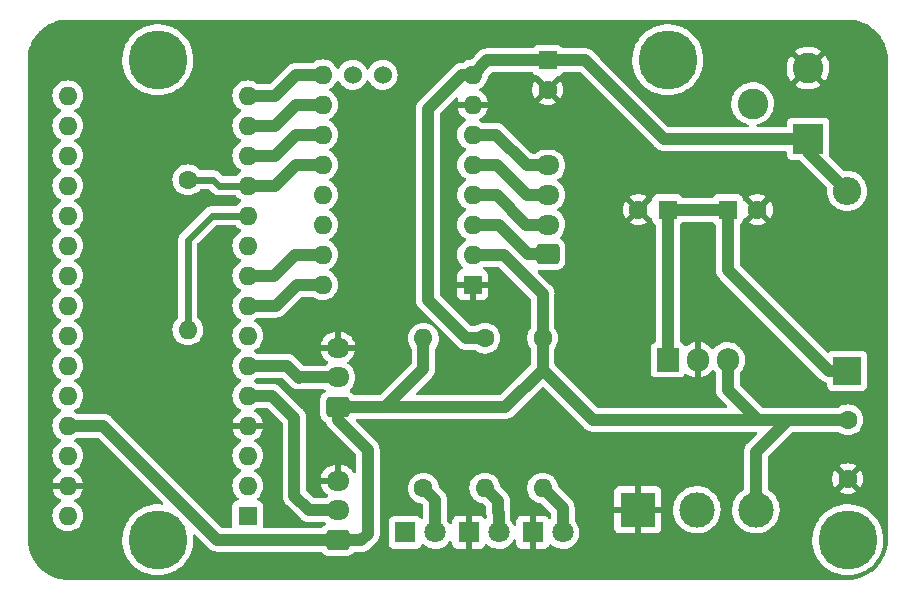
<source format=gbr>
%TF.GenerationSoftware,KiCad,Pcbnew,(6.0.9)*%
%TF.CreationDate,2024-01-01T16:13:25-07:00*%
%TF.ProjectId,Birds Nest,42697264-7320-44e6-9573-742e6b696361,rev?*%
%TF.SameCoordinates,Original*%
%TF.FileFunction,Copper,L1,Top*%
%TF.FilePolarity,Positive*%
%FSLAX46Y46*%
G04 Gerber Fmt 4.6, Leading zero omitted, Abs format (unit mm)*
G04 Created by KiCad (PCBNEW (6.0.9)) date 2024-01-01 16:13:25*
%MOMM*%
%LPD*%
G01*
G04 APERTURE LIST*
G04 Aperture macros list*
%AMRoundRect*
0 Rectangle with rounded corners*
0 $1 Rounding radius*
0 $2 $3 $4 $5 $6 $7 $8 $9 X,Y pos of 4 corners*
0 Add a 4 corners polygon primitive as box body*
4,1,4,$2,$3,$4,$5,$6,$7,$8,$9,$2,$3,0*
0 Add four circle primitives for the rounded corners*
1,1,$1+$1,$2,$3*
1,1,$1+$1,$4,$5*
1,1,$1+$1,$6,$7*
1,1,$1+$1,$8,$9*
0 Add four rect primitives between the rounded corners*
20,1,$1+$1,$2,$3,$4,$5,0*
20,1,$1+$1,$4,$5,$6,$7,0*
20,1,$1+$1,$6,$7,$8,$9,0*
20,1,$1+$1,$8,$9,$2,$3,0*%
G04 Aperture macros list end*
%TA.AperFunction,ComponentPad*%
%ADD10C,1.600000*%
%TD*%
%TA.AperFunction,ComponentPad*%
%ADD11O,1.600000X1.600000*%
%TD*%
%TA.AperFunction,ComponentPad*%
%ADD12RoundRect,0.250000X0.725000X-0.600000X0.725000X0.600000X-0.725000X0.600000X-0.725000X-0.600000X0*%
%TD*%
%TA.AperFunction,ComponentPad*%
%ADD13O,1.950000X1.700000*%
%TD*%
%TA.AperFunction,ComponentPad*%
%ADD14C,1.800000*%
%TD*%
%TA.AperFunction,ComponentPad*%
%ADD15R,1.800000X1.800000*%
%TD*%
%TA.AperFunction,ComponentPad*%
%ADD16R,1.600000X1.600000*%
%TD*%
%TA.AperFunction,ComponentPad*%
%ADD17C,5.000000*%
%TD*%
%TA.AperFunction,ComponentPad*%
%ADD18C,1.524000*%
%TD*%
%TA.AperFunction,ComponentPad*%
%ADD19R,2.600000X2.600000*%
%TD*%
%TA.AperFunction,ComponentPad*%
%ADD20C,2.600000*%
%TD*%
%TA.AperFunction,ComponentPad*%
%ADD21R,3.000000X3.000000*%
%TD*%
%TA.AperFunction,ComponentPad*%
%ADD22C,3.000000*%
%TD*%
%TA.AperFunction,ComponentPad*%
%ADD23R,1.905000X2.000000*%
%TD*%
%TA.AperFunction,ComponentPad*%
%ADD24O,1.905000X2.000000*%
%TD*%
%TA.AperFunction,ComponentPad*%
%ADD25R,2.400000X2.400000*%
%TD*%
%TA.AperFunction,ComponentPad*%
%ADD26O,2.400000X2.400000*%
%TD*%
%TA.AperFunction,Conductor*%
%ADD27C,1.000000*%
%TD*%
%TA.AperFunction,Conductor*%
%ADD28C,0.600000*%
%TD*%
G04 APERTURE END LIST*
D10*
%TO.P,R1K1,1*%
%TO.N,UART*%
X124460000Y-81280000D03*
D11*
%TO.P,R1K1,2*%
%TO.N,Net-(Nano1-Pad11)*%
X124460000Y-93980000D03*
%TD*%
D12*
%TO.P,Stepper1,1,Pin_1*%
%TO.N,Net-(DRV8825-Pad3)*%
X154940000Y-87570000D03*
D13*
%TO.P,Stepper1,2,Pin_2*%
%TO.N,Net-(DRV8825-Pad4)*%
X154940000Y-85070000D03*
%TO.P,Stepper1,3,Pin_3*%
%TO.N,Net-(DRV8825-Pad5)*%
X154940000Y-82570000D03*
%TO.P,Stepper1,4,Pin_4*%
%TO.N,Net-(DRV8825-Pad6)*%
X154940000Y-80070000D03*
%TD*%
D14*
%TO.P,12V1,2,A*%
%TO.N,Net-(12V1-Pad2)*%
X150771289Y-111135552D03*
D15*
%TO.P,12V1,1,K*%
%TO.N,GND*%
X148231289Y-111135552D03*
%TD*%
D14*
%TO.P,Status1,2,A*%
%TO.N,Net-(R2.5K1-Pad1)*%
X145399956Y-111135552D03*
D15*
%TO.P,Status1,1,K*%
%TO.N,Net-(Nano1-Pad7)*%
X142859956Y-111135552D03*
%TD*%
D12*
%TO.P,BreakBeam1,1,Pin_1*%
%TO.N,+5V*%
X137160000Y-111760000D03*
D13*
%TO.P,BreakBeam1,2,Pin_2*%
%TO.N,D2*%
X137160000Y-109260000D03*
%TO.P,BreakBeam1,3,Pin_3*%
%TO.N,GND*%
X137160000Y-106760000D03*
%TD*%
D16*
%TO.P,10uF1,1*%
%TO.N,Net-(100nF1-Pad1)*%
X165100000Y-83820000D03*
D10*
%TO.P,10uF1,2*%
%TO.N,GND*%
X162600000Y-83820000D03*
%TD*%
%TO.P,R2.5K1,1*%
%TO.N,Net-(R2.5K1-Pad1)*%
X144412226Y-107395584D03*
D11*
%TO.P,R2.5K1,2*%
%TO.N,+5V*%
X144412226Y-94695584D03*
%TD*%
D17*
%TO.P,REF\u002A\u002A,1*%
%TO.N,N/C*%
X165100000Y-71120000D03*
%TD*%
%TO.P,REF\u002A\u002A,1*%
%TO.N,N/C*%
X121920000Y-111760000D03*
%TD*%
D16*
%TO.P,DRV8825,1,GND*%
%TO.N,GND*%
X148580000Y-90170000D03*
D11*
%TO.P,DRV8825,2,VIO*%
%TO.N,+5V*%
X148580000Y-87630000D03*
%TO.P,DRV8825,3,A2*%
%TO.N,Net-(DRV8825-Pad3)*%
X148580000Y-85090000D03*
%TO.P,DRV8825,4,A1*%
%TO.N,Net-(DRV8825-Pad4)*%
X148580000Y-82550000D03*
%TO.P,DRV8825,5,B1*%
%TO.N,Net-(DRV8825-Pad5)*%
X148580000Y-80010000D03*
%TO.P,DRV8825,6,B2*%
%TO.N,Net-(DRV8825-Pad6)*%
X148580000Y-77470000D03*
%TO.P,DRV8825,7,GND*%
%TO.N,GND*%
X148580000Y-74930000D03*
%TO.P,DRV8825,8,VM*%
%TO.N,+12V*%
X148580000Y-72390000D03*
%TO.P,DRV8825,9,~{EN}*%
%TO.N,EN*%
X135880000Y-72390000D03*
%TO.P,DRV8825,10,MS1*%
%TO.N,MS1*%
X135880000Y-74930000D03*
%TO.P,DRV8825,11,MS2*%
%TO.N,MS2*%
X135880000Y-77470000D03*
%TO.P,DRV8825,12,SPRD*%
%TO.N,UART*%
X135880000Y-80010000D03*
%TO.P,DRV8825,13,UART*%
%TO.N,unconnected-(DRV8825-Pad13)*%
X135880000Y-82550000D03*
%TO.P,DRV8825,14,PDN*%
%TO.N,PDN*%
X135880000Y-85090000D03*
%TO.P,DRV8825,15,STEP*%
%TO.N,STEP*%
X135880000Y-87630000D03*
%TO.P,DRV8825,16,DIR*%
%TO.N,DIR*%
X135880000Y-90170000D03*
D18*
%TO.P,DRV8825,17,Vref*%
%TO.N,unconnected-(DRV8825-Pad17)*%
X138420000Y-72390000D03*
%TO.P,DRV8825,18,Diag*%
%TO.N,Diag*%
X140960000Y-72390000D03*
%TD*%
D19*
%TO.P,12vInput1,1,Pin_1*%
%TO.N,+12V*%
X176977018Y-77824054D03*
D20*
%TO.P,12vInput1,2,Pin_2*%
%TO.N,GND*%
X176977018Y-71824054D03*
%TO.P,12vInput1,3*%
%TO.N,N/C*%
X172277018Y-74824054D03*
%TD*%
D16*
%TO.P,100nF1,1*%
%TO.N,Net-(100nF1-Pad1)*%
X170180000Y-83820000D03*
D10*
%TO.P,100nF1,2*%
%TO.N,GND*%
X172680000Y-83820000D03*
%TD*%
D14*
%TO.P,5V1,2,A*%
%TO.N,Net-(5V1-Pad2)*%
X156207456Y-111135552D03*
D15*
%TO.P,5V1,1,K*%
%TO.N,GND*%
X153667456Y-111135552D03*
%TD*%
D10*
%TO.P,R2.5K2,1*%
%TO.N,+5V*%
X154508893Y-94688358D03*
D11*
%TO.P,R2.5K2,2*%
%TO.N,Net-(5V1-Pad2)*%
X154508893Y-107388358D03*
%TD*%
D16*
%TO.P,100uF1,1*%
%TO.N,+12V*%
X154940000Y-71160000D03*
D10*
%TO.P,100uF1,2*%
%TO.N,GND*%
X154940000Y-73660000D03*
%TD*%
D21*
%TO.P,Speed1,1,1*%
%TO.N,GND*%
X162560000Y-109220000D03*
D22*
%TO.P,Speed1,2,2*%
%TO.N,Net-(Nano1-Pad20)*%
X167560000Y-109220000D03*
%TO.P,Speed1,3,3*%
%TO.N,+5V*%
X172560000Y-109220000D03*
%TD*%
D23*
%TO.P,LM7805,1,VI*%
%TO.N,Net-(100nF1-Pad1)*%
X165100000Y-96520000D03*
D24*
%TO.P,LM7805,2,GND*%
%TO.N,GND*%
X167640000Y-96520000D03*
%TO.P,LM7805,3,VO*%
%TO.N,+5V*%
X170180000Y-96520000D03*
%TD*%
D16*
%TO.P,Nano1,1,D1/TX*%
%TO.N,unconnected-(Nano1-Pad1)*%
X129535000Y-109730000D03*
D11*
%TO.P,Nano1,2,D0/RX*%
%TO.N,unconnected-(Nano1-Pad2)*%
X129535000Y-107190000D03*
%TO.P,Nano1,3,~{RESET}*%
%TO.N,unconnected-(Nano1-Pad3)*%
X129535000Y-104650000D03*
%TO.P,Nano1,4,GND*%
%TO.N,GND*%
X129535000Y-102110000D03*
%TO.P,Nano1,5,D2*%
%TO.N,D2*%
X129535000Y-99570000D03*
%TO.P,Nano1,6,D3*%
%TO.N,ACC*%
X129535000Y-97030000D03*
%TO.P,Nano1,7,D4*%
%TO.N,Net-(Nano1-Pad7)*%
X129535000Y-94490000D03*
%TO.P,Nano1,8,D5*%
%TO.N,DIR*%
X129535000Y-91950000D03*
%TO.P,Nano1,9,D6*%
%TO.N,STEP*%
X129535000Y-89410000D03*
%TO.P,Nano1,10,D7*%
%TO.N,Diag*%
X129535000Y-86870000D03*
%TO.P,Nano1,11,D8*%
%TO.N,Net-(Nano1-Pad11)*%
X129535000Y-84330000D03*
%TO.P,Nano1,12,D9*%
%TO.N,UART*%
X129535000Y-81790000D03*
%TO.P,Nano1,13,D10*%
%TO.N,MS2*%
X129535000Y-79250000D03*
%TO.P,Nano1,14,D11*%
%TO.N,MS1*%
X129535000Y-76710000D03*
%TO.P,Nano1,15,D12*%
%TO.N,EN*%
X129535000Y-74170000D03*
%TO.P,Nano1,16,D13*%
%TO.N,unconnected-(Nano1-Pad16)*%
X114295000Y-74170000D03*
%TO.P,Nano1,17,3V3*%
%TO.N,unconnected-(Nano1-Pad17)*%
X114295000Y-76710000D03*
%TO.P,Nano1,18,AREF*%
%TO.N,unconnected-(Nano1-Pad18)*%
X114295000Y-79250000D03*
%TO.P,Nano1,19,A0*%
%TO.N,unconnected-(Nano1-Pad19)*%
X114295000Y-81790000D03*
%TO.P,Nano1,20,A1*%
%TO.N,Net-(Nano1-Pad20)*%
X114295000Y-84330000D03*
%TO.P,Nano1,21,A2*%
%TO.N,unconnected-(Nano1-Pad21)*%
X114295000Y-86870000D03*
%TO.P,Nano1,22,A3*%
%TO.N,unconnected-(Nano1-Pad22)*%
X114295000Y-89410000D03*
%TO.P,Nano1,23,A4*%
%TO.N,unconnected-(Nano1-Pad23)*%
X114295000Y-91950000D03*
%TO.P,Nano1,24,A5*%
%TO.N,unconnected-(Nano1-Pad24)*%
X114295000Y-94490000D03*
%TO.P,Nano1,25,A6*%
%TO.N,unconnected-(Nano1-Pad25)*%
X114295000Y-97030000D03*
%TO.P,Nano1,26,A7*%
%TO.N,unconnected-(Nano1-Pad26)*%
X114295000Y-99570000D03*
%TO.P,Nano1,27,+5V*%
%TO.N,+5V*%
X114295000Y-102110000D03*
%TO.P,Nano1,28,~{RESET}*%
%TO.N,unconnected-(Nano1-Pad28)*%
X114295000Y-104650000D03*
%TO.P,Nano1,29,GND*%
%TO.N,GND*%
X114295000Y-107190000D03*
%TO.P,Nano1,30,VIN*%
%TO.N,unconnected-(Nano1-Pad30)*%
X114295000Y-109730000D03*
%TD*%
D17*
%TO.P,REF\u002A\u002A,1*%
%TO.N,N/C*%
X121920000Y-71120000D03*
%TD*%
D10*
%TO.P,R10K1,1*%
%TO.N,+12V*%
X149613593Y-94688358D03*
D11*
%TO.P,R10K1,2*%
%TO.N,Net-(12V1-Pad2)*%
X149613593Y-107388358D03*
%TD*%
D25*
%TO.P,1N4007,1,K*%
%TO.N,Net-(100nF1-Pad1)*%
X180286268Y-97452246D03*
D26*
%TO.P,1N4007,2,A*%
%TO.N,+12V*%
X180286268Y-82212246D03*
%TD*%
D12*
%TO.P,Accessory1,1,Pin_1*%
%TO.N,+5V*%
X137160000Y-100519486D03*
D13*
%TO.P,Accessory1,2,Pin_2*%
%TO.N,ACC*%
X137160000Y-98019486D03*
%TO.P,Accessory1,3,Pin_3*%
%TO.N,GND*%
X137160000Y-95519486D03*
%TD*%
D10*
%TO.P,0.1uF1,1*%
%TO.N,+5V*%
X180340000Y-101600000D03*
%TO.P,0.1uF1,2*%
%TO.N,GND*%
X180340000Y-106600000D03*
%TD*%
D17*
%TO.P,REF\u002A\u002A,1*%
%TO.N,N/C*%
X180340000Y-111760000D03*
%TD*%
D27*
%TO.N,Net-(5V1-Pad2)*%
X156207456Y-109064037D02*
X156207456Y-111135552D01*
X154531777Y-107388358D02*
X156207456Y-109064037D01*
X154508893Y-107388358D02*
X154531777Y-107388358D01*
%TO.N,Net-(R2.5K1-Pad1)*%
X145399956Y-108383314D02*
X145399956Y-111135552D01*
X144412226Y-107395584D02*
X145399956Y-108383314D01*
%TO.N,Net-(12V1-Pad2)*%
X150735005Y-109432839D02*
X150771289Y-109469123D01*
X150771289Y-109469123D02*
X150771289Y-111135552D01*
X150735005Y-108509770D02*
X150735005Y-109432839D01*
X149613593Y-107388358D02*
X150735005Y-108509770D01*
%TO.N,Net-(DRV8825-Pad6)*%
X153183618Y-80070000D02*
X154940000Y-80070000D01*
X150583618Y-77470000D02*
X153183618Y-80070000D01*
X148580000Y-77470000D02*
X150583618Y-77470000D01*
%TO.N,Net-(DRV8825-Pad5)*%
X153161080Y-82570000D02*
X154940000Y-82570000D01*
X148580000Y-80010000D02*
X150601080Y-80010000D01*
X150601080Y-80010000D02*
X153161080Y-82570000D01*
%TO.N,Net-(DRV8825-Pad3)*%
X153298074Y-87570000D02*
X154940000Y-87570000D01*
X148580000Y-85090000D02*
X150818074Y-85090000D01*
X150818074Y-85090000D02*
X153298074Y-87570000D01*
%TO.N,Net-(DRV8825-Pad4)*%
X153131422Y-85070000D02*
X154940000Y-85070000D01*
X150611422Y-82550000D02*
X153131422Y-85070000D01*
X148580000Y-82550000D02*
X150611422Y-82550000D01*
%TO.N,+12V*%
X147661508Y-72390000D02*
X148580000Y-72390000D01*
X144780000Y-75271508D02*
X147661508Y-72390000D01*
X148028358Y-94688358D02*
X144780000Y-91440000D01*
X144780000Y-91440000D02*
X144780000Y-75271508D01*
X149613593Y-94688358D02*
X148028358Y-94688358D01*
%TO.N,DIR*%
X133681082Y-90170000D02*
X135880000Y-90170000D01*
X129535000Y-91950000D02*
X131901082Y-91950000D01*
X131901082Y-91950000D02*
X133681082Y-90170000D01*
%TO.N,STEP*%
X133572417Y-87630000D02*
X135880000Y-87630000D01*
X131792417Y-89410000D02*
X133572417Y-87630000D01*
X129535000Y-89410000D02*
X131792417Y-89410000D01*
%TO.N,UART*%
X133602253Y-80010000D02*
X135880000Y-80010000D01*
X131822253Y-81790000D02*
X133602253Y-80010000D01*
X129535000Y-81790000D02*
X131822253Y-81790000D01*
%TO.N,EN*%
X133638872Y-72390000D02*
X135880000Y-72390000D01*
X131858872Y-74170000D02*
X133638872Y-72390000D01*
X129535000Y-74170000D02*
X131858872Y-74170000D01*
%TO.N,MS1*%
X131841410Y-76710000D02*
X133621410Y-74930000D01*
X133621410Y-74930000D02*
X135880000Y-74930000D01*
X129535000Y-76710000D02*
X131841410Y-76710000D01*
%TO.N,MS2*%
X133619715Y-77470000D02*
X135880000Y-77470000D01*
X131839715Y-79250000D02*
X133619715Y-77470000D01*
X129535000Y-79250000D02*
X131839715Y-79250000D01*
D28*
%TO.N,UART*%
X127117549Y-81790000D02*
X129535000Y-81790000D01*
X124460000Y-81280000D02*
X126607549Y-81280000D01*
X126607549Y-81280000D02*
X127117549Y-81790000D01*
%TO.N,Net-(Nano1-Pad11)*%
X126490000Y-84330000D02*
X124460000Y-86360000D01*
X129535000Y-84330000D02*
X126490000Y-84330000D01*
X124460000Y-86360000D02*
X124460000Y-93980000D01*
D27*
%TO.N,D2*%
X134724209Y-109260000D02*
X137160000Y-109260000D01*
X131596751Y-99570000D02*
X133484857Y-101458106D01*
X133484857Y-101458106D02*
X133484857Y-108020648D01*
X129535000Y-99570000D02*
X131596751Y-99570000D01*
X133484857Y-108020648D02*
X134724209Y-109260000D01*
%TO.N,+5V*%
X154508893Y-97358893D02*
X151348300Y-100519486D01*
X151217492Y-87630000D02*
X154508893Y-90921401D01*
X151348300Y-100519486D02*
X141159486Y-100519486D01*
X137160000Y-111760000D02*
X126972456Y-111760000D01*
X139162358Y-111808085D02*
X137208085Y-111808085D01*
X158750000Y-101600000D02*
X154508893Y-97358893D01*
X139700000Y-104140000D02*
X139700000Y-111270443D01*
X172720000Y-101600000D02*
X158750000Y-101600000D01*
X172560000Y-109220000D02*
X172560000Y-104300000D01*
X137160000Y-100519486D02*
X137160000Y-101600000D01*
X126972456Y-111760000D02*
X117322456Y-102110000D01*
X170180000Y-99060000D02*
X172720000Y-101600000D01*
X137160000Y-101600000D02*
X139700000Y-104140000D01*
X137208085Y-111808085D02*
X137160000Y-111760000D01*
X117322456Y-102110000D02*
X114295000Y-102110000D01*
X154508893Y-90921401D02*
X154508893Y-94688358D01*
X170180000Y-99060000D02*
X170180000Y-96520000D01*
X141159486Y-100519486D02*
X144412226Y-97266746D01*
X144412226Y-97266746D02*
X144412226Y-94695584D01*
X175260000Y-101600000D02*
X172720000Y-101600000D01*
X139700000Y-111270443D02*
X139162358Y-111808085D01*
X180340000Y-101600000D02*
X175260000Y-101600000D01*
X141159486Y-100519486D02*
X137160000Y-100519486D01*
X154508893Y-97358893D02*
X154508893Y-94688358D01*
X148580000Y-87630000D02*
X151217492Y-87630000D01*
X172560000Y-104300000D02*
X175260000Y-101600000D01*
%TO.N,+12V*%
X164787155Y-77834344D02*
X164797445Y-77824054D01*
X149810000Y-71160000D02*
X148580000Y-72390000D01*
X158112811Y-71160000D02*
X164787155Y-77834344D01*
X164797445Y-77824054D02*
X176977018Y-77824054D01*
X176977018Y-77824054D02*
X176977018Y-78902996D01*
X176977018Y-78902996D02*
X180286268Y-82212246D01*
X154940000Y-71160000D02*
X158112811Y-71160000D01*
X154940000Y-71160000D02*
X149810000Y-71160000D01*
%TO.N,Net-(100nF1-Pad1)*%
X178732246Y-97452246D02*
X170180000Y-88900000D01*
X165100000Y-83820000D02*
X165100000Y-96520000D01*
X170180000Y-83820000D02*
X165100000Y-83820000D01*
X180286268Y-97452246D02*
X178732246Y-97452246D01*
X170180000Y-88900000D02*
X170180000Y-83820000D01*
%TO.N,ACC*%
X132864206Y-97030000D02*
X133867729Y-98033523D01*
X133881766Y-98019486D02*
X137160000Y-98019486D01*
X129535000Y-97030000D02*
X132864206Y-97030000D01*
X133867729Y-98033523D02*
X133881766Y-98019486D01*
%TD*%
%TA.AperFunction,Conductor*%
%TO.N,GND*%
G36*
X180320242Y-67730364D02*
G01*
X180325811Y-67730374D01*
X180339641Y-67733554D01*
X180353480Y-67730422D01*
X180367671Y-67730447D01*
X180367670Y-67730840D01*
X180375626Y-67730148D01*
X180381387Y-67730431D01*
X180666257Y-67744426D01*
X180678552Y-67745636D01*
X180995552Y-67792660D01*
X181007659Y-67795067D01*
X181318522Y-67872934D01*
X181330354Y-67876523D01*
X181632082Y-67984483D01*
X181643506Y-67989215D01*
X181933195Y-68126228D01*
X181944100Y-68132057D01*
X182218967Y-68296806D01*
X182229248Y-68303676D01*
X182415555Y-68441850D01*
X182477941Y-68488118D01*
X182486632Y-68494564D01*
X182496191Y-68502408D01*
X182711378Y-68697443D01*
X182716414Y-68703459D01*
X182716781Y-68703093D01*
X182726797Y-68713144D01*
X182734325Y-68725167D01*
X182746321Y-68732736D01*
X182756338Y-68742788D01*
X182756061Y-68743064D01*
X182762175Y-68748201D01*
X182957592Y-68963809D01*
X182965436Y-68973368D01*
X183156324Y-69230752D01*
X183163194Y-69241033D01*
X183327943Y-69515900D01*
X183333772Y-69526805D01*
X183470785Y-69816494D01*
X183475517Y-69827918D01*
X183583477Y-70129646D01*
X183587066Y-70141476D01*
X183664933Y-70452341D01*
X183667340Y-70464448D01*
X183713340Y-70774547D01*
X183714363Y-70781442D01*
X183715575Y-70793748D01*
X183729824Y-71083807D01*
X183729131Y-71091622D01*
X183729651Y-71091623D01*
X183729626Y-71105812D01*
X183726446Y-71119641D01*
X183729578Y-71133479D01*
X183729569Y-71138339D01*
X183731598Y-71156505D01*
X183729127Y-91830085D01*
X183726751Y-111716818D01*
X183726750Y-111722916D01*
X183724779Y-111740270D01*
X183724770Y-111745813D01*
X183721590Y-111759641D01*
X183724722Y-111773482D01*
X183724698Y-111787668D01*
X183724202Y-111787667D01*
X183724880Y-111795613D01*
X183709554Y-112088047D01*
X183708539Y-112107411D01*
X183707161Y-112120526D01*
X183656294Y-112441689D01*
X183653770Y-112457622D01*
X183651028Y-112470522D01*
X183565078Y-112791296D01*
X183562695Y-112800188D01*
X183558621Y-112812724D01*
X183482446Y-113011167D01*
X183436314Y-113131345D01*
X183430950Y-113143393D01*
X183276004Y-113447493D01*
X183269409Y-113458915D01*
X183174618Y-113604881D01*
X183083529Y-113745145D01*
X183075777Y-113755814D01*
X182860998Y-114021044D01*
X182852173Y-114030845D01*
X182610845Y-114272173D01*
X182601044Y-114280998D01*
X182374784Y-114464220D01*
X182335814Y-114495777D01*
X182325147Y-114503527D01*
X182056851Y-114677761D01*
X182038915Y-114689409D01*
X182027493Y-114696004D01*
X181723393Y-114850950D01*
X181711344Y-114856314D01*
X181392724Y-114978621D01*
X181380190Y-114982694D01*
X181305315Y-115002757D01*
X181050522Y-115071028D01*
X181037622Y-115073770D01*
X180700527Y-115127161D01*
X180687411Y-115128539D01*
X180495760Y-115138583D01*
X180376183Y-115144850D01*
X180368379Y-115144170D01*
X180368378Y-115144795D01*
X180354187Y-115144770D01*
X180340359Y-115141590D01*
X180326519Y-115144721D01*
X180321694Y-115144713D01*
X180303498Y-115146746D01*
X147595759Y-115147758D01*
X114355825Y-115148787D01*
X114338505Y-115146821D01*
X114332934Y-115146811D01*
X114319105Y-115143631D01*
X114305266Y-115146763D01*
X114291075Y-115146738D01*
X114291076Y-115146346D01*
X114283120Y-115147037D01*
X114166405Y-115141305D01*
X113992483Y-115132763D01*
X113980192Y-115131553D01*
X113778509Y-115101638D01*
X113663197Y-115084534D01*
X113651070Y-115082122D01*
X113494687Y-115042952D01*
X113340215Y-115004261D01*
X113328385Y-115000673D01*
X113278139Y-114982695D01*
X113026653Y-114892715D01*
X113015231Y-114887984D01*
X112725538Y-114750973D01*
X112714633Y-114745144D01*
X112439771Y-114580401D01*
X112429502Y-114573541D01*
X112172089Y-114382633D01*
X112162533Y-114374790D01*
X111966751Y-114197347D01*
X111947429Y-114179835D01*
X111942326Y-114173738D01*
X111941969Y-114174094D01*
X111931952Y-114164043D01*
X111924423Y-114152017D01*
X111912423Y-114144446D01*
X111902408Y-114134396D01*
X111902686Y-114134119D01*
X111896571Y-114128982D01*
X111701160Y-113913382D01*
X111693315Y-113903824D01*
X111665928Y-113866897D01*
X111502407Y-113646415D01*
X111495557Y-113636163D01*
X111330801Y-113361287D01*
X111324972Y-113350382D01*
X111187955Y-113060684D01*
X111183224Y-113049261D01*
X111104166Y-112828311D01*
X111075266Y-112747543D01*
X111071679Y-112735717D01*
X111070478Y-112730920D01*
X111045131Y-112629730D01*
X110993814Y-112424857D01*
X110991402Y-112412730D01*
X110950635Y-112137904D01*
X110944380Y-112095739D01*
X110943169Y-112083438D01*
X110941348Y-112046355D01*
X110933085Y-111878146D01*
X110928922Y-111793391D01*
X110929615Y-111785562D01*
X110929098Y-111785561D01*
X110929123Y-111771376D01*
X110932303Y-111757545D01*
X110929171Y-111743704D01*
X110929179Y-111738968D01*
X110927130Y-111720661D01*
X110926212Y-109730000D01*
X112989532Y-109730000D01*
X113009365Y-109956692D01*
X113010789Y-109962005D01*
X113010789Y-109962007D01*
X113065394Y-110165795D01*
X113068261Y-110176496D01*
X113070583Y-110181476D01*
X113070584Y-110181478D01*
X113140054Y-110330455D01*
X113164432Y-110382734D01*
X113294953Y-110569139D01*
X113455861Y-110730047D01*
X113642266Y-110860568D01*
X113647244Y-110862889D01*
X113647247Y-110862891D01*
X113843522Y-110954416D01*
X113848504Y-110956739D01*
X113853812Y-110958161D01*
X113853814Y-110958162D01*
X114062993Y-111014211D01*
X114062995Y-111014211D01*
X114068308Y-111015635D01*
X114295000Y-111035468D01*
X114521692Y-111015635D01*
X114527005Y-111014211D01*
X114527007Y-111014211D01*
X114736186Y-110958162D01*
X114736188Y-110958161D01*
X114741496Y-110956739D01*
X114746478Y-110954416D01*
X114942753Y-110862891D01*
X114942756Y-110862889D01*
X114947734Y-110860568D01*
X115134139Y-110730047D01*
X115295047Y-110569139D01*
X115425568Y-110382734D01*
X115449947Y-110330455D01*
X115519416Y-110181478D01*
X115519417Y-110181476D01*
X115521739Y-110176496D01*
X115524607Y-110165795D01*
X115579211Y-109962007D01*
X115579211Y-109962005D01*
X115580635Y-109956692D01*
X115600468Y-109730000D01*
X115580635Y-109503308D01*
X115575802Y-109485271D01*
X115523162Y-109288814D01*
X115523161Y-109288812D01*
X115521739Y-109283504D01*
X115501193Y-109239443D01*
X115427891Y-109082247D01*
X115427889Y-109082244D01*
X115425568Y-109077266D01*
X115295047Y-108890861D01*
X115134139Y-108729953D01*
X114947734Y-108599432D01*
X114942753Y-108597109D01*
X114942749Y-108597107D01*
X114902487Y-108578333D01*
X114849202Y-108531417D01*
X114829740Y-108463140D01*
X114850281Y-108395179D01*
X114902485Y-108349944D01*
X114946506Y-108329417D01*
X114956007Y-108323931D01*
X115134467Y-108198972D01*
X115142875Y-108191916D01*
X115296916Y-108037875D01*
X115303972Y-108029467D01*
X115428931Y-107851007D01*
X115434414Y-107841511D01*
X115526490Y-107644053D01*
X115530236Y-107633761D01*
X115576394Y-107461497D01*
X115576058Y-107447401D01*
X115568116Y-107444000D01*
X113027033Y-107444000D01*
X113013502Y-107447973D01*
X113012273Y-107456522D01*
X113059764Y-107633761D01*
X113063510Y-107644053D01*
X113155586Y-107841511D01*
X113161069Y-107851007D01*
X113286028Y-108029467D01*
X113293084Y-108037875D01*
X113447125Y-108191916D01*
X113455533Y-108198972D01*
X113633993Y-108323931D01*
X113643494Y-108329417D01*
X113687515Y-108349944D01*
X113740799Y-108396861D01*
X113760260Y-108465138D01*
X113739718Y-108533098D01*
X113687513Y-108578333D01*
X113647251Y-108597107D01*
X113647247Y-108597109D01*
X113642266Y-108599432D01*
X113455861Y-108729953D01*
X113294953Y-108890861D01*
X113164432Y-109077266D01*
X113162111Y-109082244D01*
X113162109Y-109082247D01*
X113088807Y-109239443D01*
X113068261Y-109283504D01*
X113066839Y-109288812D01*
X113066838Y-109288814D01*
X113014198Y-109485271D01*
X113009365Y-109503308D01*
X112989532Y-109730000D01*
X110926212Y-109730000D01*
X110923868Y-104650000D01*
X112989532Y-104650000D01*
X113009365Y-104876692D01*
X113068261Y-105096496D01*
X113164432Y-105302734D01*
X113294953Y-105489139D01*
X113455861Y-105650047D01*
X113642266Y-105780568D01*
X113647247Y-105782891D01*
X113647251Y-105782893D01*
X113687513Y-105801667D01*
X113740798Y-105848583D01*
X113760260Y-105916860D01*
X113739719Y-105984821D01*
X113687515Y-106030056D01*
X113643494Y-106050583D01*
X113633993Y-106056069D01*
X113455533Y-106181028D01*
X113447125Y-106188084D01*
X113293084Y-106342125D01*
X113286028Y-106350533D01*
X113161069Y-106528993D01*
X113155586Y-106538489D01*
X113063510Y-106735947D01*
X113059764Y-106746239D01*
X113013606Y-106918503D01*
X113013942Y-106932599D01*
X113021884Y-106936000D01*
X115562967Y-106936000D01*
X115576498Y-106932027D01*
X115577727Y-106923478D01*
X115530236Y-106746239D01*
X115526490Y-106735947D01*
X115434414Y-106538489D01*
X115428931Y-106528993D01*
X115303972Y-106350533D01*
X115296916Y-106342125D01*
X115142875Y-106188084D01*
X115134467Y-106181028D01*
X114956007Y-106056069D01*
X114946506Y-106050583D01*
X114902485Y-106030056D01*
X114849201Y-105983139D01*
X114829740Y-105914862D01*
X114850282Y-105846902D01*
X114902487Y-105801667D01*
X114942749Y-105782893D01*
X114942753Y-105782891D01*
X114947734Y-105780568D01*
X115134139Y-105650047D01*
X115295047Y-105489139D01*
X115425568Y-105302734D01*
X115521739Y-105096496D01*
X115580635Y-104876692D01*
X115600468Y-104650000D01*
X115580635Y-104423308D01*
X115564487Y-104363041D01*
X115523162Y-104208814D01*
X115523161Y-104208812D01*
X115521739Y-104203504D01*
X115500861Y-104158731D01*
X115427891Y-104002247D01*
X115427889Y-104002244D01*
X115425568Y-103997266D01*
X115295047Y-103810861D01*
X115134139Y-103649953D01*
X114947734Y-103519432D01*
X114942756Y-103517111D01*
X114942753Y-103517109D01*
X114893613Y-103494195D01*
X114840328Y-103447278D01*
X114820867Y-103379000D01*
X114841409Y-103311041D01*
X114893613Y-103265805D01*
X114942753Y-103242891D01*
X114942756Y-103242889D01*
X114947734Y-103240568D01*
X115100951Y-103133285D01*
X115173219Y-103110500D01*
X116855845Y-103110500D01*
X116923966Y-103130502D01*
X116944940Y-103147405D01*
X119760797Y-105963261D01*
X122361219Y-108563683D01*
X122395245Y-108625995D01*
X122390180Y-108696810D01*
X122347633Y-108753646D01*
X122281113Y-108778457D01*
X122255680Y-108777700D01*
X122222957Y-108773392D01*
X122143728Y-108762961D01*
X122143720Y-108762960D01*
X122140124Y-108762487D01*
X121988991Y-108760112D01*
X121797780Y-108757108D01*
X121797776Y-108757108D01*
X121794139Y-108757051D01*
X121790524Y-108757412D01*
X121790520Y-108757412D01*
X121622646Y-108774169D01*
X121449823Y-108791419D01*
X121446286Y-108792190D01*
X121446281Y-108792191D01*
X121115283Y-108864360D01*
X121115278Y-108864361D01*
X121111739Y-108865133D01*
X120784367Y-108977217D01*
X120472048Y-109126186D01*
X120178921Y-109310064D01*
X120176087Y-109312334D01*
X120176082Y-109312338D01*
X120080167Y-109389181D01*
X119908871Y-109526415D01*
X119842640Y-109593343D01*
X119695828Y-109741701D01*
X119665477Y-109772371D01*
X119663236Y-109775229D01*
X119470308Y-110021280D01*
X119451966Y-110044672D01*
X119271168Y-110339709D01*
X119269641Y-110342999D01*
X119269636Y-110343008D01*
X119201334Y-110490153D01*
X119125478Y-110653570D01*
X119124338Y-110657017D01*
X119024744Y-110958162D01*
X119016828Y-110982097D01*
X119016092Y-110985652D01*
X119016091Y-110985655D01*
X118953714Y-111286863D01*
X118946658Y-111320935D01*
X118935270Y-111448530D01*
X118916619Y-111657518D01*
X118915898Y-111665592D01*
X118915993Y-111669222D01*
X118915993Y-111669223D01*
X118920177Y-111829000D01*
X118924956Y-112011501D01*
X118973712Y-112354076D01*
X119061519Y-112688777D01*
X119187214Y-113011167D01*
X119188911Y-113014372D01*
X119239630Y-113110163D01*
X119349130Y-113316974D01*
X119351180Y-113319957D01*
X119351182Y-113319960D01*
X119543065Y-113599152D01*
X119543071Y-113599159D01*
X119545122Y-113602144D01*
X119772592Y-113862898D01*
X120028524Y-114095778D01*
X120031472Y-114097896D01*
X120031474Y-114097898D01*
X120106789Y-114152017D01*
X120309527Y-114297699D01*
X120611876Y-114465985D01*
X120931563Y-114598403D01*
X120935057Y-114599398D01*
X120935059Y-114599399D01*
X121260851Y-114692204D01*
X121260856Y-114692205D01*
X121264352Y-114693201D01*
X121500034Y-114731795D01*
X121602251Y-114748534D01*
X121602255Y-114748534D01*
X121605831Y-114749120D01*
X121609457Y-114749291D01*
X121947847Y-114765249D01*
X121947848Y-114765249D01*
X121951474Y-114765420D01*
X121962346Y-114764679D01*
X122293069Y-114742133D01*
X122293077Y-114742132D01*
X122296700Y-114741885D01*
X122300276Y-114741222D01*
X122300278Y-114741222D01*
X122633368Y-114679488D01*
X122633372Y-114679487D01*
X122636933Y-114678827D01*
X122967663Y-114577081D01*
X123284507Y-114437996D01*
X123553177Y-114280998D01*
X123580125Y-114265251D01*
X123580127Y-114265250D01*
X123583265Y-114263416D01*
X123702705Y-114173738D01*
X123857071Y-114057837D01*
X123857075Y-114057834D01*
X123859978Y-114055654D01*
X124110977Y-113817465D01*
X124332936Y-113552005D01*
X124334924Y-113548979D01*
X124520926Y-113265818D01*
X124520931Y-113265809D01*
X124522913Y-113262792D01*
X124627373Y-113055097D01*
X124676763Y-112956898D01*
X124676766Y-112956890D01*
X124678390Y-112953662D01*
X124717947Y-112845567D01*
X124796057Y-112632122D01*
X124796060Y-112632112D01*
X124797305Y-112628710D01*
X124798150Y-112625188D01*
X124798153Y-112625180D01*
X124877237Y-112295772D01*
X124877238Y-112295768D01*
X124878084Y-112292243D01*
X124895112Y-112151533D01*
X124919318Y-111951501D01*
X124919318Y-111951495D01*
X124919654Y-111948722D01*
X124922104Y-111870780D01*
X124924715Y-111787668D01*
X124925585Y-111760000D01*
X124925381Y-111756466D01*
X124905961Y-111419659D01*
X124922009Y-111350500D01*
X124972899Y-111300995D01*
X125042475Y-111286863D01*
X125108646Y-111312590D01*
X125120847Y-111323311D01*
X126253549Y-112456013D01*
X126256002Y-112458535D01*
X126305427Y-112510800D01*
X126315337Y-112521280D01*
X126364751Y-112555880D01*
X126372116Y-112561450D01*
X126409915Y-112592278D01*
X126418859Y-112599573D01*
X126424511Y-112602528D01*
X126424516Y-112602531D01*
X126444366Y-112612908D01*
X126458263Y-112621357D01*
X126481835Y-112637863D01*
X126487686Y-112640395D01*
X126487697Y-112640401D01*
X126537192Y-112661819D01*
X126545528Y-112665795D01*
X126593328Y-112690785D01*
X126593336Y-112690788D01*
X126598986Y-112693742D01*
X126605117Y-112695500D01*
X126626659Y-112701677D01*
X126641962Y-112707156D01*
X126668375Y-112718586D01*
X126674619Y-112719890D01*
X126674624Y-112719892D01*
X126709661Y-112727211D01*
X126727423Y-112730922D01*
X126736373Y-112733136D01*
X126794369Y-112749766D01*
X126823068Y-112751974D01*
X126839161Y-112754265D01*
X126867336Y-112760151D01*
X126872175Y-112760405D01*
X126872178Y-112760405D01*
X126872327Y-112760413D01*
X126872343Y-112760413D01*
X126873995Y-112760500D01*
X126929021Y-112760500D01*
X126938688Y-112760871D01*
X126990667Y-112764871D01*
X126990671Y-112764871D01*
X126997027Y-112765360D01*
X127027629Y-112761494D01*
X127043421Y-112760500D01*
X135730029Y-112760500D01*
X135798150Y-112780502D01*
X135834421Y-112817398D01*
X135834437Y-112817385D01*
X135834555Y-112817534D01*
X135837173Y-112820197D01*
X135842834Y-112829345D01*
X135966689Y-112952984D01*
X135972919Y-112956824D01*
X135972920Y-112956825D01*
X136006658Y-112977621D01*
X136115666Y-113044814D01*
X136122614Y-113047119D01*
X136122615Y-113047119D01*
X136275241Y-113097744D01*
X136275243Y-113097745D01*
X136281772Y-113099910D01*
X136385134Y-113110500D01*
X137934866Y-113110500D01*
X137938112Y-113110163D01*
X137938116Y-113110163D01*
X138032661Y-113100353D01*
X138032665Y-113100352D01*
X138039519Y-113099641D01*
X138046055Y-113097460D01*
X138046057Y-113097460D01*
X138198581Y-113046574D01*
X138205529Y-113044256D01*
X138354345Y-112952166D01*
X138460758Y-112845567D01*
X138523040Y-112811488D01*
X138549931Y-112808585D01*
X139146188Y-112808585D01*
X139149707Y-112808634D01*
X139229629Y-112810867D01*
X139229632Y-112810867D01*
X139236011Y-112811045D01*
X139242296Y-112809937D01*
X139242306Y-112809936D01*
X139295424Y-112800569D01*
X139304566Y-112799300D01*
X139364574Y-112793205D01*
X139392051Y-112784594D01*
X139407837Y-112780747D01*
X139412061Y-112780002D01*
X139429893Y-112776858D01*
X139429899Y-112776856D01*
X139436179Y-112775749D01*
X139492256Y-112753547D01*
X139500959Y-112750465D01*
X139552443Y-112734331D01*
X139552447Y-112734329D01*
X139558530Y-112732423D01*
X139583700Y-112718470D01*
X139598407Y-112711518D01*
X139599661Y-112711022D01*
X139625163Y-112700925D01*
X139675635Y-112667897D01*
X139683539Y-112663129D01*
X139685903Y-112661819D01*
X139695791Y-112656338D01*
X139730721Y-112636976D01*
X139730724Y-112636974D01*
X139736302Y-112633882D01*
X139758155Y-112615152D01*
X139771158Y-112605389D01*
X139775525Y-112602531D01*
X139795240Y-112589630D01*
X139798833Y-112586395D01*
X139798837Y-112586392D01*
X139798962Y-112586279D01*
X139800196Y-112585168D01*
X139839108Y-112546256D01*
X139846206Y-112539683D01*
X139850442Y-112536052D01*
X139890629Y-112501608D01*
X139904902Y-112483208D01*
X139909540Y-112477228D01*
X139920005Y-112465359D01*
X140396032Y-111989332D01*
X140398554Y-111986879D01*
X140456639Y-111931951D01*
X140456640Y-111931950D01*
X140461280Y-111927562D01*
X140495882Y-111878146D01*
X140501434Y-111870804D01*
X140539574Y-111824039D01*
X140552912Y-111798526D01*
X140561353Y-111784643D01*
X140577863Y-111761064D01*
X140601817Y-111705709D01*
X140605792Y-111697375D01*
X140611735Y-111686006D01*
X140633742Y-111643912D01*
X140635499Y-111637784D01*
X140635502Y-111637777D01*
X140641677Y-111616240D01*
X140647156Y-111600938D01*
X140658586Y-111574524D01*
X140670924Y-111515464D01*
X140673130Y-111506548D01*
X140689767Y-111448530D01*
X140691975Y-111419830D01*
X140694267Y-111403728D01*
X140699160Y-111380308D01*
X140699161Y-111380304D01*
X140700151Y-111375563D01*
X140700500Y-111368904D01*
X140700500Y-111313880D01*
X140700871Y-111304214D01*
X140704871Y-111252228D01*
X140705360Y-111245872D01*
X140704561Y-111239549D01*
X140704561Y-111239538D01*
X140701494Y-111215261D01*
X140700500Y-111199469D01*
X140700500Y-110188175D01*
X141459456Y-110188175D01*
X141459457Y-112082928D01*
X141459826Y-112086322D01*
X141459826Y-112086328D01*
X141464756Y-112131712D01*
X141466105Y-112144132D01*
X141516430Y-112278376D01*
X141521810Y-112285555D01*
X141521812Y-112285558D01*
X141566306Y-112344925D01*
X141602410Y-112393098D01*
X141609591Y-112398480D01*
X141709950Y-112473696D01*
X141709953Y-112473698D01*
X141717132Y-112479078D01*
X141796035Y-112508657D01*
X141843981Y-112526631D01*
X141843983Y-112526631D01*
X141851376Y-112529403D01*
X141859226Y-112530256D01*
X141859227Y-112530256D01*
X141893976Y-112534031D01*
X141912579Y-112536052D01*
X142859817Y-112536052D01*
X143807332Y-112536051D01*
X143810726Y-112535682D01*
X143810732Y-112535682D01*
X143860678Y-112530257D01*
X143860682Y-112530256D01*
X143868536Y-112529403D01*
X144002780Y-112479078D01*
X144009959Y-112473698D01*
X144009962Y-112473696D01*
X144110321Y-112398480D01*
X144117502Y-112393098D01*
X144153606Y-112344925D01*
X144198100Y-112285558D01*
X144198102Y-112285555D01*
X144203482Y-112278376D01*
X144231593Y-112203388D01*
X144274232Y-112146626D01*
X144340794Y-112121925D01*
X144410143Y-112137132D01*
X144430058Y-112150675D01*
X144593909Y-112286706D01*
X144792746Y-112402897D01*
X144797571Y-112404739D01*
X144797572Y-112404740D01*
X144850253Y-112424857D01*
X145007890Y-112485053D01*
X145012956Y-112486084D01*
X145012957Y-112486084D01*
X145064494Y-112496569D01*
X145233563Y-112530966D01*
X145363308Y-112535724D01*
X145458541Y-112539216D01*
X145458545Y-112539216D01*
X145463705Y-112539405D01*
X145468825Y-112538749D01*
X145468827Y-112538749D01*
X145563423Y-112526631D01*
X145692134Y-112510143D01*
X145697082Y-112508658D01*
X145697089Y-112508657D01*
X145907767Y-112445450D01*
X145907766Y-112445450D01*
X145912717Y-112443965D01*
X146119530Y-112342648D01*
X146307018Y-112208915D01*
X146470146Y-112046355D01*
X146512884Y-111986879D01*
X146594967Y-111872648D01*
X146650962Y-111829000D01*
X146721665Y-111822554D01*
X146784630Y-111855357D01*
X146819864Y-111916993D01*
X146823290Y-111946174D01*
X146823290Y-112080221D01*
X146823660Y-112087042D01*
X146829184Y-112137904D01*
X146832810Y-112153156D01*
X146877965Y-112273606D01*
X146886503Y-112289201D01*
X146963004Y-112391276D01*
X146975565Y-112403837D01*
X147077640Y-112480338D01*
X147093235Y-112488876D01*
X147213683Y-112534030D01*
X147228938Y-112537657D01*
X147279803Y-112543183D01*
X147286617Y-112543552D01*
X147959174Y-112543552D01*
X147974413Y-112539077D01*
X147975618Y-112537687D01*
X147977289Y-112530004D01*
X147977289Y-109745668D01*
X147972814Y-109730429D01*
X147971424Y-109729224D01*
X147963741Y-109727553D01*
X147286620Y-109727553D01*
X147279799Y-109727923D01*
X147228937Y-109733447D01*
X147213685Y-109737073D01*
X147093235Y-109782228D01*
X147077640Y-109790766D01*
X146975565Y-109867267D01*
X146963004Y-109879828D01*
X146886503Y-109981903D01*
X146877965Y-109997498D01*
X146832811Y-110117946D01*
X146829184Y-110133201D01*
X146823658Y-110184066D01*
X146823289Y-110190880D01*
X146823289Y-110330455D01*
X146803287Y-110398576D01*
X146749631Y-110445069D01*
X146679357Y-110455173D01*
X146614777Y-110425679D01*
X146591497Y-110398895D01*
X146583957Y-110387239D01*
X146553208Y-110339709D01*
X146516171Y-110282458D01*
X146516169Y-110282455D01*
X146513361Y-110278115D01*
X146497333Y-110260500D01*
X146433263Y-110190089D01*
X146402211Y-110126243D01*
X146400456Y-110105289D01*
X146400456Y-108399462D01*
X146400505Y-108395944D01*
X146402737Y-108316043D01*
X146402737Y-108316040D01*
X146402915Y-108309661D01*
X146397701Y-108280093D01*
X146392441Y-108250258D01*
X146391172Y-108241112D01*
X146385721Y-108187444D01*
X146385720Y-108187440D01*
X146385076Y-108181098D01*
X146376468Y-108153631D01*
X146372617Y-108137832D01*
X146368728Y-108115776D01*
X146367620Y-108109492D01*
X146362489Y-108096532D01*
X146345417Y-108053413D01*
X146342335Y-108044710D01*
X146326203Y-107993233D01*
X146326202Y-107993231D01*
X146324294Y-107987142D01*
X146321202Y-107981563D01*
X146321199Y-107981557D01*
X146310337Y-107961962D01*
X146303392Y-107947270D01*
X146292796Y-107920509D01*
X146287567Y-107912517D01*
X146259767Y-107870035D01*
X146254997Y-107862128D01*
X146243885Y-107842080D01*
X146225753Y-107809370D01*
X146213108Y-107794617D01*
X146207024Y-107787518D01*
X146197263Y-107774517D01*
X146184154Y-107754485D01*
X146184153Y-107754483D01*
X146181501Y-107750431D01*
X146177039Y-107745476D01*
X146138134Y-107706571D01*
X146131561Y-107699474D01*
X146120880Y-107687012D01*
X146093479Y-107655043D01*
X146069099Y-107636132D01*
X146057230Y-107625667D01*
X145819921Y-107388358D01*
X148308125Y-107388358D01*
X148327958Y-107615050D01*
X148329382Y-107620363D01*
X148329382Y-107620365D01*
X148380026Y-107809370D01*
X148386854Y-107834854D01*
X148389176Y-107839834D01*
X148389177Y-107839836D01*
X148466775Y-108006243D01*
X148483025Y-108041092D01*
X148613546Y-108227497D01*
X148774454Y-108388405D01*
X148960859Y-108518926D01*
X148965837Y-108521247D01*
X148965840Y-108521249D01*
X149140269Y-108602587D01*
X149167097Y-108615097D01*
X149172405Y-108616519D01*
X149172407Y-108616520D01*
X149381586Y-108672569D01*
X149381588Y-108672569D01*
X149386901Y-108673993D01*
X149392377Y-108674472D01*
X149392382Y-108674473D01*
X149437705Y-108678438D01*
X149447962Y-108679335D01*
X149514080Y-108705198D01*
X149526076Y-108715761D01*
X149697600Y-108887285D01*
X149731626Y-108949597D01*
X149734505Y-108976380D01*
X149734505Y-109416669D01*
X149734456Y-109420188D01*
X149732355Y-109495408D01*
X149732045Y-109506492D01*
X149733153Y-109512777D01*
X149733154Y-109512787D01*
X149742521Y-109565905D01*
X149743790Y-109575047D01*
X149749885Y-109635055D01*
X149758496Y-109662532D01*
X149762344Y-109678320D01*
X149767341Y-109706662D01*
X149767009Y-109706721D01*
X149770789Y-109733961D01*
X149770789Y-109863491D01*
X149750787Y-109931612D01*
X149697131Y-109978105D01*
X149626857Y-109988209D01*
X149562277Y-109958715D01*
X149543963Y-109939056D01*
X149499574Y-109879828D01*
X149487013Y-109867267D01*
X149384938Y-109790766D01*
X149369343Y-109782228D01*
X149248895Y-109737074D01*
X149233640Y-109733447D01*
X149182775Y-109727921D01*
X149175961Y-109727552D01*
X148503404Y-109727552D01*
X148488165Y-109732027D01*
X148486960Y-109733417D01*
X148485289Y-109741100D01*
X148485289Y-112525436D01*
X148489764Y-112540675D01*
X148491154Y-112541880D01*
X148498837Y-112543551D01*
X149175958Y-112543551D01*
X149182779Y-112543181D01*
X149233641Y-112537657D01*
X149248893Y-112534031D01*
X149369343Y-112488876D01*
X149384938Y-112480338D01*
X149487013Y-112403837D01*
X149499574Y-112391276D01*
X149576075Y-112289201D01*
X149584613Y-112273606D01*
X149609035Y-112208461D01*
X149651677Y-112151697D01*
X149718238Y-112126997D01*
X149787587Y-112142205D01*
X149807497Y-112155744D01*
X149965242Y-112286706D01*
X150164079Y-112402897D01*
X150168904Y-112404739D01*
X150168905Y-112404740D01*
X150221586Y-112424857D01*
X150379223Y-112485053D01*
X150384289Y-112486084D01*
X150384290Y-112486084D01*
X150435827Y-112496569D01*
X150604896Y-112530966D01*
X150734641Y-112535724D01*
X150829874Y-112539216D01*
X150829878Y-112539216D01*
X150835038Y-112539405D01*
X150840158Y-112538749D01*
X150840160Y-112538749D01*
X150934756Y-112526631D01*
X151063467Y-112510143D01*
X151068415Y-112508658D01*
X151068422Y-112508657D01*
X151279100Y-112445450D01*
X151279099Y-112445450D01*
X151284050Y-112443965D01*
X151490863Y-112342648D01*
X151678351Y-112208915D01*
X151841479Y-112046355D01*
X151899558Y-111965530D01*
X151972848Y-111863535D01*
X151975866Y-111859335D01*
X151993311Y-111824039D01*
X152020500Y-111769025D01*
X152068614Y-111716818D01*
X152137315Y-111698911D01*
X152204791Y-111720989D01*
X152249620Y-111776043D01*
X152259457Y-111824852D01*
X152259457Y-112080221D01*
X152259827Y-112087042D01*
X152265351Y-112137904D01*
X152268977Y-112153156D01*
X152314132Y-112273606D01*
X152322670Y-112289201D01*
X152399171Y-112391276D01*
X152411732Y-112403837D01*
X152513807Y-112480338D01*
X152529402Y-112488876D01*
X152649850Y-112534030D01*
X152665105Y-112537657D01*
X152715970Y-112543183D01*
X152722784Y-112543552D01*
X153395341Y-112543552D01*
X153410580Y-112539077D01*
X153411785Y-112537687D01*
X153413456Y-112530004D01*
X153413456Y-109745668D01*
X153408981Y-109730429D01*
X153407591Y-109729224D01*
X153399908Y-109727553D01*
X152722787Y-109727553D01*
X152715966Y-109727923D01*
X152665104Y-109733447D01*
X152649852Y-109737073D01*
X152529402Y-109782228D01*
X152513807Y-109790766D01*
X152411732Y-109867267D01*
X152399171Y-109879828D01*
X152322670Y-109981903D01*
X152314132Y-109997498D01*
X152268978Y-110117946D01*
X152265351Y-110133201D01*
X152259825Y-110184066D01*
X152259456Y-110190880D01*
X152259456Y-110439911D01*
X152239454Y-110508032D01*
X152185798Y-110554525D01*
X152115524Y-110564629D01*
X152050944Y-110535135D01*
X152017906Y-110490153D01*
X152011845Y-110476213D01*
X152011843Y-110476210D01*
X152009785Y-110471476D01*
X151924541Y-110339709D01*
X151887504Y-110282458D01*
X151887502Y-110282455D01*
X151884694Y-110278115D01*
X151868666Y-110260500D01*
X151804596Y-110190089D01*
X151773544Y-110126243D01*
X151771789Y-110105289D01*
X151771789Y-109485271D01*
X151771838Y-109481753D01*
X151774070Y-109401852D01*
X151774070Y-109401849D01*
X151774248Y-109395470D01*
X151768689Y-109363944D01*
X151763774Y-109336067D01*
X151762505Y-109326921D01*
X151757054Y-109273253D01*
X151757053Y-109273249D01*
X151756409Y-109266907D01*
X151747801Y-109239440D01*
X151743950Y-109223641D01*
X151738953Y-109195300D01*
X151739285Y-109195241D01*
X151735505Y-109168001D01*
X151735505Y-108525940D01*
X151735554Y-108522421D01*
X151737787Y-108442499D01*
X151737787Y-108442496D01*
X151737965Y-108436117D01*
X151736857Y-108429832D01*
X151736856Y-108429822D01*
X151727489Y-108376704D01*
X151726219Y-108367555D01*
X151720125Y-108307554D01*
X151711514Y-108280077D01*
X151707666Y-108264289D01*
X151703778Y-108242235D01*
X151703776Y-108242229D01*
X151702669Y-108235949D01*
X151680467Y-108179872D01*
X151677385Y-108171169D01*
X151661251Y-108119685D01*
X151661249Y-108119681D01*
X151659343Y-108113598D01*
X151645390Y-108088427D01*
X151638438Y-108073721D01*
X151630196Y-108052902D01*
X151630194Y-108052898D01*
X151627845Y-108046965D01*
X151594814Y-107996488D01*
X151590046Y-107988584D01*
X151588668Y-107986097D01*
X151560802Y-107935826D01*
X151547674Y-107920509D01*
X151542073Y-107913974D01*
X151532312Y-107900973D01*
X151519203Y-107880941D01*
X151519202Y-107880939D01*
X151516550Y-107876887D01*
X151512088Y-107871932D01*
X151473171Y-107833016D01*
X151466597Y-107825916D01*
X151465941Y-107825150D01*
X151428528Y-107781499D01*
X151423483Y-107777585D01*
X151423478Y-107777581D01*
X151404152Y-107762590D01*
X151392283Y-107752127D01*
X151181673Y-107541517D01*
X151028513Y-107388358D01*
X153203425Y-107388358D01*
X153223258Y-107615050D01*
X153224682Y-107620363D01*
X153224682Y-107620365D01*
X153275326Y-107809370D01*
X153282154Y-107834854D01*
X153284476Y-107839834D01*
X153284477Y-107839836D01*
X153362075Y-108006243D01*
X153378325Y-108041092D01*
X153508846Y-108227497D01*
X153669754Y-108388405D01*
X153856159Y-108518926D01*
X153861137Y-108521247D01*
X153861140Y-108521249D01*
X154035569Y-108602587D01*
X154062397Y-108615097D01*
X154067705Y-108616519D01*
X154067707Y-108616520D01*
X154276886Y-108672569D01*
X154276888Y-108672569D01*
X154282201Y-108673993D01*
X154287677Y-108674472D01*
X154287682Y-108674473D01*
X154368338Y-108681529D01*
X154434457Y-108707392D01*
X154446452Y-108717954D01*
X154808706Y-109080207D01*
X155170051Y-109441552D01*
X155204076Y-109503865D01*
X155206956Y-109530648D01*
X155206956Y-109863491D01*
X155186954Y-109931612D01*
X155133298Y-109978105D01*
X155063024Y-109988209D01*
X154998444Y-109958715D01*
X154980130Y-109939056D01*
X154935741Y-109879828D01*
X154923180Y-109867267D01*
X154821105Y-109790766D01*
X154805510Y-109782228D01*
X154685062Y-109737074D01*
X154669807Y-109733447D01*
X154618942Y-109727921D01*
X154612128Y-109727552D01*
X153939571Y-109727552D01*
X153924332Y-109732027D01*
X153923127Y-109733417D01*
X153921456Y-109741100D01*
X153921456Y-112525436D01*
X153925931Y-112540675D01*
X153927321Y-112541880D01*
X153935004Y-112543551D01*
X154612125Y-112543551D01*
X154618946Y-112543181D01*
X154669808Y-112537657D01*
X154685060Y-112534031D01*
X154805510Y-112488876D01*
X154821105Y-112480338D01*
X154923180Y-112403837D01*
X154935741Y-112391276D01*
X155012242Y-112289201D01*
X155020780Y-112273606D01*
X155045202Y-112208461D01*
X155087844Y-112151697D01*
X155154405Y-112126997D01*
X155223754Y-112142205D01*
X155243664Y-112155744D01*
X155401409Y-112286706D01*
X155600246Y-112402897D01*
X155605071Y-112404739D01*
X155605072Y-112404740D01*
X155657753Y-112424857D01*
X155815390Y-112485053D01*
X155820456Y-112486084D01*
X155820457Y-112486084D01*
X155871994Y-112496569D01*
X156041063Y-112530966D01*
X156170808Y-112535724D01*
X156266041Y-112539216D01*
X156266045Y-112539216D01*
X156271205Y-112539405D01*
X156276325Y-112538749D01*
X156276327Y-112538749D01*
X156370923Y-112526631D01*
X156499634Y-112510143D01*
X156504582Y-112508658D01*
X156504589Y-112508657D01*
X156715267Y-112445450D01*
X156715266Y-112445450D01*
X156720217Y-112443965D01*
X156927030Y-112342648D01*
X157114518Y-112208915D01*
X157277646Y-112046355D01*
X157335725Y-111965530D01*
X157409015Y-111863535D01*
X157412033Y-111859335D01*
X157429478Y-111824039D01*
X157473842Y-111734274D01*
X157507787Y-111665592D01*
X177335898Y-111665592D01*
X177335993Y-111669222D01*
X177335993Y-111669223D01*
X177340177Y-111829000D01*
X177344956Y-112011501D01*
X177393712Y-112354076D01*
X177481519Y-112688777D01*
X177607214Y-113011167D01*
X177608911Y-113014372D01*
X177659630Y-113110163D01*
X177769130Y-113316974D01*
X177771180Y-113319957D01*
X177771182Y-113319960D01*
X177963065Y-113599152D01*
X177963071Y-113599159D01*
X177965122Y-113602144D01*
X178192592Y-113862898D01*
X178448524Y-114095778D01*
X178451472Y-114097896D01*
X178451474Y-114097898D01*
X178526789Y-114152017D01*
X178729527Y-114297699D01*
X179031876Y-114465985D01*
X179351563Y-114598403D01*
X179355057Y-114599398D01*
X179355059Y-114599399D01*
X179680851Y-114692204D01*
X179680856Y-114692205D01*
X179684352Y-114693201D01*
X179920034Y-114731795D01*
X180022251Y-114748534D01*
X180022255Y-114748534D01*
X180025831Y-114749120D01*
X180029457Y-114749291D01*
X180367847Y-114765249D01*
X180367848Y-114765249D01*
X180371474Y-114765420D01*
X180382346Y-114764679D01*
X180713069Y-114742133D01*
X180713077Y-114742132D01*
X180716700Y-114741885D01*
X180720276Y-114741222D01*
X180720278Y-114741222D01*
X181053368Y-114679488D01*
X181053372Y-114679487D01*
X181056933Y-114678827D01*
X181387663Y-114577081D01*
X181704507Y-114437996D01*
X181973177Y-114280998D01*
X182000125Y-114265251D01*
X182000127Y-114265250D01*
X182003265Y-114263416D01*
X182122705Y-114173738D01*
X182277071Y-114057837D01*
X182277075Y-114057834D01*
X182279978Y-114055654D01*
X182530977Y-113817465D01*
X182752936Y-113552005D01*
X182754924Y-113548979D01*
X182940926Y-113265818D01*
X182940931Y-113265809D01*
X182942913Y-113262792D01*
X183047373Y-113055097D01*
X183096763Y-112956898D01*
X183096766Y-112956890D01*
X183098390Y-112953662D01*
X183137947Y-112845567D01*
X183216057Y-112632122D01*
X183216060Y-112632112D01*
X183217305Y-112628710D01*
X183218150Y-112625188D01*
X183218153Y-112625180D01*
X183297237Y-112295772D01*
X183297238Y-112295768D01*
X183298084Y-112292243D01*
X183315112Y-112151533D01*
X183339318Y-111951501D01*
X183339318Y-111951495D01*
X183339654Y-111948722D01*
X183342104Y-111870780D01*
X183344715Y-111787668D01*
X183345585Y-111760000D01*
X183345381Y-111756466D01*
X183325875Y-111418167D01*
X183325874Y-111418162D01*
X183325666Y-111414547D01*
X183317700Y-111368904D01*
X183266798Y-111077245D01*
X183266796Y-111077238D01*
X183266174Y-111073672D01*
X183254858Y-111035468D01*
X183216516Y-110906030D01*
X183167897Y-110741894D01*
X183162844Y-110730047D01*
X183033562Y-110426949D01*
X183033560Y-110426946D01*
X183032138Y-110423611D01*
X183021199Y-110404432D01*
X182862487Y-110126181D01*
X182860696Y-110123041D01*
X182858152Y-110119577D01*
X182764971Y-109992728D01*
X182655843Y-109844168D01*
X182420295Y-109590688D01*
X182329085Y-109512787D01*
X182199196Y-109401852D01*
X182157174Y-109365962D01*
X181869967Y-109172967D01*
X181562482Y-109014261D01*
X181238793Y-108891950D01*
X180903190Y-108807652D01*
X180725668Y-108784281D01*
X180563728Y-108762961D01*
X180563720Y-108762960D01*
X180560124Y-108762487D01*
X180408991Y-108760112D01*
X180217780Y-108757108D01*
X180217776Y-108757108D01*
X180214139Y-108757051D01*
X180210524Y-108757412D01*
X180210520Y-108757412D01*
X180042646Y-108774169D01*
X179869823Y-108791419D01*
X179866286Y-108792190D01*
X179866281Y-108792191D01*
X179535283Y-108864360D01*
X179535278Y-108864361D01*
X179531739Y-108865133D01*
X179204367Y-108977217D01*
X178892048Y-109126186D01*
X178598921Y-109310064D01*
X178596087Y-109312334D01*
X178596082Y-109312338D01*
X178500167Y-109389181D01*
X178328871Y-109526415D01*
X178262640Y-109593343D01*
X178115828Y-109741701D01*
X178085477Y-109772371D01*
X178083236Y-109775229D01*
X177890308Y-110021280D01*
X177871966Y-110044672D01*
X177691168Y-110339709D01*
X177689641Y-110342999D01*
X177689636Y-110343008D01*
X177621334Y-110490153D01*
X177545478Y-110653570D01*
X177544338Y-110657017D01*
X177444744Y-110958162D01*
X177436828Y-110982097D01*
X177436092Y-110985652D01*
X177436091Y-110985655D01*
X177373714Y-111286863D01*
X177366658Y-111320935D01*
X177355270Y-111448530D01*
X177336619Y-111657518D01*
X177335898Y-111665592D01*
X157507787Y-111665592D01*
X157514071Y-111652877D01*
X157557188Y-111510964D01*
X157579515Y-111437479D01*
X157579516Y-111437473D01*
X157581019Y-111432527D01*
X157607945Y-111227999D01*
X157610641Y-111207523D01*
X157610641Y-111207517D01*
X157611078Y-111204201D01*
X157611942Y-111168853D01*
X157612674Y-111138916D01*
X157612674Y-111138912D01*
X157612756Y-111135552D01*
X157593886Y-110906030D01*
X157558378Y-110764669D01*
X160552001Y-110764669D01*
X160552371Y-110771490D01*
X160557895Y-110822352D01*
X160561521Y-110837604D01*
X160606676Y-110958054D01*
X160615214Y-110973649D01*
X160691715Y-111075724D01*
X160704276Y-111088285D01*
X160806351Y-111164786D01*
X160821946Y-111173324D01*
X160942394Y-111218478D01*
X160957649Y-111222105D01*
X161008514Y-111227631D01*
X161015328Y-111228000D01*
X162287885Y-111228000D01*
X162303124Y-111223525D01*
X162304329Y-111222135D01*
X162306000Y-111214452D01*
X162306000Y-111209884D01*
X162814000Y-111209884D01*
X162818475Y-111225123D01*
X162819865Y-111226328D01*
X162827548Y-111227999D01*
X164104669Y-111227999D01*
X164111490Y-111227629D01*
X164162352Y-111222105D01*
X164177604Y-111218479D01*
X164298054Y-111173324D01*
X164313649Y-111164786D01*
X164415724Y-111088285D01*
X164428285Y-111075724D01*
X164504786Y-110973649D01*
X164513324Y-110958054D01*
X164558478Y-110837606D01*
X164562105Y-110822351D01*
X164567631Y-110771486D01*
X164568000Y-110764672D01*
X164568000Y-109492115D01*
X164563525Y-109476876D01*
X164562135Y-109475671D01*
X164554452Y-109474000D01*
X162832115Y-109474000D01*
X162816876Y-109478475D01*
X162815671Y-109479865D01*
X162814000Y-109487548D01*
X162814000Y-111209884D01*
X162306000Y-111209884D01*
X162306000Y-109492115D01*
X162301525Y-109476876D01*
X162300135Y-109475671D01*
X162292452Y-109474000D01*
X160570116Y-109474000D01*
X160554877Y-109478475D01*
X160553672Y-109479865D01*
X160552001Y-109487548D01*
X160552001Y-110764669D01*
X157558378Y-110764669D01*
X157537782Y-110682672D01*
X157484206Y-110559455D01*
X157448012Y-110476213D01*
X157448010Y-110476210D01*
X157445952Y-110471476D01*
X157360708Y-110339709D01*
X157323671Y-110282458D01*
X157323669Y-110282455D01*
X157320861Y-110278115D01*
X157304833Y-110260500D01*
X157240763Y-110190089D01*
X157209711Y-110126243D01*
X157207956Y-110105289D01*
X157207956Y-109157002D01*
X165555380Y-109157002D01*
X165555555Y-109161454D01*
X165563511Y-109363944D01*
X165566502Y-109440084D01*
X165578630Y-109506492D01*
X165615199Y-109706721D01*
X165617400Y-109718775D01*
X165640787Y-109788876D01*
X165701623Y-109971222D01*
X165707058Y-109987514D01*
X165709050Y-109991501D01*
X165709051Y-109991503D01*
X165828682Y-110230922D01*
X165833687Y-110240939D01*
X165994761Y-110473993D01*
X165997783Y-110477262D01*
X166183281Y-110677933D01*
X166187065Y-110682027D01*
X166190519Y-110684839D01*
X166403307Y-110858075D01*
X166403311Y-110858078D01*
X166406764Y-110860889D01*
X166649472Y-111007012D01*
X166653567Y-111008746D01*
X166653569Y-111008747D01*
X166906247Y-111115742D01*
X166906254Y-111115744D01*
X166910348Y-111117478D01*
X166991202Y-111138916D01*
X167179889Y-111188946D01*
X167179893Y-111188947D01*
X167184186Y-111190085D01*
X167188595Y-111190607D01*
X167188601Y-111190608D01*
X167330477Y-111207400D01*
X167465523Y-111223384D01*
X167748745Y-111216709D01*
X167762305Y-111214452D01*
X168023810Y-111170926D01*
X168023814Y-111170925D01*
X168028200Y-111170195D01*
X168032441Y-111168854D01*
X168032444Y-111168853D01*
X168294068Y-111086112D01*
X168294070Y-111086111D01*
X168298314Y-111084769D01*
X168302325Y-111082843D01*
X168302330Y-111082841D01*
X168549678Y-110964066D01*
X168549679Y-110964065D01*
X168553697Y-110962136D01*
X168559645Y-110958162D01*
X168785545Y-110807221D01*
X168785549Y-110807218D01*
X168789253Y-110804743D01*
X169000281Y-110615730D01*
X169182573Y-110398868D01*
X169189826Y-110387239D01*
X169245919Y-110297295D01*
X169332489Y-110158485D01*
X169343225Y-110134202D01*
X169393147Y-110021280D01*
X169447040Y-109899376D01*
X169523939Y-109626712D01*
X169529094Y-109588333D01*
X169561225Y-109349115D01*
X169561226Y-109349107D01*
X169561652Y-109345933D01*
X169564999Y-109239443D01*
X169565509Y-109223222D01*
X169565509Y-109223217D01*
X169565610Y-109220000D01*
X169545601Y-108937407D01*
X169544216Y-108930971D01*
X169486911Y-108664800D01*
X169486911Y-108664798D01*
X169485975Y-108660453D01*
X169387920Y-108394663D01*
X169299187Y-108230211D01*
X169255506Y-108149256D01*
X169253393Y-108145340D01*
X169085078Y-107917460D01*
X169081647Y-107913974D01*
X168956009Y-107786348D01*
X168886334Y-107715570D01*
X168882794Y-107712869D01*
X168882788Y-107712863D01*
X168664667Y-107546398D01*
X168664663Y-107546395D01*
X168661126Y-107543696D01*
X168556850Y-107485299D01*
X168417837Y-107407448D01*
X168417832Y-107407445D01*
X168413947Y-107405270D01*
X168409789Y-107403662D01*
X168409784Y-107403659D01*
X168153885Y-107304659D01*
X168153879Y-107304657D01*
X168149730Y-107303052D01*
X168145398Y-107302048D01*
X168145395Y-107302047D01*
X168031998Y-107275763D01*
X167873747Y-107239082D01*
X167591503Y-107214637D01*
X167587068Y-107214881D01*
X167587064Y-107214881D01*
X167313073Y-107229960D01*
X167313066Y-107229961D01*
X167308630Y-107230205D01*
X167201518Y-107251511D01*
X167035146Y-107284604D01*
X167035141Y-107284605D01*
X167030774Y-107285474D01*
X167026571Y-107286950D01*
X166767684Y-107377864D01*
X166767681Y-107377865D01*
X166763476Y-107379342D01*
X166759523Y-107381395D01*
X166759517Y-107381398D01*
X166691574Y-107416692D01*
X166512072Y-107509936D01*
X166508457Y-107512519D01*
X166508451Y-107512523D01*
X166432146Y-107567052D01*
X166281576Y-107674651D01*
X166278349Y-107677729D01*
X166278347Y-107677731D01*
X166085049Y-107862128D01*
X166076588Y-107870199D01*
X166073832Y-107873695D01*
X165970732Y-108004478D01*
X165901199Y-108092680D01*
X165853049Y-108175576D01*
X165761141Y-108333807D01*
X165761138Y-108333813D01*
X165758907Y-108337654D01*
X165757237Y-108341777D01*
X165654312Y-108595888D01*
X165652552Y-108600232D01*
X165651481Y-108604545D01*
X165651479Y-108604550D01*
X165585994Y-108868176D01*
X165584255Y-108875177D01*
X165583801Y-108879605D01*
X165583801Y-108879607D01*
X165563429Y-109078442D01*
X165555380Y-109157002D01*
X157207956Y-109157002D01*
X157207956Y-109080207D01*
X157208005Y-109076688D01*
X157210238Y-108996766D01*
X157210238Y-108996763D01*
X157210416Y-108990384D01*
X157209308Y-108984099D01*
X157209307Y-108984089D01*
X157202923Y-108947885D01*
X160552000Y-108947885D01*
X160556475Y-108963124D01*
X160557865Y-108964329D01*
X160565548Y-108966000D01*
X162287885Y-108966000D01*
X162303124Y-108961525D01*
X162304329Y-108960135D01*
X162306000Y-108952452D01*
X162306000Y-108947885D01*
X162814000Y-108947885D01*
X162818475Y-108963124D01*
X162819865Y-108964329D01*
X162827548Y-108966000D01*
X164549884Y-108966000D01*
X164565123Y-108961525D01*
X164566328Y-108960135D01*
X164567999Y-108952452D01*
X164567999Y-107675331D01*
X164567629Y-107668510D01*
X164562105Y-107617648D01*
X164558479Y-107602396D01*
X164513324Y-107481946D01*
X164504786Y-107466351D01*
X164428285Y-107364276D01*
X164415724Y-107351715D01*
X164313649Y-107275214D01*
X164298054Y-107266676D01*
X164177606Y-107221522D01*
X164162351Y-107217895D01*
X164111486Y-107212369D01*
X164104672Y-107212000D01*
X162832115Y-107212000D01*
X162816876Y-107216475D01*
X162815671Y-107217865D01*
X162814000Y-107225548D01*
X162814000Y-108947885D01*
X162306000Y-108947885D01*
X162306000Y-107230116D01*
X162301525Y-107214877D01*
X162300135Y-107213672D01*
X162292452Y-107212001D01*
X161015331Y-107212001D01*
X161008510Y-107212371D01*
X160957648Y-107217895D01*
X160942396Y-107221521D01*
X160821946Y-107266676D01*
X160806351Y-107275214D01*
X160704276Y-107351715D01*
X160691715Y-107364276D01*
X160615214Y-107466351D01*
X160606676Y-107481946D01*
X160561522Y-107602394D01*
X160557895Y-107617649D01*
X160552369Y-107668514D01*
X160552000Y-107675328D01*
X160552000Y-108947885D01*
X157202923Y-108947885D01*
X157199940Y-108930971D01*
X157198670Y-108921822D01*
X157192576Y-108861821D01*
X157183965Y-108834344D01*
X157180117Y-108818556D01*
X157176229Y-108796502D01*
X157176227Y-108796496D01*
X157175120Y-108790216D01*
X157152918Y-108734139D01*
X157149836Y-108725436D01*
X157133702Y-108673952D01*
X157133700Y-108673948D01*
X157131794Y-108667865D01*
X157117841Y-108642694D01*
X157110889Y-108627988D01*
X157109597Y-108624724D01*
X157100296Y-108601232D01*
X157067268Y-108550760D01*
X157062500Y-108542856D01*
X157036347Y-108495674D01*
X157036345Y-108495671D01*
X157033253Y-108490093D01*
X157014523Y-108468240D01*
X157004760Y-108455237D01*
X156991649Y-108435202D01*
X156989001Y-108431155D01*
X156984539Y-108426199D01*
X156945627Y-108387287D01*
X156939054Y-108380189D01*
X156917329Y-108354842D01*
X156900979Y-108335766D01*
X156885722Y-108323931D01*
X156876599Y-108316855D01*
X156864730Y-108306390D01*
X156362868Y-107804528D01*
X155834102Y-107275763D01*
X155800077Y-107213451D01*
X155797676Y-107197649D01*
X155795008Y-107167147D01*
X155795007Y-107167142D01*
X155794528Y-107161666D01*
X155790443Y-107146421D01*
X155737055Y-106947172D01*
X155737054Y-106947170D01*
X155735632Y-106941862D01*
X155733309Y-106936880D01*
X155641784Y-106740605D01*
X155641782Y-106740602D01*
X155639461Y-106735624D01*
X155508940Y-106549219D01*
X155348032Y-106388311D01*
X155161627Y-106257790D01*
X155156649Y-106255469D01*
X155156646Y-106255467D01*
X154960371Y-106163942D01*
X154960369Y-106163941D01*
X154955389Y-106161619D01*
X154950081Y-106160197D01*
X154950079Y-106160196D01*
X154740900Y-106104147D01*
X154740898Y-106104147D01*
X154735585Y-106102723D01*
X154508893Y-106082890D01*
X154282201Y-106102723D01*
X154276888Y-106104147D01*
X154276886Y-106104147D01*
X154067707Y-106160196D01*
X154067705Y-106160197D01*
X154062397Y-106161619D01*
X154057417Y-106163941D01*
X154057415Y-106163942D01*
X153861140Y-106255467D01*
X153861137Y-106255469D01*
X153856159Y-106257790D01*
X153669754Y-106388311D01*
X153508846Y-106549219D01*
X153378325Y-106735624D01*
X153376004Y-106740602D01*
X153376002Y-106740605D01*
X153284477Y-106936880D01*
X153282154Y-106941862D01*
X153280732Y-106947170D01*
X153280731Y-106947172D01*
X153227343Y-107146421D01*
X153223258Y-107161666D01*
X153203425Y-107388358D01*
X151028513Y-107388358D01*
X150940996Y-107300841D01*
X150906971Y-107238528D01*
X150904570Y-107222726D01*
X150899708Y-107167147D01*
X150899707Y-107167142D01*
X150899228Y-107161666D01*
X150895143Y-107146421D01*
X150841755Y-106947172D01*
X150841754Y-106947170D01*
X150840332Y-106941862D01*
X150838009Y-106936880D01*
X150746484Y-106740605D01*
X150746482Y-106740602D01*
X150744161Y-106735624D01*
X150613640Y-106549219D01*
X150452732Y-106388311D01*
X150266327Y-106257790D01*
X150261349Y-106255469D01*
X150261346Y-106255467D01*
X150065071Y-106163942D01*
X150065069Y-106163941D01*
X150060089Y-106161619D01*
X150054781Y-106160197D01*
X150054779Y-106160196D01*
X149845600Y-106104147D01*
X149845598Y-106104147D01*
X149840285Y-106102723D01*
X149613593Y-106082890D01*
X149386901Y-106102723D01*
X149381588Y-106104147D01*
X149381586Y-106104147D01*
X149172407Y-106160196D01*
X149172405Y-106160197D01*
X149167097Y-106161619D01*
X149162117Y-106163941D01*
X149162115Y-106163942D01*
X148965840Y-106255467D01*
X148965837Y-106255469D01*
X148960859Y-106257790D01*
X148774454Y-106388311D01*
X148613546Y-106549219D01*
X148483025Y-106735624D01*
X148480704Y-106740602D01*
X148480702Y-106740605D01*
X148389177Y-106936880D01*
X148386854Y-106941862D01*
X148385432Y-106947170D01*
X148385431Y-106947172D01*
X148332043Y-107146421D01*
X148327958Y-107161666D01*
X148308125Y-107388358D01*
X145819921Y-107388358D01*
X145739629Y-107308066D01*
X145705603Y-107245754D01*
X145703203Y-107229952D01*
X145698341Y-107174373D01*
X145698340Y-107174368D01*
X145697861Y-107168892D01*
X145667090Y-107054053D01*
X145640388Y-106954398D01*
X145640387Y-106954396D01*
X145638965Y-106949088D01*
X145636642Y-106944106D01*
X145545117Y-106747831D01*
X145545115Y-106747828D01*
X145542794Y-106742850D01*
X145412273Y-106556445D01*
X145251365Y-106395537D01*
X145064960Y-106265016D01*
X145059982Y-106262695D01*
X145059979Y-106262693D01*
X144863704Y-106171168D01*
X144863702Y-106171167D01*
X144858722Y-106168845D01*
X144853414Y-106167423D01*
X144853412Y-106167422D01*
X144644233Y-106111373D01*
X144644231Y-106111373D01*
X144638918Y-106109949D01*
X144412226Y-106090116D01*
X144185534Y-106109949D01*
X144180221Y-106111373D01*
X144180219Y-106111373D01*
X143971040Y-106167422D01*
X143971038Y-106167423D01*
X143965730Y-106168845D01*
X143960750Y-106171167D01*
X143960748Y-106171168D01*
X143764473Y-106262693D01*
X143764470Y-106262695D01*
X143759492Y-106265016D01*
X143573087Y-106395537D01*
X143412179Y-106556445D01*
X143281658Y-106742850D01*
X143279337Y-106747828D01*
X143279335Y-106747831D01*
X143187810Y-106944106D01*
X143185487Y-106949088D01*
X143184065Y-106954396D01*
X143184064Y-106954398D01*
X143157362Y-107054053D01*
X143126591Y-107168892D01*
X143106758Y-107395584D01*
X143126591Y-107622276D01*
X143128015Y-107627589D01*
X143128015Y-107627591D01*
X143183059Y-107833017D01*
X143185487Y-107842080D01*
X143187809Y-107847060D01*
X143187810Y-107847062D01*
X143278534Y-108041618D01*
X143281658Y-108048318D01*
X143412179Y-108234723D01*
X143573087Y-108395631D01*
X143759492Y-108526152D01*
X143764470Y-108528473D01*
X143764473Y-108528475D01*
X143960748Y-108620000D01*
X143965730Y-108622323D01*
X143971038Y-108623745D01*
X143971040Y-108623746D01*
X144180219Y-108679795D01*
X144180221Y-108679795D01*
X144185534Y-108681219D01*
X144191010Y-108681698D01*
X144191015Y-108681699D01*
X144236338Y-108685664D01*
X144246595Y-108686561D01*
X144312713Y-108712424D01*
X144324709Y-108722987D01*
X144362551Y-108760829D01*
X144396577Y-108823141D01*
X144399456Y-108849924D01*
X144399456Y-109875998D01*
X144379454Y-109944119D01*
X144325798Y-109990612D01*
X144255524Y-110000716D01*
X144190944Y-109971222D01*
X144172630Y-109951563D01*
X144163257Y-109939056D01*
X144117502Y-109878006D01*
X144076246Y-109847086D01*
X144009962Y-109797408D01*
X144009959Y-109797406D01*
X144002780Y-109792026D01*
X143913395Y-109758518D01*
X143875931Y-109744473D01*
X143875929Y-109744473D01*
X143868536Y-109741701D01*
X143860686Y-109740848D01*
X143860685Y-109740848D01*
X143810730Y-109735421D01*
X143810729Y-109735421D01*
X143807333Y-109735052D01*
X142860095Y-109735052D01*
X141912580Y-109735053D01*
X141909186Y-109735422D01*
X141909180Y-109735422D01*
X141859234Y-109740847D01*
X141859230Y-109740848D01*
X141851376Y-109741701D01*
X141717132Y-109792026D01*
X141709953Y-109797406D01*
X141709950Y-109797408D01*
X141643666Y-109847086D01*
X141602410Y-109878006D01*
X141597029Y-109885186D01*
X141597028Y-109885187D01*
X141521812Y-109985546D01*
X141521810Y-109985549D01*
X141516430Y-109992728D01*
X141482922Y-110082113D01*
X141469489Y-110117946D01*
X141466105Y-110126972D01*
X141459456Y-110188175D01*
X140700500Y-110188175D01*
X140700500Y-104156148D01*
X140700549Y-104152630D01*
X140702781Y-104072729D01*
X140702781Y-104072726D01*
X140702959Y-104066347D01*
X140692485Y-104006944D01*
X140691216Y-103997798D01*
X140685765Y-103944130D01*
X140685764Y-103944126D01*
X140685120Y-103937784D01*
X140676512Y-103910317D01*
X140672661Y-103894518D01*
X140668772Y-103872462D01*
X140667664Y-103866178D01*
X140645461Y-103810099D01*
X140642379Y-103801396D01*
X140626247Y-103749919D01*
X140626246Y-103749917D01*
X140624338Y-103743828D01*
X140621246Y-103738249D01*
X140621243Y-103738243D01*
X140610381Y-103718648D01*
X140603436Y-103703956D01*
X140592840Y-103677195D01*
X140573809Y-103648112D01*
X140559816Y-103626728D01*
X140555048Y-103618823D01*
X140528896Y-103571644D01*
X140528889Y-103571634D01*
X140525797Y-103566056D01*
X140507061Y-103544196D01*
X140497303Y-103531200D01*
X140488083Y-103517109D01*
X140481544Y-103507117D01*
X140477082Y-103502162D01*
X140438177Y-103463257D01*
X140431604Y-103456159D01*
X140403407Y-103423261D01*
X140393523Y-103411729D01*
X140369139Y-103392815D01*
X140357270Y-103382350D01*
X138710001Y-101735081D01*
X138675975Y-101672769D01*
X138681040Y-101601954D01*
X138723587Y-101545118D01*
X138790107Y-101520307D01*
X138799096Y-101519986D01*
X141143316Y-101519986D01*
X141146835Y-101520035D01*
X141226757Y-101522268D01*
X141226760Y-101522268D01*
X141233139Y-101522446D01*
X141239425Y-101521338D01*
X141245792Y-101520870D01*
X141245806Y-101521063D01*
X141258115Y-101519986D01*
X151332130Y-101519986D01*
X151335649Y-101520035D01*
X151415571Y-101522268D01*
X151415574Y-101522268D01*
X151421953Y-101522446D01*
X151428238Y-101521338D01*
X151428248Y-101521337D01*
X151481366Y-101511970D01*
X151490508Y-101510701D01*
X151550516Y-101504606D01*
X151577993Y-101495995D01*
X151593779Y-101492148D01*
X151598003Y-101491403D01*
X151615835Y-101488259D01*
X151615841Y-101488257D01*
X151622121Y-101487150D01*
X151678198Y-101464948D01*
X151686901Y-101461866D01*
X151738385Y-101445732D01*
X151738389Y-101445730D01*
X151744472Y-101443824D01*
X151769642Y-101429871D01*
X151784349Y-101422919D01*
X151785603Y-101422423D01*
X151811105Y-101412326D01*
X151861577Y-101379298D01*
X151869481Y-101374530D01*
X151916663Y-101348377D01*
X151916666Y-101348375D01*
X151922244Y-101345283D01*
X151944097Y-101326553D01*
X151957100Y-101316790D01*
X151977135Y-101303679D01*
X151981182Y-101301031D01*
X151984775Y-101297796D01*
X151984779Y-101297793D01*
X151984904Y-101297680D01*
X151986138Y-101296569D01*
X152025050Y-101257657D01*
X152032148Y-101251084D01*
X152034997Y-101248642D01*
X152076571Y-101213009D01*
X152095482Y-101188629D01*
X152105947Y-101176760D01*
X154419798Y-98862909D01*
X154482110Y-98828883D01*
X154552925Y-98833948D01*
X154597988Y-98862909D01*
X158031093Y-102296013D01*
X158033545Y-102298534D01*
X158092881Y-102361280D01*
X158121754Y-102381497D01*
X158142295Y-102395880D01*
X158149660Y-102401450D01*
X158190339Y-102434627D01*
X158196403Y-102439573D01*
X158202055Y-102442528D01*
X158202060Y-102442531D01*
X158221910Y-102452908D01*
X158235807Y-102461357D01*
X158259379Y-102477863D01*
X158265230Y-102480395D01*
X158265241Y-102480401D01*
X158314736Y-102501819D01*
X158323072Y-102505795D01*
X158370872Y-102530785D01*
X158370880Y-102530788D01*
X158376530Y-102533742D01*
X158382661Y-102535500D01*
X158404203Y-102541677D01*
X158419506Y-102547156D01*
X158445919Y-102558586D01*
X158452163Y-102559890D01*
X158452168Y-102559892D01*
X158487205Y-102567211D01*
X158504967Y-102570922D01*
X158513917Y-102573136D01*
X158571913Y-102589766D01*
X158600612Y-102591974D01*
X158616705Y-102594265D01*
X158644880Y-102600151D01*
X158649719Y-102600405D01*
X158649722Y-102600405D01*
X158649871Y-102600413D01*
X158649887Y-102600413D01*
X158651539Y-102600500D01*
X158706565Y-102600500D01*
X158716232Y-102600871D01*
X158768211Y-102604871D01*
X158768215Y-102604871D01*
X158774571Y-102605360D01*
X158805173Y-102601494D01*
X158820965Y-102600500D01*
X172540390Y-102600500D01*
X172608511Y-102620502D01*
X172655004Y-102674158D01*
X172665108Y-102744432D01*
X172635614Y-102809012D01*
X172629485Y-102815595D01*
X171863986Y-103581094D01*
X171861464Y-103583547D01*
X171824161Y-103618823D01*
X171798720Y-103642881D01*
X171778431Y-103671857D01*
X171764120Y-103692295D01*
X171758550Y-103699660D01*
X171720427Y-103746403D01*
X171717472Y-103752055D01*
X171717469Y-103752060D01*
X171707092Y-103771910D01*
X171698643Y-103785807D01*
X171682137Y-103809379D01*
X171679605Y-103815230D01*
X171679599Y-103815241D01*
X171658181Y-103864736D01*
X171654205Y-103873072D01*
X171629215Y-103920872D01*
X171629212Y-103920880D01*
X171626258Y-103926530D01*
X171624500Y-103932661D01*
X171618323Y-103954203D01*
X171612844Y-103969506D01*
X171601414Y-103995919D01*
X171600110Y-104002163D01*
X171600108Y-104002168D01*
X171589080Y-104054960D01*
X171586864Y-104063917D01*
X171570234Y-104121913D01*
X171569745Y-104128273D01*
X171568026Y-104150610D01*
X171565735Y-104166705D01*
X171559849Y-104194880D01*
X171559500Y-104201539D01*
X171559500Y-104256565D01*
X171559129Y-104266232D01*
X171554640Y-104324571D01*
X171555440Y-104330903D01*
X171558506Y-104355173D01*
X171559500Y-104370965D01*
X171559500Y-107411218D01*
X171539498Y-107479339D01*
X171506758Y-107513733D01*
X171432146Y-107567052D01*
X171281576Y-107674651D01*
X171278349Y-107677729D01*
X171278347Y-107677731D01*
X171085049Y-107862128D01*
X171076588Y-107870199D01*
X171073832Y-107873695D01*
X170970732Y-108004478D01*
X170901199Y-108092680D01*
X170853049Y-108175576D01*
X170761141Y-108333807D01*
X170761138Y-108333813D01*
X170758907Y-108337654D01*
X170757237Y-108341777D01*
X170654312Y-108595888D01*
X170652552Y-108600232D01*
X170651481Y-108604545D01*
X170651479Y-108604550D01*
X170585994Y-108868176D01*
X170584255Y-108875177D01*
X170583801Y-108879605D01*
X170583801Y-108879607D01*
X170563429Y-109078442D01*
X170555380Y-109157002D01*
X170555555Y-109161454D01*
X170563511Y-109363944D01*
X170566502Y-109440084D01*
X170578630Y-109506492D01*
X170615199Y-109706721D01*
X170617400Y-109718775D01*
X170640787Y-109788876D01*
X170701623Y-109971222D01*
X170707058Y-109987514D01*
X170709050Y-109991501D01*
X170709051Y-109991503D01*
X170828682Y-110230922D01*
X170833687Y-110240939D01*
X170994761Y-110473993D01*
X170997783Y-110477262D01*
X171183281Y-110677933D01*
X171187065Y-110682027D01*
X171190519Y-110684839D01*
X171403307Y-110858075D01*
X171403311Y-110858078D01*
X171406764Y-110860889D01*
X171649472Y-111007012D01*
X171653567Y-111008746D01*
X171653569Y-111008747D01*
X171906247Y-111115742D01*
X171906254Y-111115744D01*
X171910348Y-111117478D01*
X171991202Y-111138916D01*
X172179889Y-111188946D01*
X172179893Y-111188947D01*
X172184186Y-111190085D01*
X172188595Y-111190607D01*
X172188601Y-111190608D01*
X172330477Y-111207400D01*
X172465523Y-111223384D01*
X172748745Y-111216709D01*
X172762305Y-111214452D01*
X173023810Y-111170926D01*
X173023814Y-111170925D01*
X173028200Y-111170195D01*
X173032441Y-111168854D01*
X173032444Y-111168853D01*
X173294068Y-111086112D01*
X173294070Y-111086111D01*
X173298314Y-111084769D01*
X173302325Y-111082843D01*
X173302330Y-111082841D01*
X173549678Y-110964066D01*
X173549679Y-110964065D01*
X173553697Y-110962136D01*
X173559645Y-110958162D01*
X173785545Y-110807221D01*
X173785549Y-110807218D01*
X173789253Y-110804743D01*
X174000281Y-110615730D01*
X174182573Y-110398868D01*
X174189826Y-110387239D01*
X174245919Y-110297295D01*
X174332489Y-110158485D01*
X174343225Y-110134202D01*
X174393147Y-110021280D01*
X174447040Y-109899376D01*
X174523939Y-109626712D01*
X174529094Y-109588333D01*
X174561225Y-109349115D01*
X174561226Y-109349107D01*
X174561652Y-109345933D01*
X174564999Y-109239443D01*
X174565509Y-109223222D01*
X174565509Y-109223217D01*
X174565610Y-109220000D01*
X174545601Y-108937407D01*
X174544216Y-108930971D01*
X174486911Y-108664800D01*
X174486911Y-108664798D01*
X174485975Y-108660453D01*
X174387920Y-108394663D01*
X174299187Y-108230211D01*
X174255506Y-108149256D01*
X174253393Y-108145340D01*
X174085078Y-107917460D01*
X174081647Y-107913974D01*
X173956009Y-107786348D01*
X173886334Y-107715570D01*
X173882794Y-107712869D01*
X173882788Y-107712863D01*
X173847670Y-107686062D01*
X179618493Y-107686062D01*
X179627789Y-107698077D01*
X179678994Y-107733931D01*
X179688489Y-107739414D01*
X179885947Y-107831490D01*
X179896239Y-107835236D01*
X180106688Y-107891625D01*
X180117481Y-107893528D01*
X180334525Y-107912517D01*
X180345475Y-107912517D01*
X180562519Y-107893528D01*
X180573312Y-107891625D01*
X180783761Y-107835236D01*
X180794053Y-107831490D01*
X180991511Y-107739414D01*
X181001006Y-107733931D01*
X181053048Y-107697491D01*
X181061424Y-107687012D01*
X181054356Y-107673566D01*
X180352812Y-106972022D01*
X180338868Y-106964408D01*
X180337035Y-106964539D01*
X180330420Y-106968790D01*
X179624923Y-107674287D01*
X179618493Y-107686062D01*
X173847670Y-107686062D01*
X173664667Y-107546398D01*
X173664663Y-107546395D01*
X173661126Y-107543696D01*
X173657241Y-107541520D01*
X173657236Y-107541517D01*
X173624935Y-107523428D01*
X173575273Y-107472692D01*
X173560500Y-107413493D01*
X173560500Y-106605475D01*
X179027483Y-106605475D01*
X179046472Y-106822519D01*
X179048375Y-106833312D01*
X179104764Y-107043761D01*
X179108510Y-107054053D01*
X179200586Y-107251511D01*
X179206069Y-107261006D01*
X179242509Y-107313048D01*
X179252988Y-107321424D01*
X179266434Y-107314356D01*
X179967978Y-106612812D01*
X179974356Y-106601132D01*
X180704408Y-106601132D01*
X180704539Y-106602965D01*
X180708790Y-106609580D01*
X181414287Y-107315077D01*
X181426062Y-107321507D01*
X181438077Y-107312211D01*
X181473931Y-107261006D01*
X181479414Y-107251511D01*
X181571490Y-107054053D01*
X181575236Y-107043761D01*
X181631625Y-106833312D01*
X181633528Y-106822519D01*
X181652517Y-106605475D01*
X181652517Y-106594525D01*
X181633528Y-106377481D01*
X181631625Y-106366688D01*
X181575236Y-106156239D01*
X181571490Y-106145947D01*
X181479414Y-105948489D01*
X181473931Y-105938994D01*
X181437491Y-105886952D01*
X181427012Y-105878576D01*
X181413566Y-105885644D01*
X180712022Y-106587188D01*
X180704408Y-106601132D01*
X179974356Y-106601132D01*
X179975592Y-106598868D01*
X179975461Y-106597035D01*
X179971210Y-106590420D01*
X179265713Y-105884923D01*
X179253938Y-105878493D01*
X179241923Y-105887789D01*
X179206069Y-105938994D01*
X179200586Y-105948489D01*
X179108510Y-106145947D01*
X179104764Y-106156239D01*
X179048375Y-106366688D01*
X179046472Y-106377481D01*
X179027483Y-106594525D01*
X179027483Y-106605475D01*
X173560500Y-106605475D01*
X173560500Y-105512988D01*
X179618576Y-105512988D01*
X179625644Y-105526434D01*
X180327188Y-106227978D01*
X180341132Y-106235592D01*
X180342965Y-106235461D01*
X180349580Y-106231210D01*
X181055077Y-105525713D01*
X181061507Y-105513938D01*
X181052211Y-105501923D01*
X181001006Y-105466069D01*
X180991511Y-105460586D01*
X180794053Y-105368510D01*
X180783761Y-105364764D01*
X180573312Y-105308375D01*
X180562519Y-105306472D01*
X180345475Y-105287483D01*
X180334525Y-105287483D01*
X180117481Y-105306472D01*
X180106688Y-105308375D01*
X179896239Y-105364764D01*
X179885947Y-105368510D01*
X179688489Y-105460586D01*
X179678994Y-105466069D01*
X179626952Y-105502509D01*
X179618576Y-105512988D01*
X173560500Y-105512988D01*
X173560500Y-104766611D01*
X173580502Y-104698490D01*
X173597405Y-104677516D01*
X175637516Y-102637405D01*
X175699828Y-102603379D01*
X175726611Y-102600500D01*
X179461781Y-102600500D01*
X179534049Y-102623285D01*
X179687266Y-102730568D01*
X179692244Y-102732889D01*
X179692247Y-102732891D01*
X179888522Y-102824416D01*
X179893504Y-102826739D01*
X179898812Y-102828161D01*
X179898814Y-102828162D01*
X180107993Y-102884211D01*
X180107995Y-102884211D01*
X180113308Y-102885635D01*
X180340000Y-102905468D01*
X180566692Y-102885635D01*
X180572005Y-102884211D01*
X180572007Y-102884211D01*
X180781186Y-102828162D01*
X180781188Y-102828161D01*
X180786496Y-102826739D01*
X180791478Y-102824416D01*
X180987753Y-102732891D01*
X180987756Y-102732889D01*
X180992734Y-102730568D01*
X181179139Y-102600047D01*
X181340047Y-102439139D01*
X181470568Y-102252734D01*
X181481713Y-102228835D01*
X181564416Y-102051478D01*
X181564417Y-102051476D01*
X181566739Y-102046496D01*
X181578729Y-102001751D01*
X181624211Y-101832007D01*
X181624211Y-101832005D01*
X181625635Y-101826692D01*
X181645468Y-101600000D01*
X181625635Y-101373308D01*
X181618126Y-101345283D01*
X181568162Y-101158814D01*
X181568161Y-101158812D01*
X181566739Y-101153504D01*
X181549904Y-101117401D01*
X181472891Y-100952247D01*
X181472889Y-100952244D01*
X181470568Y-100947266D01*
X181340047Y-100760861D01*
X181179139Y-100599953D01*
X180992734Y-100469432D01*
X180987756Y-100467111D01*
X180987753Y-100467109D01*
X180791478Y-100375584D01*
X180791476Y-100375583D01*
X180786496Y-100373261D01*
X180781188Y-100371839D01*
X180781186Y-100371838D01*
X180572007Y-100315789D01*
X180572005Y-100315789D01*
X180566692Y-100314365D01*
X180340000Y-100294532D01*
X180113308Y-100314365D01*
X180107995Y-100315789D01*
X180107993Y-100315789D01*
X179898814Y-100371838D01*
X179898812Y-100371839D01*
X179893504Y-100373261D01*
X179888524Y-100375583D01*
X179888522Y-100375584D01*
X179692247Y-100467109D01*
X179692244Y-100467111D01*
X179687266Y-100469432D01*
X179534049Y-100576715D01*
X179461781Y-100599500D01*
X175276185Y-100599500D01*
X175272667Y-100599451D01*
X175192729Y-100597218D01*
X175192726Y-100597218D01*
X175186347Y-100597040D01*
X175180061Y-100598148D01*
X175173694Y-100598616D01*
X175173680Y-100598423D01*
X175161371Y-100599500D01*
X173186610Y-100599500D01*
X173118489Y-100579498D01*
X173097515Y-100562595D01*
X171217405Y-98682485D01*
X171183379Y-98620173D01*
X171180500Y-98593390D01*
X171180500Y-97674280D01*
X171200502Y-97606159D01*
X171215406Y-97587229D01*
X171309492Y-97488774D01*
X171309493Y-97488773D01*
X171313063Y-97485037D01*
X171447706Y-97287657D01*
X171449882Y-97282970D01*
X171546127Y-97075629D01*
X171546129Y-97075624D01*
X171548304Y-97070938D01*
X171608931Y-96852325D01*
X171610773Y-96845682D01*
X171610773Y-96845680D01*
X171612155Y-96840698D01*
X171625509Y-96715747D01*
X171632644Y-96648984D01*
X171632644Y-96648978D01*
X171633000Y-96645650D01*
X171633000Y-96411929D01*
X171630560Y-96382247D01*
X171618826Y-96239525D01*
X171618825Y-96239519D01*
X171618402Y-96234374D01*
X171569515Y-96039745D01*
X171561455Y-96007654D01*
X171561454Y-96007650D01*
X171560196Y-96002643D01*
X171558137Y-95997907D01*
X171466983Y-95788267D01*
X171466981Y-95788264D01*
X171464923Y-95783530D01*
X171462117Y-95779192D01*
X171337953Y-95587265D01*
X171337949Y-95587259D01*
X171335142Y-95582921D01*
X171327482Y-95574502D01*
X171253508Y-95493206D01*
X171174340Y-95406201D01*
X171170289Y-95403002D01*
X171170285Y-95402998D01*
X170990889Y-95261319D01*
X170990885Y-95261317D01*
X170986834Y-95258117D01*
X170973772Y-95250906D01*
X170893763Y-95206739D01*
X170777660Y-95142647D01*
X170605991Y-95081856D01*
X170557307Y-95064616D01*
X170557304Y-95064615D01*
X170552435Y-95062891D01*
X170547346Y-95061984D01*
X170547344Y-95061984D01*
X170322297Y-95021897D01*
X170322291Y-95021896D01*
X170317208Y-95020991D01*
X170225972Y-95019876D01*
X170083465Y-95018135D01*
X170083463Y-95018135D01*
X170078296Y-95018072D01*
X169842116Y-95054212D01*
X169615010Y-95128442D01*
X169610422Y-95130830D01*
X169610418Y-95130832D01*
X169419897Y-95230011D01*
X169403077Y-95238767D01*
X169398944Y-95241870D01*
X169398941Y-95241872D01*
X169236519Y-95363822D01*
X169212009Y-95382225D01*
X169189097Y-95406201D01*
X169056420Y-95545040D01*
X169046937Y-95554963D01*
X169044029Y-95559226D01*
X169044025Y-95559231D01*
X169039257Y-95566221D01*
X169020204Y-95594153D01*
X169019875Y-95594635D01*
X168964964Y-95639638D01*
X168894439Y-95647810D01*
X168830692Y-95616556D01*
X168809994Y-95592070D01*
X168803918Y-95582678D01*
X168797622Y-95574502D01*
X168642950Y-95404520D01*
X168635417Y-95397494D01*
X168455056Y-95255055D01*
X168446469Y-95249350D01*
X168245278Y-95138286D01*
X168235866Y-95134056D01*
X168019232Y-95057341D01*
X168009261Y-95054707D01*
X167911837Y-95037353D01*
X167898540Y-95038813D01*
X167894000Y-95053370D01*
X167894000Y-97988096D01*
X167897918Y-98001440D01*
X167912194Y-98003427D01*
X167974515Y-97993890D01*
X167984543Y-97991501D01*
X168202988Y-97920102D01*
X168212497Y-97916105D01*
X168416344Y-97809989D01*
X168425069Y-97804495D01*
X168608852Y-97666507D01*
X168616559Y-97659664D01*
X168775339Y-97493509D01*
X168781826Y-97485499D01*
X168809129Y-97445474D01*
X168864040Y-97400471D01*
X168934565Y-97392300D01*
X168998312Y-97423554D01*
X169019008Y-97448037D01*
X169024858Y-97457079D01*
X169028338Y-97460904D01*
X169028340Y-97460906D01*
X169146694Y-97590976D01*
X169177746Y-97654822D01*
X169179500Y-97675775D01*
X169179500Y-99043830D01*
X169179451Y-99047349D01*
X169177324Y-99123504D01*
X169177040Y-99133653D01*
X169178148Y-99139938D01*
X169178149Y-99139948D01*
X169187516Y-99193066D01*
X169188785Y-99202208D01*
X169194880Y-99262216D01*
X169203491Y-99289693D01*
X169207339Y-99305481D01*
X169211227Y-99327535D01*
X169211229Y-99327541D01*
X169212336Y-99333821D01*
X169214686Y-99339756D01*
X169234538Y-99389898D01*
X169237620Y-99398601D01*
X169252473Y-99445995D01*
X169255662Y-99456172D01*
X169258949Y-99462101D01*
X169269615Y-99481343D01*
X169276567Y-99496049D01*
X169287160Y-99522805D01*
X169318044Y-99570000D01*
X169320186Y-99573274D01*
X169324956Y-99581181D01*
X169339324Y-99607101D01*
X169354203Y-99633944D01*
X169358355Y-99638788D01*
X169372933Y-99655797D01*
X169382696Y-99668800D01*
X169398455Y-99692882D01*
X169402917Y-99697838D01*
X169441829Y-99736750D01*
X169448402Y-99743848D01*
X169486477Y-99788271D01*
X169491514Y-99792178D01*
X169491516Y-99792180D01*
X169510857Y-99807182D01*
X169522726Y-99817647D01*
X170089484Y-100384405D01*
X170123510Y-100446717D01*
X170118445Y-100517532D01*
X170075898Y-100574368D01*
X170009378Y-100599179D01*
X170000389Y-100599500D01*
X159216611Y-100599500D01*
X159148490Y-100579498D01*
X159127516Y-100562595D01*
X155546298Y-96981378D01*
X155512272Y-96919066D01*
X155509393Y-96892283D01*
X155509393Y-95566577D01*
X155532178Y-95494309D01*
X155639461Y-95341092D01*
X155652239Y-95313691D01*
X155733309Y-95139836D01*
X155733310Y-95139834D01*
X155735632Y-95134854D01*
X155738569Y-95123895D01*
X155793104Y-94920365D01*
X155793104Y-94920363D01*
X155794528Y-94915050D01*
X155814361Y-94688358D01*
X155794528Y-94461666D01*
X155785104Y-94426496D01*
X155737055Y-94247172D01*
X155737054Y-94247170D01*
X155735632Y-94241862D01*
X155732969Y-94236151D01*
X155641784Y-94040605D01*
X155641782Y-94040602D01*
X155639461Y-94035624D01*
X155532178Y-93882407D01*
X155509393Y-93810139D01*
X155509393Y-90937571D01*
X155509442Y-90934052D01*
X155511675Y-90854130D01*
X155511675Y-90854127D01*
X155511853Y-90847748D01*
X155510745Y-90841463D01*
X155510744Y-90841453D01*
X155501377Y-90788335D01*
X155500107Y-90779186D01*
X155494658Y-90725540D01*
X155494013Y-90719185D01*
X155485402Y-90691708D01*
X155481554Y-90675920D01*
X155477666Y-90653866D01*
X155477664Y-90653860D01*
X155476557Y-90647580D01*
X155454355Y-90591503D01*
X155451273Y-90582800D01*
X155435139Y-90531316D01*
X155435137Y-90531312D01*
X155433231Y-90525229D01*
X155419278Y-90500058D01*
X155412326Y-90485352D01*
X155404082Y-90464530D01*
X155401733Y-90458596D01*
X155368705Y-90408124D01*
X155363937Y-90400220D01*
X155361982Y-90396692D01*
X155334690Y-90347457D01*
X155315960Y-90325604D01*
X155306197Y-90312601D01*
X155293086Y-90292566D01*
X155290438Y-90288519D01*
X155285976Y-90283563D01*
X155247064Y-90244651D01*
X155240491Y-90237553D01*
X155202416Y-90193130D01*
X155178036Y-90174219D01*
X155166167Y-90163754D01*
X154138008Y-89135595D01*
X154103982Y-89073283D01*
X154109047Y-89002468D01*
X154151594Y-88945632D01*
X154218114Y-88920821D01*
X154227103Y-88920500D01*
X155714866Y-88920500D01*
X155718112Y-88920163D01*
X155718116Y-88920163D01*
X155812661Y-88910353D01*
X155812665Y-88910352D01*
X155819519Y-88909641D01*
X155826055Y-88907460D01*
X155826057Y-88907460D01*
X155965140Y-88861058D01*
X155985529Y-88854256D01*
X156134345Y-88762166D01*
X156257984Y-88638311D01*
X156349814Y-88489334D01*
X156358009Y-88464627D01*
X156402744Y-88329759D01*
X156402745Y-88329757D01*
X156404910Y-88323228D01*
X156415500Y-88219866D01*
X156415500Y-86920134D01*
X156413245Y-86898402D01*
X156405353Y-86822339D01*
X156405352Y-86822335D01*
X156404641Y-86815481D01*
X156400879Y-86804203D01*
X156351574Y-86656419D01*
X156349256Y-86649471D01*
X156257166Y-86500655D01*
X156133311Y-86377016D01*
X156104084Y-86359000D01*
X155984334Y-86285186D01*
X155985493Y-86283305D01*
X155940314Y-86243532D01*
X155920846Y-86175257D01*
X155941381Y-86107295D01*
X155957747Y-86087149D01*
X156103495Y-85941401D01*
X156115241Y-85924627D01*
X156235878Y-85752339D01*
X156235879Y-85752337D01*
X156239035Y-85747830D01*
X156241358Y-85742848D01*
X156241361Y-85742843D01*
X156336580Y-85538645D01*
X156336581Y-85538644D01*
X156338903Y-85533663D01*
X156351727Y-85485805D01*
X156398639Y-85310723D01*
X156398639Y-85310722D01*
X156400063Y-85305408D01*
X156420659Y-85070000D01*
X156406316Y-84906062D01*
X161878493Y-84906062D01*
X161887789Y-84918077D01*
X161938994Y-84953931D01*
X161948489Y-84959414D01*
X162145947Y-85051490D01*
X162156239Y-85055236D01*
X162366688Y-85111625D01*
X162377481Y-85113528D01*
X162594525Y-85132517D01*
X162605475Y-85132517D01*
X162822519Y-85113528D01*
X162833312Y-85111625D01*
X163043761Y-85055236D01*
X163054053Y-85051490D01*
X163251511Y-84959414D01*
X163261006Y-84953931D01*
X163313048Y-84917491D01*
X163321424Y-84907012D01*
X163314356Y-84893566D01*
X162612812Y-84192022D01*
X162598868Y-84184408D01*
X162597035Y-84184539D01*
X162590420Y-84188790D01*
X161884923Y-84894287D01*
X161878493Y-84906062D01*
X156406316Y-84906062D01*
X156400063Y-84834592D01*
X156385831Y-84781478D01*
X156340326Y-84611647D01*
X156340325Y-84611645D01*
X156338903Y-84606337D01*
X156336580Y-84601355D01*
X156241358Y-84397152D01*
X156241356Y-84397149D01*
X156239035Y-84392171D01*
X156103495Y-84198599D01*
X155936401Y-84031505D01*
X155781743Y-83923212D01*
X155737414Y-83867756D01*
X155733038Y-83825475D01*
X161287483Y-83825475D01*
X161306472Y-84042519D01*
X161308375Y-84053312D01*
X161364764Y-84263761D01*
X161368510Y-84274053D01*
X161460586Y-84471511D01*
X161466069Y-84481006D01*
X161502509Y-84533048D01*
X161512988Y-84541424D01*
X161526434Y-84534356D01*
X162227978Y-83832812D01*
X162234356Y-83821132D01*
X162964408Y-83821132D01*
X162964539Y-83822965D01*
X162968790Y-83829580D01*
X163674287Y-84535077D01*
X163708975Y-84554019D01*
X163734035Y-84559471D01*
X163784235Y-84609675D01*
X163799461Y-84663239D01*
X163799501Y-84663976D01*
X163799501Y-84667376D01*
X163806149Y-84728580D01*
X163856474Y-84862824D01*
X163861854Y-84870003D01*
X163861856Y-84870006D01*
X163880054Y-84894287D01*
X163942454Y-84977546D01*
X163949635Y-84982928D01*
X164049065Y-85057447D01*
X164091580Y-85114306D01*
X164099500Y-85158273D01*
X164099500Y-94916111D01*
X164079498Y-94984232D01*
X164025842Y-95030725D01*
X164017728Y-95034093D01*
X163904676Y-95076474D01*
X163897497Y-95081854D01*
X163897494Y-95081856D01*
X163810491Y-95147062D01*
X163789954Y-95162454D01*
X163784572Y-95169635D01*
X163709356Y-95269994D01*
X163709354Y-95269997D01*
X163703974Y-95277176D01*
X163675619Y-95352815D01*
X163658870Y-95397494D01*
X163653649Y-95411420D01*
X163647000Y-95472623D01*
X163647001Y-97567376D01*
X163647370Y-97570770D01*
X163647370Y-97570776D01*
X163651214Y-97606159D01*
X163653649Y-97628580D01*
X163703974Y-97762824D01*
X163709354Y-97770003D01*
X163709356Y-97770006D01*
X163783653Y-97869139D01*
X163789954Y-97877546D01*
X163797135Y-97882928D01*
X163897494Y-97958144D01*
X163897497Y-97958146D01*
X163904676Y-97963526D01*
X163985673Y-97993890D01*
X164031525Y-98011079D01*
X164031527Y-98011079D01*
X164038920Y-98013851D01*
X164046770Y-98014704D01*
X164046771Y-98014704D01*
X164090789Y-98019486D01*
X164100123Y-98020500D01*
X165099853Y-98020500D01*
X166099876Y-98020499D01*
X166103270Y-98020130D01*
X166103276Y-98020130D01*
X166153222Y-98014705D01*
X166153226Y-98014704D01*
X166161080Y-98013851D01*
X166295324Y-97963526D01*
X166302503Y-97958146D01*
X166302506Y-97958144D01*
X166402865Y-97882928D01*
X166410046Y-97877546D01*
X166416347Y-97869139D01*
X166490644Y-97770006D01*
X166490646Y-97770003D01*
X166496026Y-97762824D01*
X166504165Y-97741113D01*
X166546806Y-97684348D01*
X166613368Y-97659648D01*
X166682716Y-97674855D01*
X166700239Y-97686460D01*
X166824943Y-97784945D01*
X166833531Y-97790650D01*
X167034722Y-97901714D01*
X167044134Y-97905944D01*
X167260768Y-97982659D01*
X167270739Y-97985293D01*
X167368163Y-98002647D01*
X167381460Y-98001187D01*
X167386000Y-97986630D01*
X167386000Y-95051904D01*
X167382082Y-95038560D01*
X167367806Y-95036573D01*
X167305485Y-95046110D01*
X167295457Y-95048499D01*
X167077012Y-95119898D01*
X167067503Y-95123895D01*
X166863656Y-95230011D01*
X166854931Y-95235505D01*
X166697234Y-95353908D01*
X166630749Y-95378814D01*
X166561354Y-95363822D01*
X166511080Y-95313691D01*
X166503599Y-95297377D01*
X166499176Y-95285580D01*
X166496026Y-95277176D01*
X166490646Y-95269997D01*
X166490644Y-95269994D01*
X166415428Y-95169635D01*
X166410046Y-95162454D01*
X166389509Y-95147062D01*
X166302506Y-95081856D01*
X166302503Y-95081854D01*
X166295324Y-95076474D01*
X166182271Y-95034093D01*
X166125506Y-94991452D01*
X166100806Y-94924891D01*
X166100500Y-94916111D01*
X166100500Y-85158273D01*
X166120502Y-85090152D01*
X166150935Y-85057447D01*
X166250365Y-84982928D01*
X166257546Y-84977546D01*
X166337447Y-84870935D01*
X166394306Y-84828420D01*
X166438273Y-84820500D01*
X168841727Y-84820500D01*
X168909848Y-84840502D01*
X168942553Y-84870935D01*
X169022454Y-84977546D01*
X169029635Y-84982928D01*
X169129065Y-85057447D01*
X169171580Y-85114306D01*
X169179500Y-85158273D01*
X169179500Y-88883830D01*
X169179451Y-88887349D01*
X169177324Y-88963504D01*
X169177040Y-88973653D01*
X169178148Y-88979938D01*
X169178149Y-88979948D01*
X169187516Y-89033066D01*
X169188785Y-89042208D01*
X169194880Y-89102216D01*
X169203491Y-89129693D01*
X169207339Y-89145481D01*
X169211227Y-89167535D01*
X169211229Y-89167541D01*
X169212336Y-89173821D01*
X169214686Y-89179756D01*
X169234538Y-89229898D01*
X169237620Y-89238601D01*
X169241943Y-89252394D01*
X169255662Y-89296172D01*
X169258755Y-89301751D01*
X169269615Y-89321343D01*
X169276567Y-89336049D01*
X169287160Y-89362805D01*
X169318044Y-89410000D01*
X169320186Y-89413274D01*
X169324954Y-89421178D01*
X169354203Y-89473944D01*
X169358355Y-89478788D01*
X169372933Y-89495797D01*
X169382696Y-89508800D01*
X169398455Y-89532882D01*
X169402917Y-89537838D01*
X169441829Y-89576750D01*
X169448402Y-89583848D01*
X169486477Y-89628271D01*
X169491514Y-89632178D01*
X169491516Y-89632180D01*
X169510857Y-89647182D01*
X169522726Y-89657647D01*
X178013357Y-98148278D01*
X178015810Y-98150800D01*
X178048913Y-98185805D01*
X178075127Y-98213526D01*
X178080357Y-98217188D01*
X178080358Y-98217189D01*
X178124538Y-98248124D01*
X178131903Y-98253694D01*
X178173702Y-98287785D01*
X178173706Y-98287788D01*
X178178649Y-98291819D01*
X178204159Y-98305156D01*
X178218046Y-98313599D01*
X178241625Y-98330109D01*
X178296986Y-98354066D01*
X178305318Y-98358041D01*
X178353119Y-98383030D01*
X178353122Y-98383031D01*
X178358776Y-98385987D01*
X178364903Y-98387744D01*
X178364906Y-98387745D01*
X178378604Y-98391672D01*
X178386447Y-98393921D01*
X178401751Y-98399401D01*
X178428165Y-98410832D01*
X178434413Y-98412137D01*
X178434412Y-98412137D01*
X178485537Y-98422818D01*
X178548127Y-98456328D01*
X178582665Y-98518358D01*
X178585769Y-98546155D01*
X178585769Y-98699622D01*
X178586138Y-98703016D01*
X178586138Y-98703022D01*
X178588794Y-98727469D01*
X178592417Y-98760826D01*
X178642742Y-98895070D01*
X178648122Y-98902249D01*
X178648124Y-98902252D01*
X178701941Y-98974059D01*
X178728722Y-99009792D01*
X178735903Y-99015174D01*
X178836262Y-99090390D01*
X178836265Y-99090392D01*
X178843444Y-99095772D01*
X178927469Y-99127271D01*
X178970293Y-99143325D01*
X178970295Y-99143325D01*
X178977688Y-99146097D01*
X178985538Y-99146950D01*
X178985539Y-99146950D01*
X179035485Y-99152376D01*
X179038891Y-99152746D01*
X180286085Y-99152746D01*
X181533644Y-99152745D01*
X181537038Y-99152376D01*
X181537044Y-99152376D01*
X181586990Y-99146951D01*
X181586994Y-99146950D01*
X181594848Y-99146097D01*
X181729092Y-99095772D01*
X181736271Y-99090392D01*
X181736274Y-99090390D01*
X181836633Y-99015174D01*
X181843814Y-99009792D01*
X181870595Y-98974059D01*
X181924412Y-98902252D01*
X181924414Y-98902249D01*
X181929794Y-98895070D01*
X181973486Y-98778520D01*
X181977347Y-98768221D01*
X181977347Y-98768219D01*
X181980119Y-98760826D01*
X181982984Y-98734459D01*
X181986399Y-98703020D01*
X181986399Y-98703019D01*
X181986768Y-98699623D01*
X181986767Y-96204870D01*
X181986398Y-96201470D01*
X181980973Y-96151524D01*
X181980972Y-96151520D01*
X181980119Y-96143666D01*
X181929794Y-96009422D01*
X181924414Y-96002243D01*
X181924412Y-96002240D01*
X181849196Y-95901881D01*
X181843814Y-95894700D01*
X181820257Y-95877045D01*
X181736274Y-95814102D01*
X181736271Y-95814100D01*
X181729092Y-95808720D01*
X181635104Y-95773486D01*
X181602243Y-95761167D01*
X181602241Y-95761167D01*
X181594848Y-95758395D01*
X181586998Y-95757542D01*
X181586997Y-95757542D01*
X181537042Y-95752115D01*
X181537041Y-95752115D01*
X181533645Y-95751746D01*
X180286451Y-95751746D01*
X179038892Y-95751747D01*
X179035498Y-95752116D01*
X179035492Y-95752116D01*
X178985546Y-95757541D01*
X178985542Y-95757542D01*
X178977688Y-95758395D01*
X178843444Y-95808720D01*
X178836265Y-95814100D01*
X178836262Y-95814102D01*
X178736626Y-95888776D01*
X178670120Y-95913624D01*
X178600737Y-95898571D01*
X178571966Y-95877045D01*
X171217405Y-88522485D01*
X171183379Y-88460173D01*
X171180500Y-88433390D01*
X171180500Y-85158273D01*
X171200502Y-85090152D01*
X171230935Y-85057447D01*
X171330365Y-84982928D01*
X171337546Y-84977546D01*
X171391121Y-84906062D01*
X171958493Y-84906062D01*
X171967789Y-84918077D01*
X172018994Y-84953931D01*
X172028489Y-84959414D01*
X172225947Y-85051490D01*
X172236239Y-85055236D01*
X172446688Y-85111625D01*
X172457481Y-85113528D01*
X172674525Y-85132517D01*
X172685475Y-85132517D01*
X172902519Y-85113528D01*
X172913312Y-85111625D01*
X173123761Y-85055236D01*
X173134053Y-85051490D01*
X173331511Y-84959414D01*
X173341006Y-84953931D01*
X173393048Y-84917491D01*
X173401424Y-84907012D01*
X173394356Y-84893566D01*
X172692812Y-84192022D01*
X172678868Y-84184408D01*
X172677035Y-84184539D01*
X172670420Y-84188790D01*
X171964923Y-84894287D01*
X171958493Y-84906062D01*
X171391121Y-84906062D01*
X171399946Y-84894287D01*
X171418144Y-84870006D01*
X171418146Y-84870003D01*
X171423526Y-84862824D01*
X171473851Y-84728580D01*
X171474705Y-84720722D01*
X171480133Y-84670758D01*
X171480133Y-84670752D01*
X171480500Y-84667377D01*
X171480500Y-84663997D01*
X171504158Y-84597061D01*
X171560251Y-84553541D01*
X171573329Y-84551757D01*
X171606434Y-84534356D01*
X172307978Y-83832812D01*
X172314356Y-83821132D01*
X173044408Y-83821132D01*
X173044539Y-83822965D01*
X173048790Y-83829580D01*
X173754287Y-84535077D01*
X173766062Y-84541507D01*
X173778077Y-84532211D01*
X173813931Y-84481006D01*
X173819414Y-84471511D01*
X173911490Y-84274053D01*
X173915236Y-84263761D01*
X173971625Y-84053312D01*
X173973528Y-84042519D01*
X173992517Y-83825475D01*
X173992517Y-83814525D01*
X173973528Y-83597481D01*
X173971625Y-83586688D01*
X173915236Y-83376239D01*
X173911490Y-83365947D01*
X173819414Y-83168489D01*
X173813931Y-83158994D01*
X173777491Y-83106952D01*
X173767012Y-83098576D01*
X173753566Y-83105644D01*
X173052022Y-83807188D01*
X173044408Y-83821132D01*
X172314356Y-83821132D01*
X172315592Y-83818868D01*
X172315461Y-83817035D01*
X172311210Y-83810420D01*
X171605713Y-83104923D01*
X171571025Y-83085981D01*
X171545965Y-83080529D01*
X171495765Y-83030325D01*
X171480539Y-82976761D01*
X171480499Y-82976024D01*
X171480499Y-82972624D01*
X171473851Y-82911420D01*
X171423526Y-82777176D01*
X171418146Y-82769997D01*
X171418144Y-82769994D01*
X171390409Y-82732988D01*
X171958576Y-82732988D01*
X171965644Y-82746434D01*
X172667188Y-83447978D01*
X172681132Y-83455592D01*
X172682965Y-83455461D01*
X172689580Y-83451210D01*
X173395077Y-82745713D01*
X173401507Y-82733938D01*
X173392211Y-82721923D01*
X173341006Y-82686069D01*
X173331511Y-82680586D01*
X173134053Y-82588510D01*
X173123761Y-82584764D01*
X172913312Y-82528375D01*
X172902519Y-82526472D01*
X172685475Y-82507483D01*
X172674525Y-82507483D01*
X172457481Y-82526472D01*
X172446688Y-82528375D01*
X172236239Y-82584764D01*
X172225947Y-82588510D01*
X172028489Y-82680586D01*
X172018994Y-82686069D01*
X171966952Y-82722509D01*
X171958576Y-82732988D01*
X171390409Y-82732988D01*
X171342928Y-82669635D01*
X171337546Y-82662454D01*
X171314316Y-82645044D01*
X171230006Y-82581856D01*
X171230003Y-82581854D01*
X171222824Y-82576474D01*
X171133439Y-82542966D01*
X171095975Y-82528921D01*
X171095973Y-82528921D01*
X171088580Y-82526149D01*
X171080730Y-82525296D01*
X171080729Y-82525296D01*
X171030774Y-82519869D01*
X171030773Y-82519869D01*
X171027377Y-82519500D01*
X170180124Y-82519500D01*
X169332624Y-82519501D01*
X169329230Y-82519870D01*
X169329224Y-82519870D01*
X169279278Y-82525295D01*
X169279274Y-82525296D01*
X169271420Y-82526149D01*
X169137176Y-82576474D01*
X169129997Y-82581854D01*
X169129994Y-82581856D01*
X169045684Y-82645044D01*
X169022454Y-82662454D01*
X168947353Y-82762661D01*
X168942553Y-82769065D01*
X168885694Y-82811580D01*
X168841727Y-82819500D01*
X166438273Y-82819500D01*
X166370152Y-82799498D01*
X166337447Y-82769065D01*
X166332648Y-82762661D01*
X166257546Y-82662454D01*
X166234316Y-82645044D01*
X166150006Y-82581856D01*
X166150003Y-82581854D01*
X166142824Y-82576474D01*
X166053439Y-82542966D01*
X166015975Y-82528921D01*
X166015973Y-82528921D01*
X166008580Y-82526149D01*
X166000730Y-82525296D01*
X166000729Y-82525296D01*
X165950774Y-82519869D01*
X165950773Y-82519869D01*
X165947377Y-82519500D01*
X165100124Y-82519500D01*
X164252624Y-82519501D01*
X164249230Y-82519870D01*
X164249224Y-82519870D01*
X164199278Y-82525295D01*
X164199274Y-82525296D01*
X164191420Y-82526149D01*
X164057176Y-82576474D01*
X164049997Y-82581854D01*
X164049994Y-82581856D01*
X163965684Y-82645044D01*
X163942454Y-82662454D01*
X163937072Y-82669635D01*
X163861856Y-82769994D01*
X163861854Y-82769997D01*
X163856474Y-82777176D01*
X163806149Y-82911420D01*
X163805296Y-82919270D01*
X163805296Y-82919271D01*
X163799868Y-82969240D01*
X163799500Y-82972623D01*
X163799500Y-82976003D01*
X163775842Y-83042939D01*
X163719749Y-83086459D01*
X163706671Y-83088243D01*
X163673566Y-83105644D01*
X162972022Y-83807188D01*
X162964408Y-83821132D01*
X162234356Y-83821132D01*
X162235592Y-83818868D01*
X162235461Y-83817035D01*
X162231210Y-83810420D01*
X161525713Y-83104923D01*
X161513938Y-83098493D01*
X161501923Y-83107789D01*
X161466069Y-83158994D01*
X161460586Y-83168489D01*
X161368510Y-83365947D01*
X161364764Y-83376239D01*
X161308375Y-83586688D01*
X161306472Y-83597481D01*
X161287483Y-83814525D01*
X161287483Y-83825475D01*
X155733038Y-83825475D01*
X155730105Y-83797137D01*
X155762135Y-83733776D01*
X155781743Y-83716787D01*
X155830152Y-83682891D01*
X155936401Y-83608495D01*
X156103495Y-83441401D01*
X156110395Y-83431548D01*
X156235878Y-83252339D01*
X156235879Y-83252337D01*
X156239035Y-83247830D01*
X156241358Y-83242848D01*
X156241361Y-83242843D01*
X156336580Y-83038645D01*
X156336581Y-83038644D01*
X156338903Y-83033663D01*
X156350324Y-82991041D01*
X156398639Y-82810723D01*
X156398639Y-82810722D01*
X156400063Y-82805408D01*
X156406399Y-82732988D01*
X161878576Y-82732988D01*
X161885644Y-82746434D01*
X162587188Y-83447978D01*
X162601132Y-83455592D01*
X162602965Y-83455461D01*
X162609580Y-83451210D01*
X163315077Y-82745713D01*
X163321507Y-82733938D01*
X163312211Y-82721923D01*
X163261006Y-82686069D01*
X163251511Y-82680586D01*
X163054053Y-82588510D01*
X163043761Y-82584764D01*
X162833312Y-82528375D01*
X162822519Y-82526472D01*
X162605475Y-82507483D01*
X162594525Y-82507483D01*
X162377481Y-82526472D01*
X162366688Y-82528375D01*
X162156239Y-82584764D01*
X162145947Y-82588510D01*
X161948489Y-82680586D01*
X161938994Y-82686069D01*
X161886952Y-82722509D01*
X161878576Y-82732988D01*
X156406399Y-82732988D01*
X156420659Y-82570000D01*
X156400063Y-82334592D01*
X156398508Y-82328788D01*
X156340326Y-82111647D01*
X156340325Y-82111645D01*
X156338903Y-82106337D01*
X156335259Y-82098522D01*
X156241358Y-81897152D01*
X156241356Y-81897149D01*
X156239035Y-81892171D01*
X156103495Y-81698599D01*
X155936401Y-81531505D01*
X155781743Y-81423212D01*
X155737414Y-81367756D01*
X155730105Y-81297137D01*
X155762135Y-81233776D01*
X155781743Y-81216787D01*
X155936401Y-81108495D01*
X156103495Y-80941401D01*
X156139340Y-80890210D01*
X156235878Y-80752339D01*
X156235879Y-80752337D01*
X156239035Y-80747830D01*
X156241358Y-80742848D01*
X156241361Y-80742843D01*
X156336580Y-80538645D01*
X156336581Y-80538644D01*
X156338903Y-80533663D01*
X156341583Y-80523663D01*
X156398639Y-80310723D01*
X156398639Y-80310722D01*
X156400063Y-80305408D01*
X156420659Y-80070000D01*
X156400063Y-79834592D01*
X156343784Y-79624554D01*
X156340326Y-79611647D01*
X156340325Y-79611645D01*
X156338903Y-79606337D01*
X156320830Y-79567580D01*
X156241358Y-79397152D01*
X156241356Y-79397149D01*
X156239035Y-79392171D01*
X156103495Y-79198599D01*
X155936401Y-79031505D01*
X155742829Y-78895965D01*
X155737851Y-78893644D01*
X155737848Y-78893642D01*
X155533645Y-78798420D01*
X155533643Y-78798419D01*
X155528663Y-78796097D01*
X155523355Y-78794675D01*
X155523353Y-78794674D01*
X155305723Y-78736361D01*
X155305722Y-78736361D01*
X155300408Y-78734937D01*
X155197318Y-78725918D01*
X155126690Y-78719738D01*
X155126683Y-78719738D01*
X155123966Y-78719500D01*
X154756034Y-78719500D01*
X154753317Y-78719738D01*
X154753310Y-78719738D01*
X154682682Y-78725918D01*
X154579592Y-78734937D01*
X154574278Y-78736361D01*
X154574277Y-78736361D01*
X154356647Y-78794674D01*
X154356645Y-78794675D01*
X154351337Y-78796097D01*
X154346357Y-78798419D01*
X154346355Y-78798420D01*
X154142152Y-78893642D01*
X154142149Y-78893644D01*
X154137171Y-78895965D01*
X153943599Y-79031505D01*
X153939704Y-79035400D01*
X153935496Y-79038931D01*
X153934054Y-79037212D01*
X153880197Y-79066621D01*
X153853414Y-79069500D01*
X153650229Y-79069500D01*
X153582108Y-79049498D01*
X153561134Y-79032595D01*
X151302524Y-76773986D01*
X151300071Y-76771464D01*
X151245126Y-76713361D01*
X151245125Y-76713360D01*
X151240737Y-76708720D01*
X151191323Y-76674120D01*
X151183958Y-76668550D01*
X151142159Y-76634459D01*
X151142157Y-76634458D01*
X151137215Y-76630427D01*
X151131563Y-76627472D01*
X151131558Y-76627469D01*
X151111708Y-76617092D01*
X151097810Y-76608642D01*
X151079467Y-76595798D01*
X151074239Y-76592137D01*
X151068388Y-76589605D01*
X151068377Y-76589599D01*
X151018882Y-76568181D01*
X151010546Y-76564205D01*
X150962746Y-76539215D01*
X150962738Y-76539212D01*
X150957088Y-76536258D01*
X150929414Y-76528323D01*
X150914112Y-76522844D01*
X150887699Y-76511414D01*
X150881455Y-76510110D01*
X150881450Y-76510108D01*
X150846413Y-76502789D01*
X150828651Y-76499078D01*
X150819701Y-76496864D01*
X150761705Y-76480234D01*
X150733006Y-76478026D01*
X150716913Y-76475735D01*
X150688738Y-76469849D01*
X150683899Y-76469595D01*
X150683896Y-76469595D01*
X150683747Y-76469587D01*
X150683731Y-76469587D01*
X150682079Y-76469500D01*
X150627053Y-76469500D01*
X150617386Y-76469129D01*
X150565407Y-76465129D01*
X150565403Y-76465129D01*
X150559047Y-76464640D01*
X150541997Y-76466794D01*
X150528445Y-76468506D01*
X150512653Y-76469500D01*
X149458219Y-76469500D01*
X149385951Y-76446715D01*
X149232734Y-76339432D01*
X149227753Y-76337109D01*
X149227749Y-76337107D01*
X149187487Y-76318333D01*
X149134202Y-76271417D01*
X149114740Y-76203140D01*
X149135281Y-76135179D01*
X149187485Y-76089944D01*
X149231506Y-76069417D01*
X149241007Y-76063931D01*
X149419467Y-75938972D01*
X149427875Y-75931916D01*
X149581916Y-75777875D01*
X149588972Y-75769467D01*
X149713931Y-75591007D01*
X149719414Y-75581511D01*
X149811490Y-75384053D01*
X149815236Y-75373761D01*
X149861394Y-75201497D01*
X149861058Y-75187401D01*
X149853116Y-75184000D01*
X147312033Y-75184000D01*
X147298502Y-75187973D01*
X147297273Y-75196522D01*
X147344764Y-75373761D01*
X147348510Y-75384053D01*
X147440586Y-75581511D01*
X147446069Y-75591007D01*
X147571028Y-75769467D01*
X147578084Y-75777875D01*
X147732125Y-75931916D01*
X147740533Y-75938972D01*
X147918993Y-76063931D01*
X147928494Y-76069417D01*
X147972515Y-76089944D01*
X148025799Y-76136861D01*
X148045260Y-76205138D01*
X148024718Y-76273098D01*
X147972513Y-76318333D01*
X147932251Y-76337107D01*
X147932247Y-76337109D01*
X147927266Y-76339432D01*
X147740861Y-76469953D01*
X147579953Y-76630861D01*
X147449432Y-76817266D01*
X147353261Y-77023504D01*
X147294365Y-77243308D01*
X147274532Y-77470000D01*
X147294365Y-77696692D01*
X147353261Y-77916496D01*
X147355583Y-77921476D01*
X147355584Y-77921478D01*
X147403047Y-78023261D01*
X147449432Y-78122734D01*
X147579953Y-78309139D01*
X147740861Y-78470047D01*
X147927266Y-78600568D01*
X147932244Y-78602889D01*
X147932247Y-78602891D01*
X147961674Y-78616613D01*
X147979944Y-78625132D01*
X147981387Y-78625805D01*
X148034672Y-78672722D01*
X148054133Y-78741000D01*
X148033591Y-78808959D01*
X147981387Y-78854195D01*
X147932247Y-78877109D01*
X147932244Y-78877111D01*
X147927266Y-78879432D01*
X147740861Y-79009953D01*
X147579953Y-79170861D01*
X147449432Y-79357266D01*
X147447111Y-79362244D01*
X147447109Y-79362247D01*
X147391264Y-79482007D01*
X147353261Y-79563504D01*
X147351839Y-79568812D01*
X147351838Y-79568814D01*
X147336903Y-79624554D01*
X147294365Y-79783308D01*
X147274532Y-80010000D01*
X147294365Y-80236692D01*
X147295789Y-80242005D01*
X147295789Y-80242007D01*
X147350281Y-80445373D01*
X147353261Y-80456496D01*
X147355583Y-80461476D01*
X147355584Y-80461478D01*
X147444386Y-80651912D01*
X147449432Y-80662734D01*
X147579953Y-80849139D01*
X147740861Y-81010047D01*
X147927266Y-81140568D01*
X147932244Y-81142889D01*
X147932247Y-81142891D01*
X147981387Y-81165805D01*
X148034672Y-81212722D01*
X148054133Y-81281000D01*
X148033591Y-81348959D01*
X147981387Y-81394195D01*
X147932247Y-81417109D01*
X147932244Y-81417111D01*
X147927266Y-81419432D01*
X147740861Y-81549953D01*
X147579953Y-81710861D01*
X147449432Y-81897266D01*
X147447111Y-81902244D01*
X147447109Y-81902247D01*
X147432893Y-81932734D01*
X147353261Y-82103504D01*
X147351839Y-82108812D01*
X147351838Y-82108814D01*
X147324124Y-82212246D01*
X147294365Y-82323308D01*
X147274532Y-82550000D01*
X147294365Y-82776692D01*
X147295789Y-82782005D01*
X147295789Y-82782007D01*
X147346865Y-82972624D01*
X147353261Y-82996496D01*
X147355583Y-83001476D01*
X147355584Y-83001478D01*
X147429036Y-83158994D01*
X147449432Y-83202734D01*
X147579953Y-83389139D01*
X147740861Y-83550047D01*
X147927266Y-83680568D01*
X147932244Y-83682889D01*
X147932247Y-83682891D01*
X147981387Y-83705805D01*
X148034672Y-83752722D01*
X148054133Y-83821000D01*
X148033591Y-83888959D01*
X147981387Y-83934195D01*
X147932247Y-83957109D01*
X147932244Y-83957111D01*
X147927266Y-83959432D01*
X147740861Y-84089953D01*
X147579953Y-84250861D01*
X147449432Y-84437266D01*
X147447111Y-84442244D01*
X147447109Y-84442247D01*
X147370592Y-84606337D01*
X147353261Y-84643504D01*
X147351839Y-84648812D01*
X147351838Y-84648814D01*
X147295789Y-84857993D01*
X147294365Y-84863308D01*
X147274532Y-85090000D01*
X147294365Y-85316692D01*
X147353261Y-85536496D01*
X147355583Y-85541476D01*
X147355584Y-85541478D01*
X147403047Y-85643261D01*
X147449432Y-85742734D01*
X147579953Y-85929139D01*
X147740861Y-86090047D01*
X147927266Y-86220568D01*
X147932244Y-86222889D01*
X147932247Y-86222891D01*
X147981387Y-86245805D01*
X148034672Y-86292722D01*
X148054133Y-86361000D01*
X148033591Y-86428959D01*
X147981387Y-86474195D01*
X147932247Y-86497109D01*
X147932244Y-86497111D01*
X147927266Y-86499432D01*
X147740861Y-86629953D01*
X147579953Y-86790861D01*
X147449432Y-86977266D01*
X147353261Y-87183504D01*
X147294365Y-87403308D01*
X147274532Y-87630000D01*
X147294365Y-87856692D01*
X147353261Y-88076496D01*
X147355583Y-88081476D01*
X147355584Y-88081478D01*
X147421608Y-88223065D01*
X147449432Y-88282734D01*
X147579953Y-88469139D01*
X147740861Y-88630047D01*
X147751841Y-88637735D01*
X147796168Y-88693194D01*
X147803475Y-88763813D01*
X147771442Y-88827173D01*
X147710239Y-88863156D01*
X147693171Y-88866209D01*
X147677648Y-88867895D01*
X147662396Y-88871521D01*
X147541946Y-88916676D01*
X147526351Y-88925214D01*
X147424276Y-89001715D01*
X147411715Y-89014276D01*
X147335214Y-89116351D01*
X147326676Y-89131946D01*
X147281522Y-89252394D01*
X147277895Y-89267649D01*
X147272369Y-89318514D01*
X147272000Y-89325328D01*
X147272000Y-89897885D01*
X147276475Y-89913124D01*
X147277865Y-89914329D01*
X147285548Y-89916000D01*
X149869884Y-89916000D01*
X149885123Y-89911525D01*
X149886328Y-89910135D01*
X149887999Y-89902452D01*
X149887999Y-89325331D01*
X149887629Y-89318510D01*
X149882105Y-89267648D01*
X149878479Y-89252396D01*
X149833324Y-89131946D01*
X149824786Y-89116351D01*
X149748285Y-89014276D01*
X149735724Y-89001715D01*
X149633649Y-88925214D01*
X149618054Y-88916676D01*
X149505502Y-88874482D01*
X149448738Y-88831840D01*
X149424038Y-88765279D01*
X149439245Y-88695930D01*
X149489531Y-88645812D01*
X149549732Y-88630500D01*
X150750881Y-88630500D01*
X150819002Y-88650502D01*
X150839976Y-88667405D01*
X153471488Y-91298916D01*
X153505514Y-91361228D01*
X153508393Y-91388011D01*
X153508393Y-93810139D01*
X153485608Y-93882407D01*
X153378325Y-94035624D01*
X153376004Y-94040602D01*
X153376002Y-94040605D01*
X153284817Y-94236151D01*
X153282154Y-94241862D01*
X153280732Y-94247170D01*
X153280731Y-94247172D01*
X153232682Y-94426496D01*
X153223258Y-94461666D01*
X153203425Y-94688358D01*
X153223258Y-94915050D01*
X153224682Y-94920363D01*
X153224682Y-94920365D01*
X153279218Y-95123895D01*
X153282154Y-95134854D01*
X153284476Y-95139834D01*
X153284477Y-95139836D01*
X153365548Y-95313691D01*
X153378325Y-95341092D01*
X153485608Y-95494309D01*
X153508393Y-95566577D01*
X153508393Y-96892283D01*
X153488391Y-96960404D01*
X153471488Y-96981378D01*
X150970785Y-99482081D01*
X150908473Y-99516107D01*
X150881690Y-99518986D01*
X143879096Y-99518986D01*
X143810975Y-99498984D01*
X143764482Y-99445328D01*
X143754378Y-99375054D01*
X143783872Y-99310474D01*
X143790001Y-99303891D01*
X145108240Y-97985652D01*
X145110762Y-97983199D01*
X145168865Y-97928254D01*
X145168866Y-97928253D01*
X145173506Y-97923865D01*
X145208106Y-97874451D01*
X145213676Y-97867086D01*
X145247767Y-97825287D01*
X145247768Y-97825285D01*
X145251799Y-97820343D01*
X145254754Y-97814691D01*
X145254757Y-97814686D01*
X145265134Y-97794836D01*
X145273584Y-97780938D01*
X145286428Y-97762595D01*
X145290089Y-97757367D01*
X145292621Y-97751516D01*
X145292627Y-97751505D01*
X145314045Y-97702010D01*
X145318021Y-97693674D01*
X145343011Y-97645874D01*
X145343014Y-97645866D01*
X145345968Y-97640216D01*
X145353903Y-97612542D01*
X145359384Y-97597235D01*
X145362093Y-97590976D01*
X145370812Y-97570827D01*
X145372116Y-97564583D01*
X145372118Y-97564578D01*
X145383146Y-97511786D01*
X145385364Y-97502822D01*
X145401992Y-97444833D01*
X145404200Y-97416134D01*
X145406491Y-97400041D01*
X145412377Y-97371866D01*
X145412726Y-97365207D01*
X145412726Y-97310181D01*
X145413097Y-97300514D01*
X145417097Y-97248535D01*
X145417097Y-97248531D01*
X145417586Y-97242175D01*
X145413720Y-97211573D01*
X145412726Y-97195781D01*
X145412726Y-95573803D01*
X145435511Y-95501535D01*
X145542794Y-95348318D01*
X145548487Y-95336111D01*
X145636642Y-95147062D01*
X145636643Y-95147060D01*
X145638965Y-95142080D01*
X145662079Y-95055819D01*
X145696437Y-94927591D01*
X145696437Y-94927589D01*
X145697861Y-94922276D01*
X145717694Y-94695584D01*
X145697861Y-94468892D01*
X145685078Y-94421186D01*
X145640388Y-94254398D01*
X145640387Y-94254396D01*
X145638965Y-94249088D01*
X145636642Y-94244106D01*
X145545117Y-94047831D01*
X145545115Y-94047828D01*
X145542794Y-94042850D01*
X145412273Y-93856445D01*
X145251365Y-93695537D01*
X145064960Y-93565016D01*
X145059982Y-93562695D01*
X145059979Y-93562693D01*
X144863704Y-93471168D01*
X144863702Y-93471167D01*
X144858722Y-93468845D01*
X144853414Y-93467423D01*
X144853412Y-93467422D01*
X144644233Y-93411373D01*
X144644231Y-93411373D01*
X144638918Y-93409949D01*
X144412226Y-93390116D01*
X144185534Y-93409949D01*
X144180221Y-93411373D01*
X144180219Y-93411373D01*
X143971040Y-93467422D01*
X143971038Y-93467423D01*
X143965730Y-93468845D01*
X143960750Y-93471167D01*
X143960748Y-93471168D01*
X143764473Y-93562693D01*
X143764470Y-93562695D01*
X143759492Y-93565016D01*
X143573087Y-93695537D01*
X143412179Y-93856445D01*
X143281658Y-94042850D01*
X143279337Y-94047828D01*
X143279335Y-94047831D01*
X143187810Y-94244106D01*
X143185487Y-94249088D01*
X143184065Y-94254396D01*
X143184064Y-94254398D01*
X143139374Y-94421186D01*
X143126591Y-94468892D01*
X143106758Y-94695584D01*
X143126591Y-94922276D01*
X143128015Y-94927589D01*
X143128015Y-94927591D01*
X143162374Y-95055819D01*
X143185487Y-95142080D01*
X143187809Y-95147060D01*
X143187810Y-95147062D01*
X143275966Y-95336111D01*
X143281658Y-95348318D01*
X143388941Y-95501535D01*
X143411726Y-95573803D01*
X143411726Y-96800135D01*
X143391724Y-96868256D01*
X143374821Y-96889230D01*
X140781971Y-99482081D01*
X140719659Y-99516106D01*
X140692876Y-99518986D01*
X138589971Y-99518986D01*
X138521850Y-99498984D01*
X138485579Y-99462088D01*
X138485563Y-99462101D01*
X138485445Y-99461952D01*
X138482827Y-99459289D01*
X138481020Y-99456369D01*
X138477166Y-99450141D01*
X138353311Y-99326502D01*
X138319209Y-99305481D01*
X138204334Y-99234672D01*
X138205493Y-99232791D01*
X138160314Y-99193018D01*
X138140846Y-99124743D01*
X138161381Y-99056781D01*
X138177747Y-99036635D01*
X138323495Y-98890887D01*
X138331100Y-98880027D01*
X138455878Y-98701825D01*
X138455879Y-98701823D01*
X138459035Y-98697316D01*
X138461358Y-98692334D01*
X138461361Y-98692329D01*
X138556580Y-98488131D01*
X138556581Y-98488130D01*
X138558903Y-98483149D01*
X138569772Y-98442587D01*
X138618639Y-98260209D01*
X138618639Y-98260208D01*
X138620063Y-98254894D01*
X138640659Y-98019486D01*
X138620063Y-97784078D01*
X138618639Y-97778763D01*
X138560326Y-97561133D01*
X138560325Y-97561131D01*
X138558903Y-97555823D01*
X138529845Y-97493509D01*
X138461358Y-97346638D01*
X138461356Y-97346635D01*
X138459035Y-97341657D01*
X138323495Y-97148085D01*
X138156401Y-96980991D01*
X138007433Y-96876683D01*
X137963105Y-96821227D01*
X137955796Y-96750608D01*
X137987826Y-96687248D01*
X138009337Y-96668951D01*
X138134575Y-96584636D01*
X138142870Y-96577967D01*
X138301900Y-96426258D01*
X138308941Y-96418300D01*
X138440141Y-96241961D01*
X138445745Y-96232924D01*
X138545357Y-96037002D01*
X138549357Y-96027151D01*
X138614534Y-95817246D01*
X138616817Y-95806862D01*
X138618861Y-95791443D01*
X138616665Y-95777279D01*
X138603478Y-95773486D01*
X135718808Y-95773486D01*
X135705277Y-95777459D01*
X135703752Y-95788066D01*
X135728477Y-95905907D01*
X135731537Y-95916103D01*
X135812263Y-96120515D01*
X135816994Y-96130047D01*
X135931016Y-96317948D01*
X135937280Y-96326538D01*
X136081327Y-96492538D01*
X136088958Y-96499958D01*
X136258911Y-96639312D01*
X136267678Y-96645337D01*
X136301633Y-96664665D01*
X136350939Y-96715747D01*
X136364801Y-96785378D01*
X136338818Y-96851449D01*
X136311573Y-96877379D01*
X136163599Y-96980991D01*
X136159704Y-96984886D01*
X136155496Y-96988417D01*
X136154054Y-96986698D01*
X136100197Y-97016107D01*
X136073414Y-97018986D01*
X134320304Y-97018986D01*
X134252183Y-96998984D01*
X134231209Y-96982082D01*
X133583095Y-96333969D01*
X133580642Y-96331446D01*
X133525714Y-96273361D01*
X133525713Y-96273360D01*
X133521325Y-96268720D01*
X133471911Y-96234120D01*
X133464546Y-96228550D01*
X133422747Y-96194459D01*
X133422745Y-96194458D01*
X133417803Y-96190427D01*
X133412151Y-96187472D01*
X133412146Y-96187469D01*
X133392296Y-96177092D01*
X133378398Y-96168642D01*
X133360055Y-96155798D01*
X133354827Y-96152137D01*
X133348976Y-96149605D01*
X133348965Y-96149599D01*
X133299470Y-96128181D01*
X133291134Y-96124205D01*
X133243334Y-96099215D01*
X133243326Y-96099212D01*
X133237676Y-96096258D01*
X133210002Y-96088323D01*
X133194700Y-96082844D01*
X133168287Y-96071414D01*
X133162043Y-96070110D01*
X133162038Y-96070108D01*
X133127001Y-96062789D01*
X133109239Y-96059078D01*
X133100289Y-96056864D01*
X133042293Y-96040234D01*
X133013594Y-96038026D01*
X132997501Y-96035735D01*
X132969326Y-96029849D01*
X132964487Y-96029595D01*
X132964484Y-96029595D01*
X132964335Y-96029587D01*
X132964319Y-96029587D01*
X132962667Y-96029500D01*
X132907641Y-96029500D01*
X132897974Y-96029129D01*
X132845995Y-96025129D01*
X132845991Y-96025129D01*
X132839635Y-96024640D01*
X132822585Y-96026794D01*
X132809033Y-96028506D01*
X132793241Y-96029500D01*
X130413219Y-96029500D01*
X130340951Y-96006715D01*
X130187734Y-95899432D01*
X130182756Y-95897111D01*
X130182753Y-95897109D01*
X130133613Y-95874195D01*
X130080328Y-95827278D01*
X130060867Y-95759000D01*
X130081409Y-95691041D01*
X130133613Y-95645805D01*
X130146839Y-95639638D01*
X130180679Y-95623858D01*
X130182753Y-95622891D01*
X130182756Y-95622889D01*
X130187734Y-95620568D01*
X130374139Y-95490047D01*
X130535047Y-95329139D01*
X130592190Y-95247529D01*
X135701139Y-95247529D01*
X135703335Y-95261693D01*
X135716522Y-95265486D01*
X136887885Y-95265486D01*
X136903124Y-95261011D01*
X136904329Y-95259621D01*
X136906000Y-95251938D01*
X136906000Y-95247371D01*
X137414000Y-95247371D01*
X137418475Y-95262610D01*
X137419865Y-95263815D01*
X137427548Y-95265486D01*
X138601192Y-95265486D01*
X138614723Y-95261513D01*
X138616248Y-95250906D01*
X138591523Y-95133065D01*
X138588463Y-95122869D01*
X138507737Y-94918457D01*
X138503006Y-94908925D01*
X138388984Y-94721024D01*
X138382720Y-94712434D01*
X138238673Y-94546434D01*
X138231042Y-94539014D01*
X138061089Y-94399660D01*
X138052322Y-94393636D01*
X137861318Y-94284910D01*
X137851654Y-94280445D01*
X137645059Y-94205455D01*
X137634792Y-94202684D01*
X137431826Y-94165982D01*
X137418586Y-94167401D01*
X137414000Y-94182036D01*
X137414000Y-95247371D01*
X136906000Y-95247371D01*
X136906000Y-94185637D01*
X136901690Y-94170959D01*
X136889807Y-94168896D01*
X136810675Y-94175610D01*
X136800203Y-94177400D01*
X136587465Y-94232616D01*
X136577425Y-94236151D01*
X136377030Y-94326423D01*
X136367744Y-94331592D01*
X136185425Y-94454336D01*
X136177130Y-94461005D01*
X136018100Y-94612714D01*
X136011059Y-94620672D01*
X135879859Y-94797011D01*
X135874255Y-94806048D01*
X135774643Y-95001970D01*
X135770643Y-95011821D01*
X135705466Y-95221726D01*
X135703183Y-95232110D01*
X135701139Y-95247529D01*
X130592190Y-95247529D01*
X130665568Y-95142734D01*
X130674832Y-95122869D01*
X130759416Y-94941478D01*
X130759417Y-94941476D01*
X130761739Y-94936496D01*
X130767486Y-94915050D01*
X130819211Y-94722007D01*
X130819211Y-94722005D01*
X130820635Y-94716692D01*
X130840468Y-94490000D01*
X130820635Y-94263308D01*
X130816825Y-94249088D01*
X130763162Y-94048814D01*
X130763161Y-94048812D01*
X130761739Y-94043504D01*
X130759333Y-94038345D01*
X130667891Y-93842247D01*
X130667889Y-93842244D01*
X130665568Y-93837266D01*
X130535047Y-93650861D01*
X130374139Y-93489953D01*
X130187734Y-93359432D01*
X130182756Y-93357111D01*
X130182753Y-93357109D01*
X130133613Y-93334195D01*
X130080328Y-93287278D01*
X130060867Y-93219000D01*
X130081409Y-93151041D01*
X130133613Y-93105805D01*
X130182753Y-93082891D01*
X130182756Y-93082889D01*
X130187734Y-93080568D01*
X130340951Y-92973285D01*
X130413219Y-92950500D01*
X131884912Y-92950500D01*
X131888431Y-92950549D01*
X131968353Y-92952782D01*
X131968356Y-92952782D01*
X131974735Y-92952960D01*
X131981020Y-92951852D01*
X131981030Y-92951851D01*
X132034148Y-92942484D01*
X132043290Y-92941215D01*
X132103298Y-92935120D01*
X132130775Y-92926509D01*
X132146561Y-92922662D01*
X132150785Y-92921917D01*
X132168617Y-92918773D01*
X132168623Y-92918771D01*
X132174903Y-92917664D01*
X132230980Y-92895462D01*
X132239683Y-92892380D01*
X132291167Y-92876246D01*
X132291171Y-92876244D01*
X132297254Y-92874338D01*
X132322424Y-92860385D01*
X132337131Y-92853433D01*
X132338385Y-92852937D01*
X132363887Y-92842840D01*
X132414359Y-92809812D01*
X132422263Y-92805044D01*
X132469445Y-92778891D01*
X132469448Y-92778889D01*
X132475026Y-92775797D01*
X132496879Y-92757067D01*
X132509882Y-92747304D01*
X132529917Y-92734193D01*
X132533964Y-92731545D01*
X132537557Y-92728310D01*
X132537561Y-92728307D01*
X132537686Y-92728194D01*
X132538920Y-92727083D01*
X132577832Y-92688171D01*
X132584930Y-92681598D01*
X132629353Y-92643523D01*
X132648264Y-92619143D01*
X132658729Y-92607274D01*
X133357854Y-91908149D01*
X134058597Y-91207405D01*
X134120909Y-91173380D01*
X134147692Y-91170500D01*
X135001781Y-91170500D01*
X135074049Y-91193285D01*
X135227266Y-91300568D01*
X135232244Y-91302889D01*
X135232247Y-91302891D01*
X135414787Y-91388011D01*
X135433504Y-91396739D01*
X135438812Y-91398161D01*
X135438814Y-91398162D01*
X135647993Y-91454211D01*
X135647995Y-91454211D01*
X135653308Y-91455635D01*
X135880000Y-91475468D01*
X136106692Y-91455635D01*
X136112005Y-91454211D01*
X136112007Y-91454211D01*
X136321186Y-91398162D01*
X136321188Y-91398161D01*
X136326496Y-91396739D01*
X136345213Y-91388011D01*
X136527753Y-91302891D01*
X136527756Y-91302889D01*
X136532734Y-91300568D01*
X136719139Y-91170047D01*
X136880047Y-91009139D01*
X137010568Y-90822734D01*
X137056954Y-90723261D01*
X137104416Y-90621478D01*
X137104417Y-90621476D01*
X137106739Y-90616496D01*
X137156747Y-90429865D01*
X137164211Y-90402007D01*
X137164211Y-90402005D01*
X137165635Y-90396692D01*
X137185468Y-90170000D01*
X137165635Y-89943308D01*
X137157119Y-89911525D01*
X137108162Y-89728814D01*
X137108161Y-89728812D01*
X137106739Y-89723504D01*
X137019586Y-89536604D01*
X137012891Y-89522247D01*
X137012889Y-89522244D01*
X137010568Y-89517266D01*
X136880047Y-89330861D01*
X136719139Y-89169953D01*
X136532734Y-89039432D01*
X136527756Y-89037111D01*
X136527753Y-89037109D01*
X136478613Y-89014195D01*
X136425328Y-88967278D01*
X136405867Y-88899000D01*
X136426409Y-88831041D01*
X136478613Y-88785805D01*
X136527753Y-88762891D01*
X136527756Y-88762889D01*
X136532734Y-88760568D01*
X136719139Y-88630047D01*
X136880047Y-88469139D01*
X137010568Y-88282734D01*
X137038393Y-88223065D01*
X137104416Y-88081478D01*
X137104417Y-88081476D01*
X137106739Y-88076496D01*
X137165635Y-87856692D01*
X137185468Y-87630000D01*
X137165635Y-87403308D01*
X137106739Y-87183504D01*
X137010568Y-86977266D01*
X136880047Y-86790861D01*
X136719139Y-86629953D01*
X136532734Y-86499432D01*
X136527756Y-86497111D01*
X136527753Y-86497109D01*
X136478613Y-86474195D01*
X136425328Y-86427278D01*
X136405867Y-86359000D01*
X136426409Y-86291041D01*
X136478613Y-86245805D01*
X136527753Y-86222891D01*
X136527756Y-86222889D01*
X136532734Y-86220568D01*
X136719139Y-86090047D01*
X136880047Y-85929139D01*
X137010568Y-85742734D01*
X137056954Y-85643261D01*
X137104416Y-85541478D01*
X137104417Y-85541476D01*
X137106739Y-85536496D01*
X137165635Y-85316692D01*
X137185468Y-85090000D01*
X137165635Y-84863308D01*
X137164211Y-84857993D01*
X137108162Y-84648814D01*
X137108161Y-84648812D01*
X137106739Y-84643504D01*
X137089408Y-84606337D01*
X137012891Y-84442247D01*
X137012889Y-84442244D01*
X137010568Y-84437266D01*
X136880047Y-84250861D01*
X136719139Y-84089953D01*
X136532734Y-83959432D01*
X136527756Y-83957111D01*
X136527753Y-83957109D01*
X136478613Y-83934195D01*
X136425328Y-83887278D01*
X136405867Y-83819000D01*
X136426409Y-83751041D01*
X136478613Y-83705805D01*
X136527753Y-83682891D01*
X136527756Y-83682889D01*
X136532734Y-83680568D01*
X136719139Y-83550047D01*
X136880047Y-83389139D01*
X137010568Y-83202734D01*
X137030965Y-83158994D01*
X137104416Y-83001478D01*
X137104417Y-83001476D01*
X137106739Y-82996496D01*
X137113136Y-82972624D01*
X137164211Y-82782007D01*
X137164211Y-82782005D01*
X137165635Y-82776692D01*
X137185468Y-82550000D01*
X137165635Y-82323308D01*
X137135876Y-82212246D01*
X137108162Y-82108814D01*
X137108161Y-82108812D01*
X137106739Y-82103504D01*
X137027107Y-81932734D01*
X137012891Y-81902247D01*
X137012889Y-81902244D01*
X137010568Y-81897266D01*
X136880047Y-81710861D01*
X136719139Y-81549953D01*
X136532734Y-81419432D01*
X136527756Y-81417111D01*
X136527753Y-81417109D01*
X136478613Y-81394195D01*
X136425328Y-81347278D01*
X136405867Y-81279000D01*
X136426409Y-81211041D01*
X136478613Y-81165805D01*
X136527753Y-81142891D01*
X136527756Y-81142889D01*
X136532734Y-81140568D01*
X136719139Y-81010047D01*
X136880047Y-80849139D01*
X137010568Y-80662734D01*
X137015615Y-80651912D01*
X137104416Y-80461478D01*
X137104417Y-80461476D01*
X137106739Y-80456496D01*
X137109720Y-80445373D01*
X137164211Y-80242007D01*
X137164211Y-80242005D01*
X137165635Y-80236692D01*
X137185468Y-80010000D01*
X137165635Y-79783308D01*
X137123097Y-79624554D01*
X137108162Y-79568814D01*
X137108161Y-79568812D01*
X137106739Y-79563504D01*
X137068736Y-79482007D01*
X137012891Y-79362247D01*
X137012889Y-79362244D01*
X137010568Y-79357266D01*
X136880047Y-79170861D01*
X136719139Y-79009953D01*
X136532734Y-78879432D01*
X136527756Y-78877111D01*
X136527753Y-78877109D01*
X136478613Y-78854195D01*
X136425328Y-78807278D01*
X136405867Y-78739000D01*
X136426409Y-78671041D01*
X136478613Y-78625805D01*
X136480057Y-78625132D01*
X136498326Y-78616613D01*
X136527753Y-78602891D01*
X136527756Y-78602889D01*
X136532734Y-78600568D01*
X136719139Y-78470047D01*
X136880047Y-78309139D01*
X137010568Y-78122734D01*
X137056954Y-78023261D01*
X137104416Y-77921478D01*
X137104417Y-77921476D01*
X137106739Y-77916496D01*
X137165635Y-77696692D01*
X137185468Y-77470000D01*
X137165635Y-77243308D01*
X137106739Y-77023504D01*
X137010568Y-76817266D01*
X136880047Y-76630861D01*
X136719139Y-76469953D01*
X136532734Y-76339432D01*
X136527756Y-76337111D01*
X136527753Y-76337109D01*
X136478613Y-76314195D01*
X136425328Y-76267278D01*
X136405867Y-76199000D01*
X136426409Y-76131041D01*
X136478613Y-76085805D01*
X136527753Y-76062891D01*
X136527756Y-76062889D01*
X136532734Y-76060568D01*
X136719139Y-75930047D01*
X136880047Y-75769139D01*
X137010568Y-75582734D01*
X137056954Y-75483261D01*
X137104416Y-75381478D01*
X137104417Y-75381476D01*
X137106739Y-75376496D01*
X137115856Y-75342473D01*
X137128287Y-75296079D01*
X143774640Y-75296079D01*
X143775440Y-75302411D01*
X143778506Y-75326681D01*
X143779500Y-75342473D01*
X143779500Y-91423830D01*
X143779451Y-91427349D01*
X143777324Y-91503504D01*
X143777040Y-91513653D01*
X143778148Y-91519938D01*
X143778149Y-91519948D01*
X143787516Y-91573066D01*
X143788785Y-91582208D01*
X143794880Y-91642216D01*
X143803491Y-91669693D01*
X143807339Y-91685481D01*
X143811227Y-91707535D01*
X143811229Y-91707541D01*
X143812336Y-91713821D01*
X143814686Y-91719756D01*
X143834538Y-91769898D01*
X143837620Y-91778601D01*
X143855662Y-91836172D01*
X143858755Y-91841751D01*
X143869615Y-91861343D01*
X143876567Y-91876049D01*
X143887160Y-91902805D01*
X143918044Y-91950000D01*
X143920186Y-91953274D01*
X143924954Y-91961178D01*
X143954203Y-92013944D01*
X143958355Y-92018788D01*
X143972933Y-92035797D01*
X143982696Y-92048800D01*
X143998455Y-92072882D01*
X144002917Y-92077838D01*
X144041829Y-92116750D01*
X144048402Y-92123848D01*
X144086477Y-92168271D01*
X144091514Y-92172178D01*
X144091516Y-92172180D01*
X144110857Y-92187182D01*
X144122726Y-92197647D01*
X147309452Y-95384372D01*
X147311904Y-95386893D01*
X147371239Y-95449638D01*
X147408945Y-95476040D01*
X147420653Y-95484238D01*
X147428018Y-95489808D01*
X147468697Y-95522985D01*
X147474761Y-95527931D01*
X147480413Y-95530886D01*
X147480418Y-95530889D01*
X147500268Y-95541266D01*
X147514165Y-95549715D01*
X147537737Y-95566221D01*
X147543588Y-95568753D01*
X147543599Y-95568759D01*
X147593094Y-95590177D01*
X147601430Y-95594153D01*
X147649230Y-95619143D01*
X147649238Y-95619146D01*
X147654888Y-95622100D01*
X147661019Y-95623858D01*
X147682561Y-95630035D01*
X147697864Y-95635514D01*
X147724277Y-95646944D01*
X147730521Y-95648248D01*
X147730526Y-95648250D01*
X147765563Y-95655569D01*
X147783325Y-95659280D01*
X147792275Y-95661494D01*
X147850271Y-95678124D01*
X147878970Y-95680332D01*
X147895063Y-95682623D01*
X147923238Y-95688509D01*
X147928077Y-95688763D01*
X147928080Y-95688763D01*
X147928229Y-95688771D01*
X147928245Y-95688771D01*
X147929897Y-95688858D01*
X147984923Y-95688858D01*
X147994590Y-95689229D01*
X148046569Y-95693229D01*
X148046573Y-95693229D01*
X148052929Y-95693718D01*
X148083531Y-95689852D01*
X148099323Y-95688858D01*
X148735374Y-95688858D01*
X148807642Y-95711643D01*
X148960859Y-95818926D01*
X148965837Y-95821247D01*
X148965840Y-95821249D01*
X149140269Y-95902587D01*
X149167097Y-95915097D01*
X149172405Y-95916519D01*
X149172407Y-95916520D01*
X149381586Y-95972569D01*
X149381588Y-95972569D01*
X149386901Y-95973993D01*
X149613593Y-95993826D01*
X149840285Y-95973993D01*
X149845598Y-95972569D01*
X149845600Y-95972569D01*
X150054779Y-95916520D01*
X150054781Y-95916519D01*
X150060089Y-95915097D01*
X150086917Y-95902587D01*
X150261346Y-95821249D01*
X150261349Y-95821247D01*
X150266327Y-95818926D01*
X150452732Y-95688405D01*
X150613640Y-95527497D01*
X150744161Y-95341092D01*
X150756939Y-95313691D01*
X150838009Y-95139836D01*
X150838010Y-95139834D01*
X150840332Y-95134854D01*
X150843269Y-95123895D01*
X150897804Y-94920365D01*
X150897804Y-94920363D01*
X150899228Y-94915050D01*
X150919061Y-94688358D01*
X150899228Y-94461666D01*
X150889804Y-94426496D01*
X150841755Y-94247172D01*
X150841754Y-94247170D01*
X150840332Y-94241862D01*
X150837669Y-94236151D01*
X150746484Y-94040605D01*
X150746482Y-94040602D01*
X150744161Y-94035624D01*
X150613640Y-93849219D01*
X150452732Y-93688311D01*
X150266327Y-93557790D01*
X150261349Y-93555469D01*
X150261346Y-93555467D01*
X150065071Y-93463942D01*
X150065069Y-93463941D01*
X150060089Y-93461619D01*
X150054781Y-93460197D01*
X150054779Y-93460196D01*
X149845600Y-93404147D01*
X149845598Y-93404147D01*
X149840285Y-93402723D01*
X149613593Y-93382890D01*
X149386901Y-93402723D01*
X149381588Y-93404147D01*
X149381586Y-93404147D01*
X149172407Y-93460196D01*
X149172405Y-93460197D01*
X149167097Y-93461619D01*
X149162117Y-93463941D01*
X149162115Y-93463942D01*
X148965840Y-93555467D01*
X148965837Y-93555469D01*
X148960859Y-93557790D01*
X148807642Y-93665073D01*
X148735374Y-93687858D01*
X148494969Y-93687858D01*
X148426848Y-93667856D01*
X148405874Y-93650953D01*
X145817405Y-91062485D01*
X145791295Y-91014669D01*
X147272001Y-91014669D01*
X147272371Y-91021490D01*
X147277895Y-91072352D01*
X147281521Y-91087604D01*
X147326676Y-91208054D01*
X147335214Y-91223649D01*
X147411715Y-91325724D01*
X147424276Y-91338285D01*
X147526351Y-91414786D01*
X147541946Y-91423324D01*
X147662394Y-91468478D01*
X147677649Y-91472105D01*
X147728514Y-91477631D01*
X147735328Y-91478000D01*
X148307885Y-91478000D01*
X148323124Y-91473525D01*
X148324329Y-91472135D01*
X148326000Y-91464452D01*
X148326000Y-91459884D01*
X148834000Y-91459884D01*
X148838475Y-91475123D01*
X148839865Y-91476328D01*
X148847548Y-91477999D01*
X149424669Y-91477999D01*
X149431490Y-91477629D01*
X149482352Y-91472105D01*
X149497604Y-91468479D01*
X149618054Y-91423324D01*
X149633649Y-91414786D01*
X149735724Y-91338285D01*
X149748285Y-91325724D01*
X149824786Y-91223649D01*
X149833324Y-91208054D01*
X149878478Y-91087606D01*
X149882105Y-91072351D01*
X149887631Y-91021486D01*
X149888000Y-91014672D01*
X149888000Y-90442115D01*
X149883525Y-90426876D01*
X149882135Y-90425671D01*
X149874452Y-90424000D01*
X148852115Y-90424000D01*
X148836876Y-90428475D01*
X148835671Y-90429865D01*
X148834000Y-90437548D01*
X148834000Y-91459884D01*
X148326000Y-91459884D01*
X148326000Y-90442115D01*
X148321525Y-90426876D01*
X148320135Y-90425671D01*
X148312452Y-90424000D01*
X147290116Y-90424000D01*
X147274877Y-90428475D01*
X147273672Y-90429865D01*
X147272001Y-90437548D01*
X147272001Y-91014669D01*
X145791295Y-91014669D01*
X145783380Y-91000173D01*
X145780500Y-90973390D01*
X145780500Y-75738119D01*
X145800502Y-75669998D01*
X145817405Y-75649024D01*
X146720367Y-74746062D01*
X154218493Y-74746062D01*
X154227789Y-74758077D01*
X154278994Y-74793931D01*
X154288489Y-74799414D01*
X154485947Y-74891490D01*
X154496239Y-74895236D01*
X154706688Y-74951625D01*
X154717481Y-74953528D01*
X154934525Y-74972517D01*
X154945475Y-74972517D01*
X155162519Y-74953528D01*
X155173312Y-74951625D01*
X155383761Y-74895236D01*
X155394053Y-74891490D01*
X155591511Y-74799414D01*
X155601006Y-74793931D01*
X155653048Y-74757491D01*
X155661424Y-74747012D01*
X155654356Y-74733566D01*
X154952812Y-74032022D01*
X154938868Y-74024408D01*
X154937035Y-74024539D01*
X154930420Y-74028790D01*
X154224923Y-74734287D01*
X154218493Y-74746062D01*
X146720367Y-74746062D01*
X147156049Y-74310380D01*
X147218361Y-74276354D01*
X147289176Y-74281419D01*
X147346012Y-74323966D01*
X147370823Y-74390486D01*
X147359338Y-74452726D01*
X147348512Y-74475942D01*
X147344764Y-74486239D01*
X147298606Y-74658503D01*
X147298942Y-74672599D01*
X147306884Y-74676000D01*
X149847967Y-74676000D01*
X149861498Y-74672027D01*
X149862727Y-74663478D01*
X149815236Y-74486239D01*
X149811490Y-74475947D01*
X149719414Y-74278489D01*
X149713931Y-74268993D01*
X149588972Y-74090533D01*
X149581916Y-74082125D01*
X149427875Y-73928084D01*
X149419467Y-73921028D01*
X149241007Y-73796069D01*
X149231506Y-73790583D01*
X149187485Y-73770056D01*
X149134201Y-73723139D01*
X149117765Y-73665475D01*
X153627483Y-73665475D01*
X153646472Y-73882519D01*
X153648375Y-73893312D01*
X153704764Y-74103761D01*
X153708510Y-74114053D01*
X153800586Y-74311511D01*
X153806069Y-74321006D01*
X153842509Y-74373048D01*
X153852988Y-74381424D01*
X153866434Y-74374356D01*
X154567978Y-73672812D01*
X154574356Y-73661132D01*
X155304408Y-73661132D01*
X155304539Y-73662965D01*
X155308790Y-73669580D01*
X156014287Y-74375077D01*
X156026062Y-74381507D01*
X156038077Y-74372211D01*
X156073931Y-74321006D01*
X156079414Y-74311511D01*
X156171490Y-74114053D01*
X156175236Y-74103761D01*
X156231625Y-73893312D01*
X156233528Y-73882519D01*
X156252517Y-73665475D01*
X156252517Y-73654525D01*
X156233528Y-73437481D01*
X156231625Y-73426688D01*
X156175236Y-73216239D01*
X156171490Y-73205947D01*
X156079414Y-73008489D01*
X156073931Y-72998994D01*
X156037491Y-72946952D01*
X156027012Y-72938576D01*
X156013566Y-72945644D01*
X155312022Y-73647188D01*
X155304408Y-73661132D01*
X154574356Y-73661132D01*
X154575592Y-73658868D01*
X154575461Y-73657035D01*
X154571210Y-73650420D01*
X153865713Y-72944923D01*
X153853938Y-72938493D01*
X153841923Y-72947789D01*
X153806069Y-72998994D01*
X153800586Y-73008489D01*
X153708510Y-73205947D01*
X153704764Y-73216239D01*
X153648375Y-73426688D01*
X153646472Y-73437481D01*
X153627483Y-73654525D01*
X153627483Y-73665475D01*
X149117765Y-73665475D01*
X149114740Y-73654862D01*
X149135282Y-73586902D01*
X149187487Y-73541667D01*
X149227749Y-73522893D01*
X149227753Y-73522891D01*
X149232734Y-73520568D01*
X149419139Y-73390047D01*
X149580047Y-73229139D01*
X149710568Y-73042734D01*
X149717362Y-73028166D01*
X149804416Y-72841478D01*
X149804417Y-72841476D01*
X149806739Y-72836496D01*
X149811658Y-72818140D01*
X149864211Y-72622007D01*
X149864211Y-72622005D01*
X149865635Y-72616692D01*
X149868346Y-72585713D01*
X149870977Y-72555632D01*
X149896840Y-72489513D01*
X149907403Y-72477518D01*
X150187516Y-72197405D01*
X150249828Y-72163379D01*
X150276611Y-72160500D01*
X153601727Y-72160500D01*
X153669848Y-72180502D01*
X153702553Y-72210935D01*
X153782454Y-72317546D01*
X153789635Y-72322928D01*
X153889994Y-72398144D01*
X153889997Y-72398146D01*
X153897176Y-72403526D01*
X153986561Y-72437034D01*
X154024025Y-72451079D01*
X154024027Y-72451079D01*
X154031420Y-72453851D01*
X154039270Y-72454704D01*
X154039271Y-72454704D01*
X154089242Y-72460133D01*
X154089248Y-72460133D01*
X154092623Y-72460500D01*
X154096003Y-72460500D01*
X154162939Y-72484158D01*
X154206459Y-72540251D01*
X154208243Y-72553329D01*
X154225644Y-72586434D01*
X154927188Y-73287978D01*
X154941132Y-73295592D01*
X154942965Y-73295461D01*
X154949580Y-73291210D01*
X155655077Y-72585713D01*
X155674019Y-72551025D01*
X155679471Y-72525965D01*
X155729675Y-72475765D01*
X155783239Y-72460539D01*
X155783976Y-72460499D01*
X155787376Y-72460499D01*
X155814827Y-72457517D01*
X155840722Y-72454705D01*
X155840726Y-72454704D01*
X155848580Y-72453851D01*
X155982824Y-72403526D01*
X155990003Y-72398146D01*
X155990006Y-72398144D01*
X156090365Y-72322928D01*
X156097546Y-72317546D01*
X156177447Y-72210935D01*
X156234306Y-72168420D01*
X156278273Y-72160500D01*
X157646200Y-72160500D01*
X157714321Y-72180502D01*
X157735295Y-72197405D01*
X164058668Y-78520777D01*
X164063209Y-78525561D01*
X164111633Y-78579341D01*
X164116771Y-78583129D01*
X164116772Y-78583130D01*
X164171254Y-78623298D01*
X164176119Y-78627071D01*
X164233558Y-78673917D01*
X164239215Y-78676874D01*
X164239214Y-78676874D01*
X164246814Y-78680848D01*
X164263197Y-78691085D01*
X164270095Y-78696170D01*
X164275232Y-78699957D01*
X164317527Y-78719500D01*
X164342482Y-78731031D01*
X164348007Y-78733750D01*
X164358049Y-78739000D01*
X164413685Y-78768086D01*
X164419810Y-78769842D01*
X164419817Y-78769845D01*
X164428063Y-78772209D01*
X164446182Y-78778948D01*
X164453943Y-78782534D01*
X164453948Y-78782536D01*
X164459744Y-78785214D01*
X164465959Y-78786672D01*
X164465960Y-78786672D01*
X164531876Y-78802132D01*
X164537832Y-78803684D01*
X164609068Y-78824110D01*
X164615425Y-78824599D01*
X164615429Y-78824600D01*
X164621590Y-78825074D01*
X164623976Y-78825257D01*
X164643080Y-78828215D01*
X164648466Y-78829479D01*
X164651422Y-78830172D01*
X164651424Y-78830172D01*
X164657631Y-78831628D01*
X164686201Y-78832426D01*
X164731697Y-78833697D01*
X164737846Y-78834019D01*
X164805370Y-78839215D01*
X164805371Y-78839215D01*
X164811726Y-78839704D01*
X164818050Y-78838905D01*
X164818056Y-78838905D01*
X164826559Y-78837831D01*
X164845862Y-78836887D01*
X164854424Y-78837126D01*
X164854427Y-78837126D01*
X164860808Y-78837304D01*
X164922261Y-78826468D01*
X164944140Y-78824554D01*
X175050519Y-78824554D01*
X175118640Y-78844556D01*
X175165133Y-78898212D01*
X175176519Y-78950554D01*
X175176519Y-79171430D01*
X175176888Y-79174824D01*
X175176888Y-79174830D01*
X175181478Y-79217082D01*
X175183167Y-79232634D01*
X175233492Y-79366878D01*
X175238872Y-79374057D01*
X175238874Y-79374060D01*
X175314090Y-79474419D01*
X175319472Y-79481600D01*
X175326653Y-79486982D01*
X175427012Y-79562198D01*
X175427015Y-79562200D01*
X175434194Y-79567580D01*
X175523579Y-79601088D01*
X175561043Y-79615133D01*
X175561045Y-79615133D01*
X175568438Y-79617905D01*
X175576288Y-79618758D01*
X175576289Y-79618758D01*
X175626244Y-79624185D01*
X175629641Y-79624554D01*
X176231465Y-79624554D01*
X176299586Y-79644556D01*
X176320560Y-79661459D01*
X177452950Y-80793848D01*
X178561751Y-81902649D01*
X178595776Y-81964961D01*
X178598022Y-82004365D01*
X178581584Y-82167607D01*
X178593711Y-82420066D01*
X178604585Y-82474731D01*
X178639411Y-82649814D01*
X178643020Y-82667959D01*
X178644599Y-82672357D01*
X178644601Y-82672364D01*
X178726845Y-82901432D01*
X178728428Y-82905841D01*
X178848060Y-83128486D01*
X178850855Y-83132230D01*
X178850857Y-83132232D01*
X178996494Y-83327264D01*
X178996499Y-83327270D01*
X178999286Y-83331002D01*
X179002595Y-83334282D01*
X179002600Y-83334288D01*
X179165097Y-83495373D01*
X179178785Y-83508942D01*
X179182547Y-83511700D01*
X179182550Y-83511703D01*
X179312859Y-83607249D01*
X179382614Y-83658395D01*
X179386749Y-83660571D01*
X179386753Y-83660573D01*
X179508899Y-83724837D01*
X179606294Y-83776079D01*
X179844912Y-83859408D01*
X179849505Y-83860280D01*
X180088637Y-83905681D01*
X180088640Y-83905681D01*
X180093226Y-83906552D01*
X180213349Y-83911272D01*
X180341113Y-83916292D01*
X180341118Y-83916292D01*
X180345781Y-83916475D01*
X180423925Y-83907917D01*
X180592375Y-83889469D01*
X180592380Y-83889468D01*
X180597028Y-83888959D01*
X180652309Y-83874405D01*
X180836926Y-83825800D01*
X180836929Y-83825799D01*
X180841449Y-83824609D01*
X181073673Y-83724837D01*
X181181042Y-83658395D01*
X181284626Y-83594296D01*
X181284630Y-83594293D01*
X181288599Y-83591837D01*
X181383257Y-83511703D01*
X181477940Y-83431548D01*
X181477941Y-83431547D01*
X181481506Y-83428529D01*
X181564154Y-83334288D01*
X181645074Y-83242017D01*
X181645078Y-83242012D01*
X181648156Y-83238502D01*
X181671163Y-83202734D01*
X181782362Y-83029856D01*
X181782364Y-83029853D01*
X181784887Y-83025930D01*
X181888696Y-82795482D01*
X181957302Y-82552222D01*
X181969143Y-82459143D01*
X181988801Y-82304624D01*
X181988801Y-82304618D01*
X181989199Y-82301493D01*
X181991536Y-82212246D01*
X181976088Y-82004368D01*
X181973151Y-81964843D01*
X181973150Y-81964839D01*
X181972805Y-81960191D01*
X181917024Y-81713674D01*
X181915331Y-81709320D01*
X181827111Y-81482462D01*
X181827110Y-81482460D01*
X181825418Y-81478109D01*
X181793685Y-81422587D01*
X181751602Y-81348959D01*
X181699999Y-81258672D01*
X181584099Y-81111654D01*
X181546415Y-81063852D01*
X181546412Y-81063849D01*
X181543523Y-81060184D01*
X181359428Y-80887004D01*
X181165310Y-80752339D01*
X181155599Y-80745602D01*
X181155596Y-80745600D01*
X181151757Y-80742937D01*
X181105118Y-80719937D01*
X180929261Y-80633214D01*
X180929258Y-80633213D01*
X180925073Y-80631149D01*
X180912943Y-80627266D01*
X180788019Y-80587278D01*
X180684355Y-80554095D01*
X180679748Y-80553345D01*
X180679745Y-80553344D01*
X180439503Y-80514218D01*
X180439504Y-80514218D01*
X180434892Y-80513467D01*
X180312294Y-80511862D01*
X180186841Y-80510220D01*
X180186838Y-80510220D01*
X180182164Y-80510159D01*
X180082938Y-80523663D01*
X180012742Y-80513030D01*
X179976852Y-80487909D01*
X178808727Y-79319784D01*
X178774701Y-79257472D01*
X178772559Y-79217082D01*
X178777149Y-79174830D01*
X178777149Y-79174825D01*
X178777518Y-79171431D01*
X178777517Y-76476678D01*
X178776787Y-76469953D01*
X178771723Y-76423332D01*
X178771722Y-76423328D01*
X178770869Y-76415474D01*
X178720544Y-76281230D01*
X178715164Y-76274051D01*
X178715162Y-76274048D01*
X178639946Y-76173689D01*
X178634564Y-76166508D01*
X178627383Y-76161126D01*
X178527024Y-76085910D01*
X178527021Y-76085908D01*
X178519842Y-76080528D01*
X178430457Y-76047020D01*
X178392993Y-76032975D01*
X178392991Y-76032975D01*
X178385598Y-76030203D01*
X178377748Y-76029350D01*
X178377747Y-76029350D01*
X178327792Y-76023923D01*
X178327791Y-76023923D01*
X178324395Y-76023554D01*
X176977216Y-76023554D01*
X175629642Y-76023555D01*
X175626248Y-76023924D01*
X175626242Y-76023924D01*
X175576296Y-76029349D01*
X175576292Y-76029350D01*
X175568438Y-76030203D01*
X175434194Y-76080528D01*
X175427015Y-76085908D01*
X175427012Y-76085910D01*
X175326653Y-76161126D01*
X175319472Y-76166508D01*
X175314090Y-76173689D01*
X175238874Y-76274048D01*
X175238872Y-76274051D01*
X175233492Y-76281230D01*
X175210493Y-76342582D01*
X175190527Y-76395842D01*
X175183167Y-76415474D01*
X175176518Y-76476677D01*
X175176518Y-76697554D01*
X175156516Y-76765675D01*
X175102860Y-76812168D01*
X175050518Y-76823554D01*
X172728011Y-76823554D01*
X172659890Y-76803552D01*
X172613397Y-76749896D01*
X172603293Y-76679622D01*
X172632787Y-76615042D01*
X172695931Y-76575706D01*
X172724513Y-76568181D01*
X172864847Y-76531234D01*
X173005419Y-76470840D01*
X173106425Y-76427445D01*
X173106428Y-76427443D01*
X173110728Y-76425596D01*
X173114708Y-76423133D01*
X173114712Y-76423131D01*
X173334320Y-76287233D01*
X173334324Y-76287230D01*
X173338293Y-76284774D01*
X173438432Y-76200000D01*
X173538978Y-76114882D01*
X173538979Y-76114881D01*
X173542544Y-76111863D01*
X173584579Y-76063931D01*
X173715912Y-75914176D01*
X173715916Y-75914171D01*
X173718994Y-75910661D01*
X173744594Y-75870861D01*
X173861237Y-75689519D01*
X173861240Y-75689514D01*
X173863765Y-75685588D01*
X173973679Y-75441588D01*
X173993101Y-75372722D01*
X174045050Y-75188527D01*
X174045051Y-75188524D01*
X174046320Y-75184023D01*
X174064121Y-75044095D01*
X174079695Y-74921679D01*
X174079695Y-74921675D01*
X174080093Y-74918549D01*
X174080470Y-74904169D01*
X174081478Y-74865653D01*
X174082567Y-74824054D01*
X174077608Y-74757316D01*
X174063082Y-74561842D01*
X174063081Y-74561838D01*
X174062735Y-74557177D01*
X174052179Y-74510524D01*
X174004704Y-74300720D01*
X174003673Y-74296163D01*
X174001980Y-74291809D01*
X173908373Y-74051098D01*
X173908372Y-74051096D01*
X173906680Y-74046745D01*
X173902155Y-74038827D01*
X173839669Y-73929500D01*
X173773886Y-73814404D01*
X173608208Y-73604243D01*
X173413287Y-73420879D01*
X173194297Y-73268960D01*
X175896857Y-73268960D01*
X175905571Y-73280481D01*
X176012470Y-73358863D01*
X176020369Y-73363799D01*
X176249923Y-73484573D01*
X176258472Y-73488290D01*
X176503345Y-73573803D01*
X176512354Y-73576217D01*
X176767184Y-73624598D01*
X176776441Y-73625652D01*
X177035625Y-73635837D01*
X177044939Y-73635511D01*
X177302771Y-73607274D01*
X177311948Y-73605573D01*
X177562776Y-73539535D01*
X177571592Y-73536499D01*
X177809898Y-73434116D01*
X177818185Y-73429802D01*
X178038736Y-73293320D01*
X178046286Y-73287834D01*
X178051577Y-73283355D01*
X178060015Y-73270551D01*
X178053953Y-73260199D01*
X176989830Y-72196076D01*
X176975886Y-72188462D01*
X176974053Y-72188593D01*
X176967438Y-72192844D01*
X175903515Y-73256767D01*
X175896857Y-73268960D01*
X173194297Y-73268960D01*
X173193403Y-73268340D01*
X173176895Y-73260199D01*
X172957577Y-73152043D01*
X172957574Y-73152042D01*
X172953389Y-73149978D01*
X172943193Y-73146714D01*
X172702960Y-73069815D01*
X172702962Y-73069815D01*
X172698515Y-73068392D01*
X172540966Y-73042734D01*
X172438994Y-73026127D01*
X172438993Y-73026127D01*
X172434382Y-73025376D01*
X172300587Y-73023625D01*
X172171469Y-73021934D01*
X172171466Y-73021934D01*
X172166792Y-73021873D01*
X171901623Y-73057961D01*
X171897136Y-73059269D01*
X171897135Y-73059269D01*
X171865835Y-73068392D01*
X171644701Y-73132846D01*
X171640448Y-73134806D01*
X171640447Y-73134807D01*
X171588530Y-73158741D01*
X171401670Y-73244885D01*
X171397761Y-73247448D01*
X171181782Y-73389050D01*
X171181777Y-73389054D01*
X171177869Y-73391616D01*
X171138574Y-73426688D01*
X171030786Y-73522893D01*
X170978215Y-73569814D01*
X170807093Y-73775566D01*
X170804670Y-73779559D01*
X170696145Y-73958403D01*
X170668262Y-74004352D01*
X170666455Y-74008660D01*
X170666455Y-74008661D01*
X170617566Y-74125249D01*
X170564773Y-74251145D01*
X170563622Y-74255677D01*
X170563621Y-74255680D01*
X170500051Y-74505987D01*
X170498899Y-74510524D01*
X170472088Y-74776790D01*
X170472312Y-74781457D01*
X170472312Y-74781462D01*
X170475147Y-74840481D01*
X170484927Y-75044095D01*
X170537136Y-75306566D01*
X170538716Y-75310966D01*
X170538716Y-75310967D01*
X170544358Y-75326681D01*
X170627567Y-75558437D01*
X170629783Y-75562561D01*
X170742874Y-75773034D01*
X170754233Y-75794175D01*
X170757028Y-75797918D01*
X170757030Y-75797921D01*
X170862358Y-75938972D01*
X170914353Y-76008601D01*
X170917660Y-76011879D01*
X170917665Y-76011885D01*
X171091658Y-76184365D01*
X171104408Y-76197004D01*
X171108174Y-76199766D01*
X171108176Y-76199767D01*
X171295487Y-76337109D01*
X171320223Y-76355246D01*
X171324358Y-76357422D01*
X171324362Y-76357424D01*
X171449619Y-76423325D01*
X171557057Y-76479851D01*
X171609412Y-76498134D01*
X171805291Y-76566538D01*
X171805297Y-76566540D01*
X171809708Y-76568080D01*
X171839652Y-76573765D01*
X171902846Y-76606123D01*
X171938514Y-76667509D01*
X171935333Y-76738434D01*
X171894311Y-76796380D01*
X171828474Y-76822950D01*
X171816149Y-76823554D01*
X165243476Y-76823554D01*
X165175355Y-76803552D01*
X165154381Y-76786649D01*
X159393323Y-71025592D01*
X162095898Y-71025592D01*
X162095993Y-71029222D01*
X162095993Y-71029223D01*
X162102886Y-71292466D01*
X162104956Y-71371501D01*
X162105467Y-71375091D01*
X162105467Y-71375092D01*
X162108773Y-71398318D01*
X162153712Y-71714076D01*
X162241519Y-72048777D01*
X162367214Y-72371167D01*
X162368911Y-72374372D01*
X162500027Y-72622007D01*
X162529130Y-72676974D01*
X162531180Y-72679957D01*
X162531182Y-72679960D01*
X162723065Y-72959152D01*
X162723071Y-72959159D01*
X162725122Y-72962144D01*
X162952592Y-73222898D01*
X163208524Y-73455778D01*
X163211472Y-73457896D01*
X163211474Y-73457898D01*
X163252717Y-73487534D01*
X163489527Y-73657699D01*
X163791876Y-73825985D01*
X164111563Y-73958403D01*
X164115057Y-73959398D01*
X164115059Y-73959399D01*
X164440851Y-74052204D01*
X164440856Y-74052205D01*
X164444352Y-74053201D01*
X164650544Y-74086966D01*
X164782251Y-74108534D01*
X164782255Y-74108534D01*
X164785831Y-74109120D01*
X164789457Y-74109291D01*
X165127847Y-74125249D01*
X165127848Y-74125249D01*
X165131474Y-74125420D01*
X165142346Y-74124679D01*
X165473069Y-74102133D01*
X165473077Y-74102132D01*
X165476700Y-74101885D01*
X165480276Y-74101222D01*
X165480278Y-74101222D01*
X165813368Y-74039488D01*
X165813372Y-74039487D01*
X165816933Y-74038827D01*
X166147663Y-73937081D01*
X166435485Y-73810736D01*
X166461172Y-73799460D01*
X166464507Y-73797996D01*
X166763265Y-73623416D01*
X166804146Y-73592722D01*
X167037071Y-73417837D01*
X167037075Y-73417834D01*
X167039978Y-73415654D01*
X167290977Y-73177465D01*
X167512936Y-72912005D01*
X167515765Y-72907698D01*
X167700926Y-72625818D01*
X167700931Y-72625809D01*
X167702913Y-72622792D01*
X167819996Y-72390000D01*
X167856763Y-72316898D01*
X167856766Y-72316890D01*
X167858390Y-72313662D01*
X167904159Y-72188593D01*
X167976057Y-71992122D01*
X167976060Y-71992112D01*
X167977305Y-71988710D01*
X167978150Y-71985188D01*
X167978153Y-71985180D01*
X168027109Y-71781265D01*
X175164793Y-71781265D01*
X175177238Y-72040342D01*
X175178374Y-72049597D01*
X175228979Y-72303999D01*
X175231467Y-72312971D01*
X175319113Y-72557087D01*
X175322913Y-72565622D01*
X175445676Y-72794096D01*
X175450684Y-72801958D01*
X175520738Y-72895770D01*
X175531997Y-72904219D01*
X175544415Y-72897447D01*
X176604996Y-71836866D01*
X176611374Y-71825186D01*
X177341426Y-71825186D01*
X177341557Y-71827019D01*
X177345808Y-71833634D01*
X178413112Y-72900938D01*
X178425492Y-72907698D01*
X178433833Y-72901454D01*
X178567850Y-72693102D01*
X178572293Y-72684918D01*
X178678825Y-72448424D01*
X178682015Y-72439659D01*
X178752420Y-72190026D01*
X178754280Y-72180884D01*
X178787205Y-71922073D01*
X178787686Y-71915787D01*
X178790005Y-71827214D01*
X178789854Y-71820905D01*
X178770519Y-71560717D01*
X178769143Y-71551511D01*
X178711896Y-71298521D01*
X178709172Y-71289610D01*
X178615161Y-71047860D01*
X178611150Y-71039451D01*
X178482440Y-70814256D01*
X178477229Y-70806530D01*
X178434014Y-70751712D01*
X178422089Y-70743241D01*
X178410555Y-70749727D01*
X177349040Y-71811242D01*
X177341426Y-71825186D01*
X176611374Y-71825186D01*
X176612610Y-71822922D01*
X176612479Y-71821089D01*
X176608228Y-71814474D01*
X175542834Y-70749080D01*
X175529525Y-70741812D01*
X175519490Y-70748932D01*
X175503955Y-70767610D01*
X175498549Y-70775189D01*
X175363983Y-70996945D01*
X175359754Y-71005246D01*
X175259450Y-71244443D01*
X175256489Y-71253293D01*
X175192646Y-71504679D01*
X175191024Y-71513876D01*
X175165038Y-71771939D01*
X175164793Y-71781265D01*
X168027109Y-71781265D01*
X168057237Y-71655772D01*
X168057238Y-71655768D01*
X168058084Y-71652243D01*
X168062700Y-71614097D01*
X168099318Y-71311501D01*
X168099318Y-71311495D01*
X168099654Y-71308722D01*
X168105585Y-71120000D01*
X168105082Y-71111274D01*
X168085875Y-70778167D01*
X168085874Y-70778162D01*
X168085666Y-70774547D01*
X168081221Y-70749080D01*
X168026798Y-70437245D01*
X168026796Y-70437238D01*
X168026174Y-70433672D01*
X168023681Y-70425253D01*
X168009311Y-70376743D01*
X175894120Y-70376743D01*
X175898693Y-70386519D01*
X176964206Y-71452032D01*
X176978150Y-71459646D01*
X176979983Y-71459515D01*
X176986598Y-71455264D01*
X178051367Y-70390495D01*
X178057751Y-70378805D01*
X178048339Y-70366695D01*
X177901063Y-70264525D01*
X177893028Y-70259792D01*
X177660394Y-70145070D01*
X177651761Y-70141582D01*
X177404721Y-70062504D01*
X177395661Y-70060328D01*
X177139648Y-70018634D01*
X177130361Y-70017822D01*
X176871010Y-70014427D01*
X176861699Y-70014997D01*
X176604700Y-70049973D01*
X176595564Y-70051914D01*
X176346561Y-70124493D01*
X176337818Y-70127761D01*
X176102270Y-70236350D01*
X176094115Y-70240870D01*
X175903258Y-70366001D01*
X175894120Y-70376743D01*
X168009311Y-70376743D01*
X167981287Y-70282137D01*
X167927897Y-70101894D01*
X167892384Y-70018634D01*
X167793562Y-69786949D01*
X167793560Y-69786946D01*
X167792138Y-69783611D01*
X167620696Y-69483041D01*
X167561030Y-69401815D01*
X167417986Y-69207086D01*
X167415843Y-69204168D01*
X167180295Y-68950688D01*
X166917174Y-68725962D01*
X166629967Y-68532967D01*
X166570761Y-68502408D01*
X166325702Y-68375923D01*
X166322482Y-68374261D01*
X165998793Y-68251950D01*
X165663190Y-68167652D01*
X165518981Y-68148667D01*
X165323728Y-68122961D01*
X165323720Y-68122960D01*
X165320124Y-68122487D01*
X165168991Y-68120112D01*
X164977780Y-68117108D01*
X164977776Y-68117108D01*
X164974139Y-68117051D01*
X164970524Y-68117412D01*
X164970520Y-68117412D01*
X164823801Y-68132057D01*
X164629823Y-68151419D01*
X164626286Y-68152190D01*
X164626281Y-68152191D01*
X164295283Y-68224360D01*
X164295278Y-68224361D01*
X164291739Y-68225133D01*
X163964367Y-68337217D01*
X163652048Y-68486186D01*
X163358921Y-68670064D01*
X163356087Y-68672334D01*
X163356082Y-68672338D01*
X163187066Y-68807746D01*
X163088871Y-68886415D01*
X162845477Y-69132371D01*
X162843236Y-69135229D01*
X162768337Y-69230752D01*
X162631966Y-69404672D01*
X162451168Y-69699709D01*
X162449641Y-69702999D01*
X162449636Y-69703008D01*
X162352011Y-69913324D01*
X162305478Y-70013570D01*
X162304338Y-70017017D01*
X162199439Y-70334203D01*
X162196828Y-70342097D01*
X162196092Y-70345652D01*
X162196091Y-70345655D01*
X162171070Y-70466477D01*
X162126658Y-70680935D01*
X162095898Y-71025592D01*
X159393323Y-71025592D01*
X158831718Y-70463987D01*
X158829265Y-70461465D01*
X158774319Y-70403361D01*
X158774318Y-70403360D01*
X158769930Y-70398720D01*
X158720516Y-70364120D01*
X158713151Y-70358550D01*
X158671352Y-70324459D01*
X158671350Y-70324458D01*
X158666408Y-70320427D01*
X158660756Y-70317472D01*
X158660751Y-70317469D01*
X158640901Y-70307092D01*
X158627003Y-70298642D01*
X158608660Y-70285798D01*
X158603432Y-70282137D01*
X158597581Y-70279605D01*
X158597570Y-70279599D01*
X158548075Y-70258181D01*
X158539739Y-70254205D01*
X158491939Y-70229215D01*
X158491931Y-70229212D01*
X158486281Y-70226258D01*
X158458607Y-70218323D01*
X158443305Y-70212844D01*
X158416892Y-70201414D01*
X158410648Y-70200110D01*
X158410643Y-70200108D01*
X158368129Y-70191227D01*
X158357844Y-70189078D01*
X158348894Y-70186864D01*
X158290898Y-70170234D01*
X158262199Y-70168026D01*
X158246106Y-70165735D01*
X158217931Y-70159849D01*
X158213092Y-70159595D01*
X158213089Y-70159595D01*
X158212940Y-70159587D01*
X158212924Y-70159587D01*
X158211272Y-70159500D01*
X158156246Y-70159500D01*
X158146579Y-70159129D01*
X158094600Y-70155129D01*
X158094596Y-70155129D01*
X158088240Y-70154640D01*
X158062980Y-70157831D01*
X158057638Y-70158506D01*
X158041846Y-70159500D01*
X156278273Y-70159500D01*
X156210152Y-70139498D01*
X156177447Y-70109065D01*
X156102928Y-70009635D01*
X156097546Y-70002454D01*
X156090365Y-69997072D01*
X155990006Y-69921856D01*
X155990003Y-69921854D01*
X155982824Y-69916474D01*
X155893439Y-69882966D01*
X155855975Y-69868921D01*
X155855973Y-69868921D01*
X155848580Y-69866149D01*
X155840730Y-69865296D01*
X155840729Y-69865296D01*
X155790774Y-69859869D01*
X155790773Y-69859869D01*
X155787377Y-69859500D01*
X154940124Y-69859500D01*
X154092624Y-69859501D01*
X154089230Y-69859870D01*
X154089224Y-69859870D01*
X154039278Y-69865295D01*
X154039274Y-69865296D01*
X154031420Y-69866149D01*
X153897176Y-69916474D01*
X153889997Y-69921854D01*
X153889994Y-69921856D01*
X153789635Y-69997072D01*
X153782454Y-70002454D01*
X153777072Y-70009635D01*
X153702553Y-70109065D01*
X153645694Y-70151580D01*
X153601727Y-70159500D01*
X149826185Y-70159500D01*
X149822667Y-70159451D01*
X149742730Y-70157218D01*
X149742727Y-70157218D01*
X149736347Y-70157040D01*
X149688911Y-70165404D01*
X149676933Y-70167516D01*
X149667787Y-70168785D01*
X149614133Y-70174235D01*
X149614132Y-70174235D01*
X149607784Y-70174880D01*
X149580320Y-70183487D01*
X149564529Y-70187336D01*
X149542460Y-70191227D01*
X149542455Y-70191228D01*
X149536179Y-70192335D01*
X149530248Y-70194683D01*
X149530249Y-70194683D01*
X149480083Y-70214545D01*
X149471381Y-70217626D01*
X149413828Y-70235662D01*
X149404433Y-70240870D01*
X149388660Y-70249613D01*
X149373960Y-70256561D01*
X149353137Y-70264806D01*
X149353134Y-70264808D01*
X149347195Y-70267159D01*
X149341852Y-70270655D01*
X149341849Y-70270657D01*
X149296729Y-70300184D01*
X149288820Y-70304956D01*
X149241637Y-70331109D01*
X149241634Y-70331111D01*
X149236056Y-70334203D01*
X149226846Y-70342097D01*
X149214205Y-70352932D01*
X149201199Y-70362697D01*
X149195090Y-70366695D01*
X149177118Y-70378455D01*
X149173516Y-70381698D01*
X149173401Y-70381801D01*
X149173391Y-70381811D01*
X149172162Y-70382917D01*
X149151719Y-70403361D01*
X149133247Y-70421833D01*
X149126147Y-70428407D01*
X149081729Y-70466477D01*
X149077815Y-70471522D01*
X149077811Y-70471527D01*
X149062820Y-70490853D01*
X149052357Y-70502722D01*
X148761332Y-70793748D01*
X148492483Y-71062597D01*
X148430170Y-71096622D01*
X148414368Y-71099023D01*
X148358789Y-71103885D01*
X148358784Y-71103886D01*
X148353308Y-71104365D01*
X148347995Y-71105789D01*
X148347993Y-71105789D01*
X148138814Y-71161838D01*
X148138812Y-71161839D01*
X148133504Y-71163261D01*
X148128524Y-71165583D01*
X148128522Y-71165584D01*
X147932247Y-71257109D01*
X147932244Y-71257111D01*
X147927266Y-71259432D01*
X147774049Y-71366715D01*
X147701781Y-71389500D01*
X147677693Y-71389500D01*
X147674175Y-71389451D01*
X147594238Y-71387218D01*
X147594235Y-71387218D01*
X147587855Y-71387040D01*
X147549244Y-71393848D01*
X147528441Y-71397516D01*
X147519295Y-71398785D01*
X147465641Y-71404235D01*
X147465640Y-71404235D01*
X147459292Y-71404880D01*
X147431828Y-71413487D01*
X147416037Y-71417336D01*
X147393968Y-71421227D01*
X147393963Y-71421228D01*
X147387687Y-71422335D01*
X147381756Y-71424683D01*
X147381757Y-71424683D01*
X147331591Y-71444545D01*
X147322889Y-71447626D01*
X147265336Y-71465662D01*
X147240168Y-71479613D01*
X147225468Y-71486561D01*
X147204645Y-71494806D01*
X147204642Y-71494808D01*
X147198703Y-71497159D01*
X147193360Y-71500655D01*
X147193357Y-71500657D01*
X147148237Y-71530184D01*
X147140329Y-71534955D01*
X147134496Y-71538188D01*
X147093145Y-71561109D01*
X147093144Y-71561110D01*
X147087564Y-71564203D01*
X147082719Y-71568356D01*
X147065713Y-71582932D01*
X147052707Y-71592697D01*
X147028626Y-71608455D01*
X147023670Y-71612917D01*
X146984758Y-71651829D01*
X146977660Y-71658402D01*
X146933237Y-71696477D01*
X146929330Y-71701514D01*
X146929328Y-71701516D01*
X146914326Y-71720857D01*
X146903861Y-71732726D01*
X144083986Y-74552602D01*
X144081465Y-74555054D01*
X144018720Y-74614389D01*
X143987831Y-74658503D01*
X143984120Y-74663803D01*
X143978550Y-74671168D01*
X143947868Y-74708788D01*
X143940427Y-74717911D01*
X143937472Y-74723563D01*
X143937469Y-74723568D01*
X143927092Y-74743418D01*
X143918643Y-74757315D01*
X143902137Y-74780887D01*
X143899605Y-74786738D01*
X143899599Y-74786749D01*
X143878181Y-74836244D01*
X143874205Y-74844580D01*
X143849215Y-74892380D01*
X143849212Y-74892388D01*
X143846258Y-74898038D01*
X143844500Y-74904169D01*
X143838323Y-74925711D01*
X143832844Y-74941014D01*
X143821414Y-74967427D01*
X143820110Y-74973671D01*
X143820108Y-74973676D01*
X143809080Y-75026468D01*
X143806864Y-75035425D01*
X143790234Y-75093421D01*
X143789745Y-75099781D01*
X143788026Y-75122118D01*
X143785735Y-75138213D01*
X143779849Y-75166388D01*
X143779500Y-75173047D01*
X143779500Y-75228073D01*
X143779129Y-75237740D01*
X143774640Y-75296079D01*
X137128287Y-75296079D01*
X137164211Y-75162007D01*
X137164211Y-75162005D01*
X137165635Y-75156692D01*
X137185468Y-74930000D01*
X137165635Y-74703308D01*
X137142374Y-74616496D01*
X137108162Y-74488814D01*
X137108161Y-74488812D01*
X137106739Y-74483504D01*
X137059138Y-74381424D01*
X137012891Y-74282247D01*
X137012889Y-74282244D01*
X137010568Y-74277266D01*
X136880047Y-74090861D01*
X136719139Y-73929953D01*
X136532734Y-73799432D01*
X136527756Y-73797111D01*
X136527753Y-73797109D01*
X136490116Y-73779559D01*
X136478613Y-73774195D01*
X136425328Y-73727278D01*
X136405867Y-73659000D01*
X136426409Y-73591041D01*
X136478613Y-73545805D01*
X136527753Y-73522891D01*
X136527756Y-73522889D01*
X136532734Y-73520568D01*
X136719139Y-73390047D01*
X136880047Y-73229139D01*
X137010568Y-73042734D01*
X137020002Y-73022504D01*
X137056769Y-72943656D01*
X137103686Y-72890371D01*
X137171964Y-72870910D01*
X137239924Y-72891452D01*
X137285159Y-72943656D01*
X137310964Y-72998994D01*
X137322466Y-73023661D01*
X137449174Y-73204620D01*
X137605380Y-73360826D01*
X137609888Y-73363983D01*
X137609891Y-73363985D01*
X137744013Y-73457898D01*
X137786338Y-73487534D01*
X137791320Y-73489857D01*
X137791325Y-73489860D01*
X137970507Y-73573413D01*
X137986550Y-73580894D01*
X137991858Y-73582316D01*
X137991860Y-73582317D01*
X138030692Y-73592722D01*
X138199932Y-73638070D01*
X138420000Y-73657323D01*
X138640068Y-73638070D01*
X138809308Y-73592722D01*
X138848140Y-73582317D01*
X138848142Y-73582316D01*
X138853450Y-73580894D01*
X138869493Y-73573413D01*
X139048675Y-73489860D01*
X139048680Y-73489857D01*
X139053662Y-73487534D01*
X139095987Y-73457898D01*
X139230109Y-73363985D01*
X139230112Y-73363983D01*
X139234620Y-73360826D01*
X139390826Y-73204620D01*
X139517534Y-73023661D01*
X139529037Y-72998994D01*
X139575805Y-72898699D01*
X139622722Y-72845414D01*
X139691000Y-72825953D01*
X139758960Y-72846495D01*
X139804195Y-72898699D01*
X139850964Y-72998994D01*
X139862466Y-73023661D01*
X139989174Y-73204620D01*
X140145380Y-73360826D01*
X140149888Y-73363983D01*
X140149891Y-73363985D01*
X140284013Y-73457898D01*
X140326338Y-73487534D01*
X140331320Y-73489857D01*
X140331325Y-73489860D01*
X140510507Y-73573413D01*
X140526550Y-73580894D01*
X140531858Y-73582316D01*
X140531860Y-73582317D01*
X140570692Y-73592722D01*
X140739932Y-73638070D01*
X140960000Y-73657323D01*
X141180068Y-73638070D01*
X141349308Y-73592722D01*
X141388140Y-73582317D01*
X141388142Y-73582316D01*
X141393450Y-73580894D01*
X141409493Y-73573413D01*
X141588675Y-73489860D01*
X141588680Y-73489857D01*
X141593662Y-73487534D01*
X141635987Y-73457898D01*
X141770109Y-73363985D01*
X141770112Y-73363983D01*
X141774620Y-73360826D01*
X141930826Y-73204620D01*
X142057534Y-73023661D01*
X142069037Y-72998994D01*
X142148571Y-72828432D01*
X142148572Y-72828431D01*
X142150894Y-72823450D01*
X142158760Y-72794096D01*
X142190142Y-72676974D01*
X142208070Y-72610068D01*
X142227323Y-72390000D01*
X142208070Y-72169932D01*
X142159511Y-71988710D01*
X142152317Y-71961860D01*
X142152316Y-71961858D01*
X142150894Y-71956550D01*
X142115805Y-71881301D01*
X142059857Y-71761320D01*
X142059855Y-71761317D01*
X142057534Y-71756339D01*
X141930826Y-71575380D01*
X141774620Y-71419174D01*
X141770112Y-71416017D01*
X141770109Y-71416015D01*
X141598171Y-71295623D01*
X141598168Y-71295621D01*
X141593662Y-71292466D01*
X141588680Y-71290143D01*
X141588675Y-71290140D01*
X141398432Y-71201429D01*
X141398431Y-71201429D01*
X141393450Y-71199106D01*
X141388142Y-71197684D01*
X141388140Y-71197683D01*
X141268345Y-71165584D01*
X141180068Y-71141930D01*
X140960000Y-71122677D01*
X140739932Y-71141930D01*
X140651655Y-71165584D01*
X140531860Y-71197683D01*
X140531858Y-71197684D01*
X140526550Y-71199106D01*
X140521569Y-71201428D01*
X140521568Y-71201429D01*
X140331320Y-71290143D01*
X140331317Y-71290145D01*
X140326339Y-71292466D01*
X140145380Y-71419174D01*
X139989174Y-71575380D01*
X139862466Y-71756339D01*
X139860145Y-71761317D01*
X139860143Y-71761320D01*
X139804195Y-71881301D01*
X139757278Y-71934586D01*
X139689000Y-71954047D01*
X139621040Y-71933505D01*
X139575805Y-71881301D01*
X139519857Y-71761320D01*
X139519855Y-71761317D01*
X139517534Y-71756339D01*
X139390826Y-71575380D01*
X139234620Y-71419174D01*
X139230112Y-71416017D01*
X139230109Y-71416015D01*
X139058171Y-71295623D01*
X139058168Y-71295621D01*
X139053662Y-71292466D01*
X139048680Y-71290143D01*
X139048675Y-71290140D01*
X138858432Y-71201429D01*
X138858431Y-71201429D01*
X138853450Y-71199106D01*
X138848142Y-71197684D01*
X138848140Y-71197683D01*
X138728345Y-71165584D01*
X138640068Y-71141930D01*
X138420000Y-71122677D01*
X138199932Y-71141930D01*
X138111655Y-71165584D01*
X137991860Y-71197683D01*
X137991858Y-71197684D01*
X137986550Y-71199106D01*
X137981569Y-71201428D01*
X137981568Y-71201429D01*
X137791320Y-71290143D01*
X137791317Y-71290145D01*
X137786339Y-71292466D01*
X137605380Y-71419174D01*
X137449174Y-71575380D01*
X137322466Y-71756339D01*
X137320145Y-71761317D01*
X137320143Y-71761320D01*
X137285159Y-71836344D01*
X137238242Y-71889629D01*
X137169964Y-71909090D01*
X137102004Y-71888548D01*
X137056769Y-71836344D01*
X137012891Y-71742247D01*
X137012889Y-71742244D01*
X137010568Y-71737266D01*
X136880047Y-71550861D01*
X136719139Y-71389953D01*
X136532734Y-71259432D01*
X136527756Y-71257111D01*
X136527753Y-71257109D01*
X136331478Y-71165584D01*
X136331476Y-71165583D01*
X136326496Y-71163261D01*
X136321188Y-71161839D01*
X136321186Y-71161838D01*
X136112007Y-71105789D01*
X136112005Y-71105789D01*
X136106692Y-71104365D01*
X135880000Y-71084532D01*
X135653308Y-71104365D01*
X135647995Y-71105789D01*
X135647993Y-71105789D01*
X135438814Y-71161838D01*
X135438812Y-71161839D01*
X135433504Y-71163261D01*
X135428524Y-71165583D01*
X135428522Y-71165584D01*
X135232247Y-71257109D01*
X135232244Y-71257111D01*
X135227266Y-71259432D01*
X135074049Y-71366715D01*
X135001781Y-71389500D01*
X133655020Y-71389500D01*
X133651502Y-71389451D01*
X133571601Y-71387219D01*
X133571598Y-71387219D01*
X133565219Y-71387041D01*
X133558929Y-71388150D01*
X133558930Y-71388150D01*
X133505816Y-71397515D01*
X133496670Y-71398784D01*
X133443002Y-71404235D01*
X133442998Y-71404236D01*
X133436656Y-71404880D01*
X133409189Y-71413488D01*
X133393390Y-71417339D01*
X133365050Y-71422336D01*
X133359117Y-71424685D01*
X133308971Y-71444539D01*
X133300268Y-71447621D01*
X133248791Y-71463753D01*
X133248789Y-71463754D01*
X133242700Y-71465662D01*
X133237121Y-71468754D01*
X133237115Y-71468757D01*
X133217520Y-71479619D01*
X133202828Y-71486564D01*
X133176067Y-71497160D01*
X133170730Y-71500653D01*
X133170727Y-71500654D01*
X133150522Y-71513876D01*
X133125601Y-71530184D01*
X133125593Y-71530189D01*
X133117696Y-71534953D01*
X133064928Y-71564203D01*
X133051888Y-71575380D01*
X133043076Y-71582932D01*
X133030075Y-71592693D01*
X133010043Y-71605802D01*
X133005989Y-71608455D01*
X133001034Y-71612917D01*
X132962122Y-71651829D01*
X132955024Y-71658402D01*
X132910601Y-71696477D01*
X132906694Y-71701514D01*
X132906692Y-71701516D01*
X132891690Y-71720857D01*
X132881225Y-71732726D01*
X132174293Y-72439659D01*
X131481357Y-73132595D01*
X131419045Y-73166620D01*
X131392262Y-73169500D01*
X130413219Y-73169500D01*
X130340951Y-73146715D01*
X130187734Y-73039432D01*
X130182756Y-73037111D01*
X130182753Y-73037109D01*
X129986478Y-72945584D01*
X129986476Y-72945583D01*
X129981496Y-72943261D01*
X129976188Y-72941839D01*
X129976186Y-72941838D01*
X129767007Y-72885789D01*
X129767005Y-72885789D01*
X129761692Y-72884365D01*
X129535000Y-72864532D01*
X129308308Y-72884365D01*
X129302995Y-72885789D01*
X129302993Y-72885789D01*
X129093814Y-72941838D01*
X129093812Y-72941839D01*
X129088504Y-72943261D01*
X129083524Y-72945583D01*
X129083522Y-72945584D01*
X128887247Y-73037109D01*
X128887244Y-73037111D01*
X128882266Y-73039432D01*
X128695861Y-73169953D01*
X128534953Y-73330861D01*
X128404432Y-73517266D01*
X128402111Y-73522244D01*
X128402109Y-73522247D01*
X128312504Y-73714405D01*
X128308261Y-73723504D01*
X128306839Y-73728812D01*
X128306838Y-73728814D01*
X128250789Y-73937993D01*
X128249365Y-73943308D01*
X128229532Y-74170000D01*
X128249365Y-74396692D01*
X128250789Y-74402005D01*
X128250789Y-74402007D01*
X128293617Y-74561842D01*
X128308261Y-74616496D01*
X128310583Y-74621476D01*
X128310584Y-74621478D01*
X128393558Y-74799414D01*
X128404432Y-74822734D01*
X128534953Y-75009139D01*
X128695861Y-75170047D01*
X128882266Y-75300568D01*
X128887244Y-75302889D01*
X128887247Y-75302891D01*
X128936387Y-75325805D01*
X128989672Y-75372722D01*
X129009133Y-75441000D01*
X128988591Y-75508959D01*
X128936387Y-75554195D01*
X128887247Y-75577109D01*
X128887244Y-75577111D01*
X128882266Y-75579432D01*
X128695861Y-75709953D01*
X128534953Y-75870861D01*
X128404432Y-76057266D01*
X128402111Y-76062244D01*
X128402109Y-76062247D01*
X128312504Y-76254405D01*
X128308261Y-76263504D01*
X128306839Y-76268812D01*
X128306838Y-76268814D01*
X128252052Y-76473280D01*
X128249365Y-76483308D01*
X128229532Y-76710000D01*
X128249365Y-76936692D01*
X128308261Y-77156496D01*
X128404432Y-77362734D01*
X128534953Y-77549139D01*
X128695861Y-77710047D01*
X128882266Y-77840568D01*
X128887244Y-77842889D01*
X128887247Y-77842891D01*
X128936387Y-77865805D01*
X128989672Y-77912722D01*
X129009133Y-77981000D01*
X128988591Y-78048959D01*
X128936387Y-78094195D01*
X128887247Y-78117109D01*
X128887244Y-78117111D01*
X128882266Y-78119432D01*
X128695861Y-78249953D01*
X128534953Y-78410861D01*
X128404432Y-78597266D01*
X128402111Y-78602244D01*
X128402109Y-78602247D01*
X128311715Y-78796097D01*
X128308261Y-78803504D01*
X128306839Y-78808812D01*
X128306838Y-78808814D01*
X128299389Y-78836616D01*
X128249365Y-79023308D01*
X128229532Y-79250000D01*
X128249365Y-79476692D01*
X128308261Y-79696496D01*
X128310583Y-79701476D01*
X128310584Y-79701478D01*
X128372657Y-79834592D01*
X128404432Y-79902734D01*
X128534953Y-80089139D01*
X128695861Y-80250047D01*
X128882266Y-80380568D01*
X128887244Y-80382889D01*
X128887247Y-80382891D01*
X128936387Y-80405805D01*
X128989672Y-80452722D01*
X129009133Y-80521000D01*
X128988591Y-80588959D01*
X128936387Y-80634195D01*
X128887247Y-80657109D01*
X128887244Y-80657111D01*
X128882266Y-80659432D01*
X128695861Y-80789953D01*
X128534953Y-80950861D01*
X128533514Y-80949422D01*
X128481815Y-80983818D01*
X128444403Y-80989500D01*
X127501317Y-80989500D01*
X127433196Y-80969498D01*
X127412222Y-80952595D01*
X127180068Y-80720441D01*
X127179139Y-80719503D01*
X127127958Y-80667239D01*
X127116690Y-80655732D01*
X127110770Y-80651917D01*
X127110764Y-80651912D01*
X127080658Y-80632510D01*
X127070304Y-80625070D01*
X127042323Y-80602733D01*
X127036815Y-80598336D01*
X127006990Y-80583918D01*
X126993574Y-80576389D01*
X126971658Y-80562265D01*
X126965732Y-80558446D01*
X126925458Y-80543787D01*
X126913718Y-80538828D01*
X126892048Y-80528353D01*
X126875127Y-80520173D01*
X126868272Y-80518590D01*
X126868268Y-80518589D01*
X126849306Y-80514212D01*
X126842851Y-80512721D01*
X126828103Y-80508352D01*
X126803594Y-80499432D01*
X126803590Y-80499431D01*
X126796971Y-80497022D01*
X126754431Y-80491648D01*
X126741912Y-80489418D01*
X126700138Y-80479774D01*
X126693097Y-80479749D01*
X126693094Y-80479749D01*
X126659967Y-80479633D01*
X126659094Y-80479604D01*
X126658266Y-80479500D01*
X126621811Y-80479500D01*
X126621371Y-80479499D01*
X126524042Y-80479159D01*
X126524039Y-80479159D01*
X126520549Y-80479147D01*
X126519361Y-80479413D01*
X126517749Y-80479500D01*
X125550597Y-80479500D01*
X125482476Y-80459498D01*
X125460638Y-80440270D01*
X125460047Y-80440861D01*
X125299139Y-80279953D01*
X125112734Y-80149432D01*
X125107756Y-80147111D01*
X125107753Y-80147109D01*
X124911478Y-80055584D01*
X124911476Y-80055583D01*
X124906496Y-80053261D01*
X124901188Y-80051839D01*
X124901186Y-80051838D01*
X124692007Y-79995789D01*
X124692005Y-79995789D01*
X124686692Y-79994365D01*
X124460000Y-79974532D01*
X124233308Y-79994365D01*
X124227995Y-79995789D01*
X124227993Y-79995789D01*
X124018814Y-80051838D01*
X124018812Y-80051839D01*
X124013504Y-80053261D01*
X124008524Y-80055583D01*
X124008522Y-80055584D01*
X123812247Y-80147109D01*
X123812244Y-80147111D01*
X123807266Y-80149432D01*
X123620861Y-80279953D01*
X123459953Y-80440861D01*
X123329432Y-80627266D01*
X123327111Y-80632244D01*
X123327109Y-80632247D01*
X123253569Y-80789953D01*
X123233261Y-80833504D01*
X123231839Y-80838812D01*
X123231838Y-80838814D01*
X123180476Y-81030502D01*
X123174365Y-81053308D01*
X123154532Y-81280000D01*
X123174365Y-81506692D01*
X123175789Y-81512005D01*
X123175789Y-81512007D01*
X123230281Y-81715373D01*
X123233261Y-81726496D01*
X123235583Y-81731476D01*
X123235584Y-81731478D01*
X123315216Y-81902247D01*
X123329432Y-81932734D01*
X123459953Y-82119139D01*
X123620861Y-82280047D01*
X123807266Y-82410568D01*
X123812244Y-82412889D01*
X123812247Y-82412891D01*
X123985351Y-82493611D01*
X124013504Y-82506739D01*
X124018812Y-82508161D01*
X124018814Y-82508162D01*
X124227993Y-82564211D01*
X124227995Y-82564211D01*
X124233308Y-82565635D01*
X124460000Y-82585468D01*
X124686692Y-82565635D01*
X124692005Y-82564211D01*
X124692007Y-82564211D01*
X124901186Y-82508162D01*
X124901188Y-82508161D01*
X124906496Y-82506739D01*
X124934649Y-82493611D01*
X125107753Y-82412891D01*
X125107756Y-82412889D01*
X125112734Y-82410568D01*
X125299139Y-82280047D01*
X125460047Y-82119139D01*
X125461486Y-82120578D01*
X125513185Y-82086182D01*
X125550597Y-82080500D01*
X126223781Y-82080500D01*
X126291902Y-82100502D01*
X126312876Y-82117405D01*
X126545030Y-82349559D01*
X126545959Y-82350497D01*
X126608408Y-82414268D01*
X126614328Y-82418083D01*
X126614334Y-82418088D01*
X126644440Y-82437490D01*
X126654794Y-82444930D01*
X126664758Y-82452884D01*
X126688283Y-82471664D01*
X126718059Y-82486058D01*
X126718108Y-82486082D01*
X126731523Y-82493611D01*
X126759366Y-82511554D01*
X126797119Y-82525295D01*
X126799638Y-82526212D01*
X126811380Y-82531172D01*
X126831902Y-82541092D01*
X126849971Y-82549827D01*
X126856826Y-82551410D01*
X126856830Y-82551411D01*
X126874435Y-82555475D01*
X126882247Y-82557279D01*
X126896995Y-82561648D01*
X126921504Y-82570568D01*
X126921508Y-82570569D01*
X126928127Y-82572978D01*
X126970667Y-82578352D01*
X126983186Y-82580582D01*
X127024960Y-82590226D01*
X127032001Y-82590251D01*
X127032004Y-82590251D01*
X127065131Y-82590367D01*
X127066004Y-82590396D01*
X127066832Y-82590500D01*
X127103287Y-82590500D01*
X127103727Y-82590501D01*
X127201056Y-82590841D01*
X127201059Y-82590841D01*
X127204549Y-82590853D01*
X127205737Y-82590587D01*
X127207349Y-82590500D01*
X128444403Y-82590500D01*
X128512524Y-82610502D01*
X128534362Y-82629730D01*
X128534953Y-82629139D01*
X128695861Y-82790047D01*
X128882266Y-82920568D01*
X128887244Y-82922889D01*
X128887247Y-82922891D01*
X128936387Y-82945805D01*
X128989672Y-82992722D01*
X129009133Y-83061000D01*
X128988591Y-83128959D01*
X128936387Y-83174195D01*
X128887247Y-83197109D01*
X128887244Y-83197111D01*
X128882266Y-83199432D01*
X128695861Y-83329953D01*
X128534953Y-83490861D01*
X128533514Y-83489422D01*
X128481815Y-83523818D01*
X128444403Y-83529500D01*
X126499179Y-83529500D01*
X126497859Y-83529493D01*
X126496505Y-83529479D01*
X126408593Y-83528558D01*
X126366695Y-83537617D01*
X126354121Y-83539676D01*
X126311528Y-83544454D01*
X126280245Y-83555348D01*
X126265457Y-83559505D01*
X126233058Y-83566510D01*
X126194206Y-83584627D01*
X126182406Y-83589419D01*
X126141927Y-83603515D01*
X126128902Y-83611654D01*
X126113838Y-83621067D01*
X126100318Y-83628408D01*
X126070293Y-83642409D01*
X126036424Y-83668681D01*
X126025981Y-83675966D01*
X125989625Y-83698684D01*
X125984628Y-83703646D01*
X125984627Y-83703647D01*
X125961108Y-83727002D01*
X125960486Y-83727584D01*
X125959824Y-83728098D01*
X125933963Y-83753959D01*
X125862193Y-83825230D01*
X125861541Y-83826257D01*
X125860457Y-83827465D01*
X123900441Y-85787481D01*
X123899503Y-85788410D01*
X123835732Y-85850859D01*
X123831917Y-85856779D01*
X123831912Y-85856785D01*
X123812510Y-85886891D01*
X123805070Y-85897245D01*
X123778336Y-85930734D01*
X123763942Y-85960510D01*
X123763918Y-85960559D01*
X123756389Y-85973974D01*
X123738446Y-86001817D01*
X123736036Y-86008437D01*
X123736036Y-86008438D01*
X123723788Y-86042089D01*
X123718828Y-86053831D01*
X123700173Y-86092422D01*
X123698590Y-86099277D01*
X123698589Y-86099281D01*
X123692722Y-86124696D01*
X123688352Y-86139446D01*
X123679432Y-86163955D01*
X123679431Y-86163959D01*
X123677022Y-86170578D01*
X123671648Y-86213118D01*
X123669418Y-86225637D01*
X123659774Y-86267411D01*
X123659749Y-86274452D01*
X123659749Y-86274455D01*
X123659633Y-86307582D01*
X123659604Y-86308455D01*
X123659500Y-86309283D01*
X123659500Y-86345892D01*
X123659147Y-86447000D01*
X123659413Y-86448188D01*
X123659500Y-86449800D01*
X123659500Y-92889403D01*
X123639498Y-92957524D01*
X123620270Y-92979362D01*
X123620861Y-92979953D01*
X123459953Y-93140861D01*
X123329432Y-93327266D01*
X123327111Y-93332244D01*
X123327109Y-93332247D01*
X123264076Y-93467422D01*
X123233261Y-93533504D01*
X123231839Y-93538812D01*
X123231838Y-93538814D01*
X123188801Y-93699432D01*
X123174365Y-93753308D01*
X123154532Y-93980000D01*
X123174365Y-94206692D01*
X123175789Y-94212005D01*
X123175789Y-94212007D01*
X123206447Y-94326423D01*
X123233261Y-94426496D01*
X123235583Y-94431476D01*
X123235584Y-94431478D01*
X123265427Y-94495475D01*
X123329432Y-94632734D01*
X123459953Y-94819139D01*
X123620861Y-94980047D01*
X123807266Y-95110568D01*
X123812244Y-95112889D01*
X123812247Y-95112891D01*
X124008522Y-95204416D01*
X124013504Y-95206739D01*
X124018812Y-95208161D01*
X124018814Y-95208162D01*
X124227993Y-95264211D01*
X124227995Y-95264211D01*
X124233308Y-95265635D01*
X124460000Y-95285468D01*
X124686692Y-95265635D01*
X124692005Y-95264211D01*
X124692007Y-95264211D01*
X124901186Y-95208162D01*
X124901188Y-95208161D01*
X124906496Y-95206739D01*
X124911478Y-95204416D01*
X125107753Y-95112891D01*
X125107756Y-95112889D01*
X125112734Y-95110568D01*
X125299139Y-94980047D01*
X125460047Y-94819139D01*
X125590568Y-94632734D01*
X125654574Y-94495475D01*
X125684416Y-94431478D01*
X125684417Y-94431476D01*
X125686739Y-94426496D01*
X125713554Y-94326423D01*
X125744211Y-94212007D01*
X125744211Y-94212005D01*
X125745635Y-94206692D01*
X125765468Y-93980000D01*
X125745635Y-93753308D01*
X125731199Y-93699432D01*
X125688162Y-93538814D01*
X125688161Y-93538812D01*
X125686739Y-93533504D01*
X125655924Y-93467422D01*
X125592891Y-93332247D01*
X125592889Y-93332244D01*
X125590568Y-93327266D01*
X125460047Y-93140861D01*
X125299139Y-92979953D01*
X125300578Y-92978514D01*
X125266182Y-92926815D01*
X125260500Y-92889403D01*
X125260500Y-86743768D01*
X125280502Y-86675647D01*
X125297405Y-86654673D01*
X126784673Y-85167405D01*
X126846985Y-85133379D01*
X126873768Y-85130500D01*
X128444403Y-85130500D01*
X128512524Y-85150502D01*
X128534362Y-85169730D01*
X128534953Y-85169139D01*
X128695861Y-85330047D01*
X128882266Y-85460568D01*
X128887244Y-85462889D01*
X128887247Y-85462891D01*
X128936387Y-85485805D01*
X128989672Y-85532722D01*
X129009133Y-85601000D01*
X128988591Y-85668959D01*
X128936387Y-85714195D01*
X128887247Y-85737109D01*
X128887244Y-85737111D01*
X128882266Y-85739432D01*
X128695861Y-85869953D01*
X128534953Y-86030861D01*
X128404432Y-86217266D01*
X128402111Y-86222244D01*
X128402109Y-86222247D01*
X128312504Y-86414405D01*
X128308261Y-86423504D01*
X128306839Y-86428812D01*
X128306838Y-86428814D01*
X128253151Y-86629179D01*
X128249365Y-86643308D01*
X128229532Y-86870000D01*
X128249365Y-87096692D01*
X128308261Y-87316496D01*
X128404432Y-87522734D01*
X128534953Y-87709139D01*
X128695861Y-87870047D01*
X128882266Y-88000568D01*
X128887244Y-88002889D01*
X128887247Y-88002891D01*
X128936387Y-88025805D01*
X128989672Y-88072722D01*
X129009133Y-88141000D01*
X128988591Y-88208959D01*
X128936387Y-88254195D01*
X128887247Y-88277109D01*
X128887244Y-88277111D01*
X128882266Y-88279432D01*
X128695861Y-88409953D01*
X128534953Y-88570861D01*
X128404432Y-88757266D01*
X128402111Y-88762244D01*
X128402109Y-88762247D01*
X128316595Y-88945632D01*
X128308261Y-88963504D01*
X128306839Y-88968812D01*
X128306838Y-88968814D01*
X128261651Y-89137457D01*
X128249365Y-89183308D01*
X128229532Y-89410000D01*
X128249365Y-89636692D01*
X128308261Y-89856496D01*
X128310583Y-89861476D01*
X128310584Y-89861478D01*
X128333922Y-89911525D01*
X128404432Y-90062734D01*
X128534953Y-90249139D01*
X128695861Y-90410047D01*
X128882266Y-90540568D01*
X128887244Y-90542889D01*
X128887247Y-90542891D01*
X128936387Y-90565805D01*
X128989672Y-90612722D01*
X129009133Y-90681000D01*
X128988591Y-90748959D01*
X128936387Y-90794195D01*
X128887247Y-90817109D01*
X128887244Y-90817111D01*
X128882266Y-90819432D01*
X128695861Y-90949953D01*
X128534953Y-91110861D01*
X128404432Y-91297266D01*
X128402111Y-91302244D01*
X128402109Y-91302247D01*
X128321558Y-91474989D01*
X128308261Y-91503504D01*
X128306839Y-91508812D01*
X128306838Y-91508814D01*
X128272796Y-91635861D01*
X128249365Y-91723308D01*
X128229532Y-91950000D01*
X128249365Y-92176692D01*
X128308261Y-92396496D01*
X128404432Y-92602734D01*
X128534953Y-92789139D01*
X128695861Y-92950047D01*
X128882266Y-93080568D01*
X128887244Y-93082889D01*
X128887247Y-93082891D01*
X128936387Y-93105805D01*
X128989672Y-93152722D01*
X129009133Y-93221000D01*
X128988591Y-93288959D01*
X128936387Y-93334195D01*
X128887247Y-93357109D01*
X128887244Y-93357111D01*
X128882266Y-93359432D01*
X128695861Y-93489953D01*
X128534953Y-93650861D01*
X128404432Y-93837266D01*
X128402111Y-93842244D01*
X128402109Y-93842247D01*
X128310667Y-94038345D01*
X128308261Y-94043504D01*
X128306839Y-94048812D01*
X128306838Y-94048814D01*
X128253175Y-94249088D01*
X128249365Y-94263308D01*
X128229532Y-94490000D01*
X128249365Y-94716692D01*
X128250789Y-94722005D01*
X128250789Y-94722007D01*
X128302515Y-94915050D01*
X128308261Y-94936496D01*
X128310583Y-94941476D01*
X128310584Y-94941478D01*
X128395169Y-95122869D01*
X128404432Y-95142734D01*
X128534953Y-95329139D01*
X128695861Y-95490047D01*
X128882266Y-95620568D01*
X128887244Y-95622889D01*
X128887247Y-95622891D01*
X128889321Y-95623858D01*
X128923162Y-95639638D01*
X128936387Y-95645805D01*
X128989672Y-95692722D01*
X129009133Y-95761000D01*
X128988591Y-95828959D01*
X128936387Y-95874195D01*
X128887247Y-95897109D01*
X128887244Y-95897111D01*
X128882266Y-95899432D01*
X128695861Y-96029953D01*
X128534953Y-96190861D01*
X128404432Y-96377266D01*
X128402111Y-96382244D01*
X128402109Y-96382247D01*
X128350679Y-96492538D01*
X128308261Y-96583504D01*
X128306839Y-96588812D01*
X128306838Y-96588814D01*
X128285356Y-96668986D01*
X128249365Y-96803308D01*
X128229532Y-97030000D01*
X128249365Y-97256692D01*
X128250789Y-97262005D01*
X128250789Y-97262007D01*
X128304084Y-97460906D01*
X128308261Y-97476496D01*
X128310583Y-97481476D01*
X128310584Y-97481478D01*
X128393667Y-97659648D01*
X128404432Y-97682734D01*
X128534953Y-97869139D01*
X128695861Y-98030047D01*
X128882266Y-98160568D01*
X128887244Y-98162889D01*
X128887247Y-98162891D01*
X128936387Y-98185805D01*
X128989672Y-98232722D01*
X129009133Y-98301000D01*
X128988591Y-98368959D01*
X128936387Y-98414195D01*
X128887247Y-98437109D01*
X128887244Y-98437111D01*
X128882266Y-98439432D01*
X128695861Y-98569953D01*
X128534953Y-98730861D01*
X128404432Y-98917266D01*
X128402111Y-98922244D01*
X128402109Y-98922247D01*
X128338815Y-99057981D01*
X128308261Y-99123504D01*
X128306839Y-99128812D01*
X128306838Y-99128814D01*
X128252260Y-99332502D01*
X128249365Y-99343308D01*
X128229532Y-99570000D01*
X128249365Y-99796692D01*
X128308261Y-100016496D01*
X128404432Y-100222734D01*
X128534953Y-100409139D01*
X128695861Y-100570047D01*
X128882266Y-100700568D01*
X128887247Y-100702891D01*
X128887251Y-100702893D01*
X128927513Y-100721667D01*
X128980798Y-100768583D01*
X129000260Y-100836860D01*
X128979719Y-100904821D01*
X128927515Y-100950056D01*
X128883494Y-100970583D01*
X128873993Y-100976069D01*
X128695533Y-101101028D01*
X128687125Y-101108084D01*
X128533084Y-101262125D01*
X128526028Y-101270533D01*
X128401069Y-101448993D01*
X128395586Y-101458489D01*
X128303510Y-101655947D01*
X128299764Y-101666239D01*
X128253606Y-101838503D01*
X128253942Y-101852599D01*
X128261884Y-101856000D01*
X130802967Y-101856000D01*
X130816498Y-101852027D01*
X130817727Y-101843478D01*
X130770236Y-101666239D01*
X130766490Y-101655947D01*
X130674414Y-101458489D01*
X130668931Y-101448993D01*
X130543972Y-101270533D01*
X130536916Y-101262125D01*
X130382875Y-101108084D01*
X130374467Y-101101028D01*
X130196007Y-100976069D01*
X130186506Y-100970583D01*
X130142485Y-100950056D01*
X130089201Y-100903139D01*
X130069740Y-100834862D01*
X130090282Y-100766902D01*
X130142487Y-100721667D01*
X130182749Y-100702893D01*
X130182753Y-100702891D01*
X130187734Y-100700568D01*
X130340951Y-100593285D01*
X130413219Y-100570500D01*
X131130140Y-100570500D01*
X131198261Y-100590502D01*
X131219235Y-100607405D01*
X132447452Y-101835621D01*
X132481477Y-101897933D01*
X132484357Y-101924716D01*
X132484357Y-108004478D01*
X132484308Y-108007997D01*
X132482807Y-108061741D01*
X132481897Y-108094301D01*
X132483005Y-108100586D01*
X132483006Y-108100596D01*
X132492373Y-108153714D01*
X132493642Y-108162856D01*
X132499737Y-108222864D01*
X132508348Y-108250341D01*
X132512196Y-108266129D01*
X132516084Y-108288183D01*
X132516086Y-108288189D01*
X132517193Y-108294469D01*
X132519543Y-108300404D01*
X132539395Y-108350546D01*
X132542477Y-108359249D01*
X132556980Y-108405526D01*
X132560519Y-108416820D01*
X132569360Y-108432769D01*
X132574472Y-108441991D01*
X132581424Y-108456697D01*
X132592017Y-108483453D01*
X132621479Y-108528475D01*
X132625043Y-108533922D01*
X132629813Y-108541829D01*
X132649678Y-108577666D01*
X132659060Y-108594592D01*
X132667595Y-108604550D01*
X132677790Y-108616445D01*
X132687553Y-108629448D01*
X132703312Y-108653530D01*
X132707774Y-108658486D01*
X132746686Y-108697398D01*
X132753259Y-108704496D01*
X132791334Y-108748919D01*
X132796371Y-108752826D01*
X132796373Y-108752828D01*
X132815714Y-108767830D01*
X132827583Y-108778295D01*
X134005320Y-109956032D01*
X134007773Y-109958554D01*
X134047644Y-110000716D01*
X134067090Y-110021280D01*
X134072320Y-110024942D01*
X134072321Y-110024943D01*
X134116501Y-110055878D01*
X134123866Y-110061448D01*
X134165665Y-110095539D01*
X134165669Y-110095542D01*
X134170612Y-110099573D01*
X134196122Y-110112910D01*
X134210009Y-110121353D01*
X134233588Y-110137863D01*
X134270959Y-110154035D01*
X134288949Y-110161820D01*
X134297281Y-110165795D01*
X134345082Y-110190784D01*
X134345085Y-110190785D01*
X134350739Y-110193741D01*
X134356866Y-110195498D01*
X134356869Y-110195499D01*
X134370567Y-110199426D01*
X134378410Y-110201675D01*
X134393714Y-110207155D01*
X134420128Y-110218586D01*
X134463490Y-110227645D01*
X134479176Y-110230922D01*
X134488139Y-110233140D01*
X134501458Y-110236959D01*
X134546122Y-110249766D01*
X134574821Y-110251974D01*
X134590914Y-110254265D01*
X134619089Y-110260151D01*
X134623928Y-110260405D01*
X134623931Y-110260405D01*
X134624080Y-110260413D01*
X134624096Y-110260413D01*
X134625748Y-110260500D01*
X134680773Y-110260500D01*
X134690440Y-110260871D01*
X134742419Y-110264871D01*
X134742423Y-110264871D01*
X134748779Y-110265360D01*
X134779381Y-110261494D01*
X134795174Y-110260500D01*
X136019242Y-110260500D01*
X136087363Y-110280502D01*
X136133856Y-110334158D01*
X136143960Y-110404432D01*
X136114466Y-110469012D01*
X136085545Y-110493644D01*
X135965655Y-110567834D01*
X135842016Y-110691689D01*
X135837132Y-110699613D01*
X135836116Y-110700528D01*
X135833638Y-110703665D01*
X135833101Y-110703241D01*
X135784361Y-110747108D01*
X135729870Y-110759500D01*
X130956144Y-110759500D01*
X130888023Y-110739498D01*
X130841530Y-110685842D01*
X130830881Y-110619891D01*
X130831011Y-110618700D01*
X130835500Y-110577377D01*
X130835499Y-108882624D01*
X130833599Y-108865133D01*
X130829705Y-108829278D01*
X130829704Y-108829274D01*
X130828851Y-108821420D01*
X130778526Y-108687176D01*
X130773146Y-108679997D01*
X130773144Y-108679994D01*
X130697928Y-108579635D01*
X130692546Y-108572454D01*
X130653054Y-108542856D01*
X130585006Y-108491856D01*
X130585003Y-108491854D01*
X130577824Y-108486474D01*
X130459164Y-108441991D01*
X130450975Y-108438921D01*
X130450973Y-108438921D01*
X130443580Y-108436149D01*
X130435731Y-108435296D01*
X130435730Y-108435296D01*
X130422971Y-108433910D01*
X130412456Y-108432768D01*
X130346895Y-108405526D01*
X130306469Y-108347163D01*
X130304014Y-108276209D01*
X130340309Y-108215191D01*
X130353792Y-108204294D01*
X130374139Y-108190047D01*
X130535047Y-108029139D01*
X130665568Y-107842734D01*
X130669065Y-107835236D01*
X130759416Y-107641478D01*
X130759417Y-107641476D01*
X130761739Y-107636496D01*
X130767486Y-107615050D01*
X130819211Y-107422007D01*
X130819211Y-107422005D01*
X130820635Y-107416692D01*
X130840468Y-107190000D01*
X130820635Y-106963308D01*
X130816825Y-106949088D01*
X130763162Y-106748814D01*
X130763161Y-106748812D01*
X130761739Y-106743504D01*
X130758215Y-106735947D01*
X130667891Y-106542247D01*
X130667889Y-106542244D01*
X130665568Y-106537266D01*
X130535047Y-106350861D01*
X130374139Y-106189953D01*
X130187734Y-106059432D01*
X130182756Y-106057111D01*
X130182753Y-106057109D01*
X130153326Y-106043387D01*
X130133613Y-106034195D01*
X130080328Y-105987278D01*
X130060867Y-105919000D01*
X130081409Y-105851041D01*
X130133613Y-105805805D01*
X130182753Y-105782891D01*
X130182756Y-105782889D01*
X130187734Y-105780568D01*
X130374139Y-105650047D01*
X130535047Y-105489139D01*
X130665568Y-105302734D01*
X130761739Y-105096496D01*
X130820635Y-104876692D01*
X130840468Y-104650000D01*
X130820635Y-104423308D01*
X130804487Y-104363041D01*
X130763162Y-104208814D01*
X130763161Y-104208812D01*
X130761739Y-104203504D01*
X130740861Y-104158731D01*
X130667891Y-104002247D01*
X130667889Y-104002244D01*
X130665568Y-103997266D01*
X130535047Y-103810861D01*
X130374139Y-103649953D01*
X130187734Y-103519432D01*
X130182753Y-103517109D01*
X130182749Y-103517107D01*
X130142487Y-103498333D01*
X130089202Y-103451417D01*
X130069740Y-103383140D01*
X130090281Y-103315179D01*
X130142485Y-103269944D01*
X130186506Y-103249417D01*
X130196007Y-103243931D01*
X130374467Y-103118972D01*
X130382875Y-103111916D01*
X130536916Y-102957875D01*
X130543972Y-102949467D01*
X130668931Y-102771007D01*
X130674414Y-102761511D01*
X130766490Y-102564053D01*
X130770236Y-102553761D01*
X130816394Y-102381497D01*
X130816058Y-102367401D01*
X130808116Y-102364000D01*
X128267033Y-102364000D01*
X128253502Y-102367973D01*
X128252273Y-102376522D01*
X128299764Y-102553761D01*
X128303510Y-102564053D01*
X128395586Y-102761511D01*
X128401069Y-102771007D01*
X128526028Y-102949467D01*
X128533084Y-102957875D01*
X128687125Y-103111916D01*
X128695533Y-103118972D01*
X128873993Y-103243931D01*
X128883494Y-103249417D01*
X128927515Y-103269944D01*
X128980799Y-103316861D01*
X129000260Y-103385138D01*
X128979718Y-103453098D01*
X128927513Y-103498333D01*
X128887251Y-103517107D01*
X128887247Y-103517109D01*
X128882266Y-103519432D01*
X128695861Y-103649953D01*
X128534953Y-103810861D01*
X128404432Y-103997266D01*
X128402111Y-104002244D01*
X128402109Y-104002247D01*
X128329139Y-104158731D01*
X128308261Y-104203504D01*
X128306839Y-104208812D01*
X128306838Y-104208814D01*
X128265513Y-104363041D01*
X128249365Y-104423308D01*
X128229532Y-104650000D01*
X128249365Y-104876692D01*
X128308261Y-105096496D01*
X128404432Y-105302734D01*
X128534953Y-105489139D01*
X128695861Y-105650047D01*
X128882266Y-105780568D01*
X128887244Y-105782889D01*
X128887247Y-105782891D01*
X128936387Y-105805805D01*
X128989672Y-105852722D01*
X129009133Y-105921000D01*
X128988591Y-105988959D01*
X128936388Y-106034195D01*
X128916674Y-106043387D01*
X128887247Y-106057109D01*
X128887244Y-106057111D01*
X128882266Y-106059432D01*
X128695861Y-106189953D01*
X128534953Y-106350861D01*
X128404432Y-106537266D01*
X128402111Y-106542244D01*
X128402109Y-106542247D01*
X128311785Y-106735947D01*
X128308261Y-106743504D01*
X128306839Y-106748812D01*
X128306838Y-106748814D01*
X128253175Y-106949088D01*
X128249365Y-106963308D01*
X128229532Y-107190000D01*
X128249365Y-107416692D01*
X128250789Y-107422005D01*
X128250789Y-107422007D01*
X128302515Y-107615050D01*
X128308261Y-107636496D01*
X128310583Y-107641476D01*
X128310584Y-107641478D01*
X128400936Y-107835236D01*
X128404432Y-107842734D01*
X128534953Y-108029139D01*
X128695861Y-108190047D01*
X128700370Y-108193204D01*
X128716208Y-108204294D01*
X128760536Y-108259751D01*
X128767844Y-108330371D01*
X128735813Y-108393731D01*
X128674611Y-108429715D01*
X128657544Y-108432768D01*
X128647553Y-108433854D01*
X128634279Y-108435295D01*
X128634276Y-108435296D01*
X128626420Y-108436149D01*
X128492176Y-108486474D01*
X128484997Y-108491854D01*
X128484994Y-108491856D01*
X128416946Y-108542856D01*
X128377454Y-108572454D01*
X128372072Y-108579635D01*
X128296856Y-108679994D01*
X128296854Y-108679997D01*
X128291474Y-108687176D01*
X128265258Y-108757108D01*
X128245979Y-108808537D01*
X128241149Y-108821420D01*
X128234500Y-108882623D01*
X128234501Y-110577376D01*
X128234869Y-110580767D01*
X128234870Y-110580779D01*
X128239119Y-110619895D01*
X128226590Y-110689777D01*
X128178268Y-110741792D01*
X128113856Y-110759500D01*
X127439067Y-110759500D01*
X127370946Y-110739498D01*
X127349972Y-110722595D01*
X118041363Y-101413987D01*
X118038910Y-101411465D01*
X117983964Y-101353361D01*
X117983963Y-101353360D01*
X117979575Y-101348720D01*
X117930161Y-101314120D01*
X117922796Y-101308550D01*
X117880997Y-101274459D01*
X117880995Y-101274458D01*
X117876053Y-101270427D01*
X117870401Y-101267472D01*
X117870396Y-101267469D01*
X117850546Y-101257092D01*
X117836648Y-101248642D01*
X117818305Y-101235798D01*
X117813077Y-101232137D01*
X117807226Y-101229605D01*
X117807215Y-101229599D01*
X117757720Y-101208181D01*
X117749384Y-101204205D01*
X117701584Y-101179215D01*
X117701576Y-101179212D01*
X117695926Y-101176258D01*
X117668252Y-101168323D01*
X117652950Y-101162844D01*
X117626537Y-101151414D01*
X117620293Y-101150110D01*
X117620288Y-101150108D01*
X117585251Y-101142789D01*
X117567489Y-101139078D01*
X117558539Y-101136864D01*
X117500543Y-101120234D01*
X117471844Y-101118026D01*
X117455751Y-101115735D01*
X117427576Y-101109849D01*
X117422737Y-101109595D01*
X117422734Y-101109595D01*
X117422585Y-101109587D01*
X117422569Y-101109587D01*
X117420917Y-101109500D01*
X117365891Y-101109500D01*
X117356224Y-101109129D01*
X117304245Y-101105129D01*
X117304241Y-101105129D01*
X117297885Y-101104640D01*
X117280835Y-101106794D01*
X117267283Y-101108506D01*
X117251491Y-101109500D01*
X115173219Y-101109500D01*
X115100951Y-101086715D01*
X114947734Y-100979432D01*
X114942756Y-100977111D01*
X114942753Y-100977109D01*
X114893613Y-100954195D01*
X114840328Y-100907278D01*
X114820867Y-100839000D01*
X114841409Y-100771041D01*
X114893613Y-100725805D01*
X114942753Y-100702891D01*
X114942756Y-100702889D01*
X114947734Y-100700568D01*
X115134139Y-100570047D01*
X115295047Y-100409139D01*
X115425568Y-100222734D01*
X115521739Y-100016496D01*
X115580635Y-99796692D01*
X115600468Y-99570000D01*
X115580635Y-99343308D01*
X115577740Y-99332502D01*
X115523162Y-99128814D01*
X115523161Y-99128812D01*
X115521739Y-99123504D01*
X115491185Y-99057981D01*
X115427891Y-98922247D01*
X115427889Y-98922244D01*
X115425568Y-98917266D01*
X115295047Y-98730861D01*
X115134139Y-98569953D01*
X114947734Y-98439432D01*
X114942756Y-98437111D01*
X114942753Y-98437109D01*
X114893613Y-98414195D01*
X114840328Y-98367278D01*
X114820867Y-98299000D01*
X114841409Y-98231041D01*
X114893613Y-98185805D01*
X114942753Y-98162891D01*
X114942756Y-98162889D01*
X114947734Y-98160568D01*
X115134139Y-98030047D01*
X115295047Y-97869139D01*
X115425568Y-97682734D01*
X115436334Y-97659648D01*
X115519416Y-97481478D01*
X115519417Y-97481476D01*
X115521739Y-97
... [32487 chars truncated]
</source>
